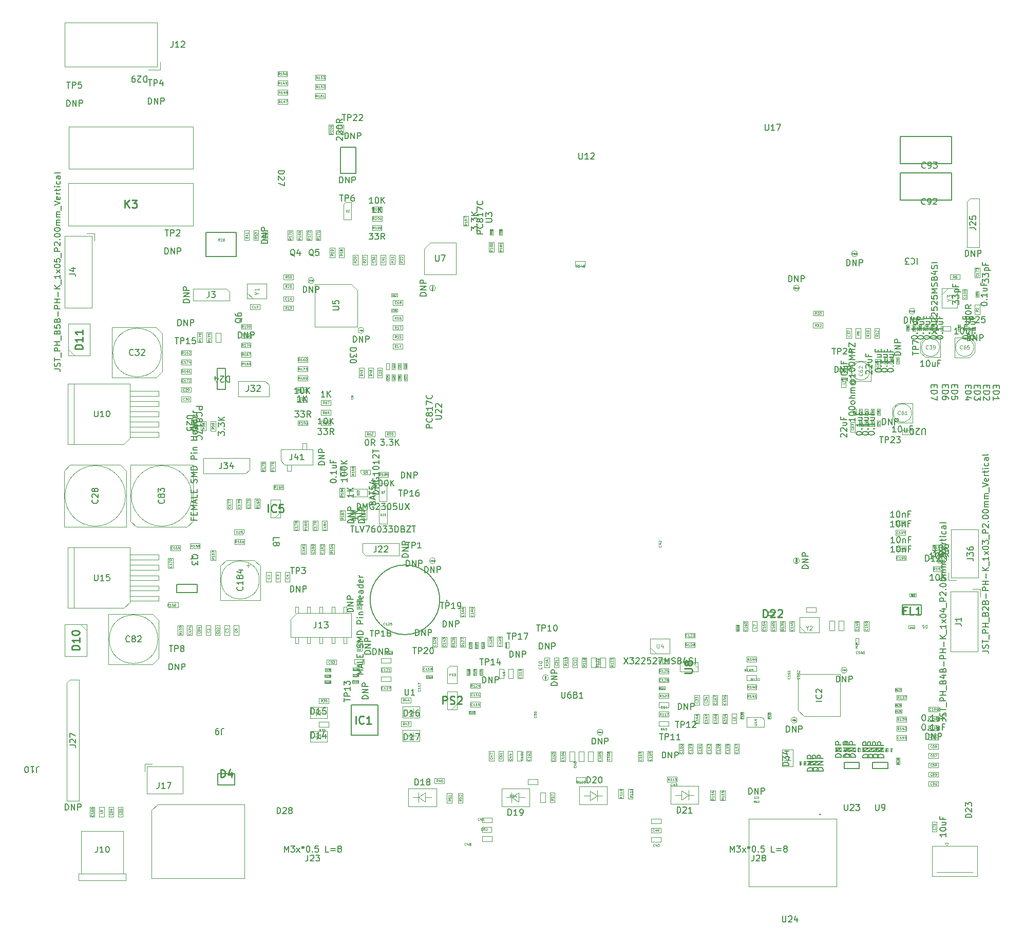
<source format=gbr>
G04 #@! TF.GenerationSoftware,KiCad,Pcbnew,8.0.0-rc1*
G04 #@! TF.CreationDate,2024-04-25T14:23:08+03:00*
G04 #@! TF.ProjectId,MXVR_3.0,4d585652-5f33-42e3-902e-6b696361645f,REV1*
G04 #@! TF.SameCoordinates,Original*
G04 #@! TF.FileFunction,AssemblyDrawing,Top*
%FSLAX46Y46*%
G04 Gerber Fmt 4.6, Leading zero omitted, Abs format (unit mm)*
G04 Created by KiCad (PCBNEW 8.0.0-rc1) date 2024-04-25 14:23:08*
%MOMM*%
%LPD*%
G01*
G04 APERTURE LIST*
%ADD10C,0.150000*%
%ADD11C,0.060000*%
%ADD12C,0.040000*%
%ADD13C,0.254000*%
%ADD14C,0.100000*%
%ADD15C,0.105000*%
%ADD16C,0.090000*%
%ADD17C,0.062500*%
%ADD18C,0.050000*%
%ADD19C,0.200000*%
%ADD20C,0.127000*%
%ADD21C,0.120000*%
G04 APERTURE END LIST*
D10*
X192024286Y-144584819D02*
X192024286Y-143584819D01*
X192024286Y-143584819D02*
X192262381Y-143584819D01*
X192262381Y-143584819D02*
X192405238Y-143632438D01*
X192405238Y-143632438D02*
X192500476Y-143727676D01*
X192500476Y-143727676D02*
X192548095Y-143822914D01*
X192548095Y-143822914D02*
X192595714Y-144013390D01*
X192595714Y-144013390D02*
X192595714Y-144156247D01*
X192595714Y-144156247D02*
X192548095Y-144346723D01*
X192548095Y-144346723D02*
X192500476Y-144441961D01*
X192500476Y-144441961D02*
X192405238Y-144537200D01*
X192405238Y-144537200D02*
X192262381Y-144584819D01*
X192262381Y-144584819D02*
X192024286Y-144584819D01*
X193024286Y-144584819D02*
X193024286Y-143584819D01*
X193024286Y-143584819D02*
X193595714Y-144584819D01*
X193595714Y-144584819D02*
X193595714Y-143584819D01*
X194071905Y-144584819D02*
X194071905Y-143584819D01*
X194071905Y-143584819D02*
X194452857Y-143584819D01*
X194452857Y-143584819D02*
X194548095Y-143632438D01*
X194548095Y-143632438D02*
X194595714Y-143680057D01*
X194595714Y-143680057D02*
X194643333Y-143775295D01*
X194643333Y-143775295D02*
X194643333Y-143918152D01*
X194643333Y-143918152D02*
X194595714Y-144013390D01*
X194595714Y-144013390D02*
X194548095Y-144061009D01*
X194548095Y-144061009D02*
X194452857Y-144108628D01*
X194452857Y-144108628D02*
X194071905Y-144108628D01*
D11*
X192862381Y-142881927D02*
X192729048Y-142691451D01*
X192633810Y-142881927D02*
X192633810Y-142481927D01*
X192633810Y-142481927D02*
X192786191Y-142481927D01*
X192786191Y-142481927D02*
X192824286Y-142500975D01*
X192824286Y-142500975D02*
X192843333Y-142520022D01*
X192843333Y-142520022D02*
X192862381Y-142558118D01*
X192862381Y-142558118D02*
X192862381Y-142615260D01*
X192862381Y-142615260D02*
X192843333Y-142653356D01*
X192843333Y-142653356D02*
X192824286Y-142672403D01*
X192824286Y-142672403D02*
X192786191Y-142691451D01*
X192786191Y-142691451D02*
X192633810Y-142691451D01*
X193243333Y-142881927D02*
X193014762Y-142881927D01*
X193129048Y-142881927D02*
X193129048Y-142481927D01*
X193129048Y-142481927D02*
X193090952Y-142539070D01*
X193090952Y-142539070D02*
X193052857Y-142577165D01*
X193052857Y-142577165D02*
X193014762Y-142596213D01*
X193490952Y-142481927D02*
X193529047Y-142481927D01*
X193529047Y-142481927D02*
X193567143Y-142500975D01*
X193567143Y-142500975D02*
X193586190Y-142520022D01*
X193586190Y-142520022D02*
X193605238Y-142558118D01*
X193605238Y-142558118D02*
X193624285Y-142634308D01*
X193624285Y-142634308D02*
X193624285Y-142729546D01*
X193624285Y-142729546D02*
X193605238Y-142805737D01*
X193605238Y-142805737D02*
X193586190Y-142843832D01*
X193586190Y-142843832D02*
X193567143Y-142862880D01*
X193567143Y-142862880D02*
X193529047Y-142881927D01*
X193529047Y-142881927D02*
X193490952Y-142881927D01*
X193490952Y-142881927D02*
X193452857Y-142862880D01*
X193452857Y-142862880D02*
X193433809Y-142843832D01*
X193433809Y-142843832D02*
X193414762Y-142805737D01*
X193414762Y-142805737D02*
X193395714Y-142729546D01*
X193395714Y-142729546D02*
X193395714Y-142634308D01*
X193395714Y-142634308D02*
X193414762Y-142558118D01*
X193414762Y-142558118D02*
X193433809Y-142520022D01*
X193433809Y-142520022D02*
X193452857Y-142500975D01*
X193452857Y-142500975D02*
X193490952Y-142481927D01*
X193852856Y-142653356D02*
X193814761Y-142634308D01*
X193814761Y-142634308D02*
X193795714Y-142615260D01*
X193795714Y-142615260D02*
X193776666Y-142577165D01*
X193776666Y-142577165D02*
X193776666Y-142558118D01*
X193776666Y-142558118D02*
X193795714Y-142520022D01*
X193795714Y-142520022D02*
X193814761Y-142500975D01*
X193814761Y-142500975D02*
X193852856Y-142481927D01*
X193852856Y-142481927D02*
X193929047Y-142481927D01*
X193929047Y-142481927D02*
X193967142Y-142500975D01*
X193967142Y-142500975D02*
X193986190Y-142520022D01*
X193986190Y-142520022D02*
X194005237Y-142558118D01*
X194005237Y-142558118D02*
X194005237Y-142577165D01*
X194005237Y-142577165D02*
X193986190Y-142615260D01*
X193986190Y-142615260D02*
X193967142Y-142634308D01*
X193967142Y-142634308D02*
X193929047Y-142653356D01*
X193929047Y-142653356D02*
X193852856Y-142653356D01*
X193852856Y-142653356D02*
X193814761Y-142672403D01*
X193814761Y-142672403D02*
X193795714Y-142691451D01*
X193795714Y-142691451D02*
X193776666Y-142729546D01*
X193776666Y-142729546D02*
X193776666Y-142805737D01*
X193776666Y-142805737D02*
X193795714Y-142843832D01*
X193795714Y-142843832D02*
X193814761Y-142862880D01*
X193814761Y-142862880D02*
X193852856Y-142881927D01*
X193852856Y-142881927D02*
X193929047Y-142881927D01*
X193929047Y-142881927D02*
X193967142Y-142862880D01*
X193967142Y-142862880D02*
X193986190Y-142843832D01*
X193986190Y-142843832D02*
X194005237Y-142805737D01*
X194005237Y-142805737D02*
X194005237Y-142729546D01*
X194005237Y-142729546D02*
X193986190Y-142691451D01*
X193986190Y-142691451D02*
X193967142Y-142672403D01*
X193967142Y-142672403D02*
X193929047Y-142653356D01*
D10*
X195354819Y-160071428D02*
X195354819Y-160642856D01*
X195354819Y-160357142D02*
X194354819Y-160357142D01*
X194354819Y-160357142D02*
X194497676Y-160452380D01*
X194497676Y-160452380D02*
X194592914Y-160547618D01*
X194592914Y-160547618D02*
X194640533Y-160642856D01*
X194354819Y-159452380D02*
X194354819Y-159357142D01*
X194354819Y-159357142D02*
X194402438Y-159261904D01*
X194402438Y-159261904D02*
X194450057Y-159214285D01*
X194450057Y-159214285D02*
X194545295Y-159166666D01*
X194545295Y-159166666D02*
X194735771Y-159119047D01*
X194735771Y-159119047D02*
X194973866Y-159119047D01*
X194973866Y-159119047D02*
X195164342Y-159166666D01*
X195164342Y-159166666D02*
X195259580Y-159214285D01*
X195259580Y-159214285D02*
X195307200Y-159261904D01*
X195307200Y-159261904D02*
X195354819Y-159357142D01*
X195354819Y-159357142D02*
X195354819Y-159452380D01*
X195354819Y-159452380D02*
X195307200Y-159547618D01*
X195307200Y-159547618D02*
X195259580Y-159595237D01*
X195259580Y-159595237D02*
X195164342Y-159642856D01*
X195164342Y-159642856D02*
X194973866Y-159690475D01*
X194973866Y-159690475D02*
X194735771Y-159690475D01*
X194735771Y-159690475D02*
X194545295Y-159642856D01*
X194545295Y-159642856D02*
X194450057Y-159595237D01*
X194450057Y-159595237D02*
X194402438Y-159547618D01*
X194402438Y-159547618D02*
X194354819Y-159452380D01*
X194688152Y-158261904D02*
X195354819Y-158261904D01*
X194688152Y-158690475D02*
X195211961Y-158690475D01*
X195211961Y-158690475D02*
X195307200Y-158642856D01*
X195307200Y-158642856D02*
X195354819Y-158547618D01*
X195354819Y-158547618D02*
X195354819Y-158404761D01*
X195354819Y-158404761D02*
X195307200Y-158309523D01*
X195307200Y-158309523D02*
X195259580Y-158261904D01*
X194831009Y-157452380D02*
X194831009Y-157785713D01*
X195354819Y-157785713D02*
X194354819Y-157785713D01*
X194354819Y-157785713D02*
X194354819Y-157309523D01*
D11*
X193613832Y-159257142D02*
X193632880Y-159276190D01*
X193632880Y-159276190D02*
X193651927Y-159333332D01*
X193651927Y-159333332D02*
X193651927Y-159371428D01*
X193651927Y-159371428D02*
X193632880Y-159428571D01*
X193632880Y-159428571D02*
X193594784Y-159466666D01*
X193594784Y-159466666D02*
X193556689Y-159485713D01*
X193556689Y-159485713D02*
X193480499Y-159504761D01*
X193480499Y-159504761D02*
X193423356Y-159504761D01*
X193423356Y-159504761D02*
X193347165Y-159485713D01*
X193347165Y-159485713D02*
X193309070Y-159466666D01*
X193309070Y-159466666D02*
X193270975Y-159428571D01*
X193270975Y-159428571D02*
X193251927Y-159371428D01*
X193251927Y-159371428D02*
X193251927Y-159333332D01*
X193251927Y-159333332D02*
X193270975Y-159276190D01*
X193270975Y-159276190D02*
X193290022Y-159257142D01*
X193251927Y-159123809D02*
X193251927Y-158857142D01*
X193251927Y-158857142D02*
X193651927Y-159028571D01*
X193251927Y-158628571D02*
X193251927Y-158590476D01*
X193251927Y-158590476D02*
X193270975Y-158552380D01*
X193270975Y-158552380D02*
X193290022Y-158533333D01*
X193290022Y-158533333D02*
X193328118Y-158514285D01*
X193328118Y-158514285D02*
X193404308Y-158495238D01*
X193404308Y-158495238D02*
X193499546Y-158495238D01*
X193499546Y-158495238D02*
X193575737Y-158514285D01*
X193575737Y-158514285D02*
X193613832Y-158533333D01*
X193613832Y-158533333D02*
X193632880Y-158552380D01*
X193632880Y-158552380D02*
X193651927Y-158590476D01*
X193651927Y-158590476D02*
X193651927Y-158628571D01*
X193651927Y-158628571D02*
X193632880Y-158666666D01*
X193632880Y-158666666D02*
X193613832Y-158685714D01*
X193613832Y-158685714D02*
X193575737Y-158704761D01*
X193575737Y-158704761D02*
X193499546Y-158723809D01*
X193499546Y-158723809D02*
X193404308Y-158723809D01*
X193404308Y-158723809D02*
X193328118Y-158704761D01*
X193328118Y-158704761D02*
X193290022Y-158685714D01*
X193290022Y-158685714D02*
X193270975Y-158666666D01*
X193270975Y-158666666D02*
X193251927Y-158628571D01*
D10*
X192784819Y-78272856D02*
X192784819Y-78177618D01*
X192784819Y-78177618D02*
X192832438Y-78082380D01*
X192832438Y-78082380D02*
X192880057Y-78034761D01*
X192880057Y-78034761D02*
X192975295Y-77987142D01*
X192975295Y-77987142D02*
X193165771Y-77939523D01*
X193165771Y-77939523D02*
X193403866Y-77939523D01*
X193403866Y-77939523D02*
X193594342Y-77987142D01*
X193594342Y-77987142D02*
X193689580Y-78034761D01*
X193689580Y-78034761D02*
X193737200Y-78082380D01*
X193737200Y-78082380D02*
X193784819Y-78177618D01*
X193784819Y-78177618D02*
X193784819Y-78272856D01*
X193784819Y-78272856D02*
X193737200Y-78368094D01*
X193737200Y-78368094D02*
X193689580Y-78415713D01*
X193689580Y-78415713D02*
X193594342Y-78463332D01*
X193594342Y-78463332D02*
X193403866Y-78510951D01*
X193403866Y-78510951D02*
X193165771Y-78510951D01*
X193165771Y-78510951D02*
X192975295Y-78463332D01*
X192975295Y-78463332D02*
X192880057Y-78415713D01*
X192880057Y-78415713D02*
X192832438Y-78368094D01*
X192832438Y-78368094D02*
X192784819Y-78272856D01*
X193689580Y-77510951D02*
X193737200Y-77463332D01*
X193737200Y-77463332D02*
X193784819Y-77510951D01*
X193784819Y-77510951D02*
X193737200Y-77558570D01*
X193737200Y-77558570D02*
X193689580Y-77510951D01*
X193689580Y-77510951D02*
X193784819Y-77510951D01*
X193784819Y-76510952D02*
X193784819Y-77082380D01*
X193784819Y-76796666D02*
X192784819Y-76796666D01*
X192784819Y-76796666D02*
X192927676Y-76891904D01*
X192927676Y-76891904D02*
X193022914Y-76987142D01*
X193022914Y-76987142D02*
X193070533Y-77082380D01*
X193118152Y-75653809D02*
X193784819Y-75653809D01*
X193118152Y-76082380D02*
X193641961Y-76082380D01*
X193641961Y-76082380D02*
X193737200Y-76034761D01*
X193737200Y-76034761D02*
X193784819Y-75939523D01*
X193784819Y-75939523D02*
X193784819Y-75796666D01*
X193784819Y-75796666D02*
X193737200Y-75701428D01*
X193737200Y-75701428D02*
X193689580Y-75653809D01*
X193261009Y-74844285D02*
X193261009Y-75177618D01*
X193784819Y-75177618D02*
X192784819Y-75177618D01*
X192784819Y-75177618D02*
X192784819Y-74701428D01*
D12*
X192259765Y-76790714D02*
X192271670Y-76802618D01*
X192271670Y-76802618D02*
X192283574Y-76838333D01*
X192283574Y-76838333D02*
X192283574Y-76862142D01*
X192283574Y-76862142D02*
X192271670Y-76897856D01*
X192271670Y-76897856D02*
X192247860Y-76921666D01*
X192247860Y-76921666D02*
X192224050Y-76933571D01*
X192224050Y-76933571D02*
X192176431Y-76945475D01*
X192176431Y-76945475D02*
X192140717Y-76945475D01*
X192140717Y-76945475D02*
X192093098Y-76933571D01*
X192093098Y-76933571D02*
X192069289Y-76921666D01*
X192069289Y-76921666D02*
X192045479Y-76897856D01*
X192045479Y-76897856D02*
X192033574Y-76862142D01*
X192033574Y-76862142D02*
X192033574Y-76838333D01*
X192033574Y-76838333D02*
X192045479Y-76802618D01*
X192045479Y-76802618D02*
X192057384Y-76790714D01*
X192033574Y-76707380D02*
X192033574Y-76540714D01*
X192033574Y-76540714D02*
X192283574Y-76647856D01*
X192033574Y-76326428D02*
X192033574Y-76445476D01*
X192033574Y-76445476D02*
X192152622Y-76457380D01*
X192152622Y-76457380D02*
X192140717Y-76445476D01*
X192140717Y-76445476D02*
X192128812Y-76421666D01*
X192128812Y-76421666D02*
X192128812Y-76362142D01*
X192128812Y-76362142D02*
X192140717Y-76338333D01*
X192140717Y-76338333D02*
X192152622Y-76326428D01*
X192152622Y-76326428D02*
X192176431Y-76314523D01*
X192176431Y-76314523D02*
X192235955Y-76314523D01*
X192235955Y-76314523D02*
X192259765Y-76326428D01*
X192259765Y-76326428D02*
X192271670Y-76338333D01*
X192271670Y-76338333D02*
X192283574Y-76362142D01*
X192283574Y-76362142D02*
X192283574Y-76421666D01*
X192283574Y-76421666D02*
X192271670Y-76445476D01*
X192271670Y-76445476D02*
X192259765Y-76457380D01*
X117779765Y-133729761D02*
X117791670Y-133741665D01*
X117791670Y-133741665D02*
X117803574Y-133777380D01*
X117803574Y-133777380D02*
X117803574Y-133801189D01*
X117803574Y-133801189D02*
X117791670Y-133836903D01*
X117791670Y-133836903D02*
X117767860Y-133860713D01*
X117767860Y-133860713D02*
X117744050Y-133872618D01*
X117744050Y-133872618D02*
X117696431Y-133884522D01*
X117696431Y-133884522D02*
X117660717Y-133884522D01*
X117660717Y-133884522D02*
X117613098Y-133872618D01*
X117613098Y-133872618D02*
X117589289Y-133860713D01*
X117589289Y-133860713D02*
X117565479Y-133836903D01*
X117565479Y-133836903D02*
X117553574Y-133801189D01*
X117553574Y-133801189D02*
X117553574Y-133777380D01*
X117553574Y-133777380D02*
X117565479Y-133741665D01*
X117565479Y-133741665D02*
X117577384Y-133729761D01*
X117803574Y-133491665D02*
X117803574Y-133634522D01*
X117803574Y-133563094D02*
X117553574Y-133563094D01*
X117553574Y-133563094D02*
X117589289Y-133586903D01*
X117589289Y-133586903D02*
X117613098Y-133610713D01*
X117613098Y-133610713D02*
X117625003Y-133634522D01*
X117553574Y-133408332D02*
X117553574Y-133253570D01*
X117553574Y-133253570D02*
X117648812Y-133336904D01*
X117648812Y-133336904D02*
X117648812Y-133301189D01*
X117648812Y-133301189D02*
X117660717Y-133277380D01*
X117660717Y-133277380D02*
X117672622Y-133265475D01*
X117672622Y-133265475D02*
X117696431Y-133253570D01*
X117696431Y-133253570D02*
X117755955Y-133253570D01*
X117755955Y-133253570D02*
X117779765Y-133265475D01*
X117779765Y-133265475D02*
X117791670Y-133277380D01*
X117791670Y-133277380D02*
X117803574Y-133301189D01*
X117803574Y-133301189D02*
X117803574Y-133372618D01*
X117803574Y-133372618D02*
X117791670Y-133396427D01*
X117791670Y-133396427D02*
X117779765Y-133408332D01*
X117553574Y-133027380D02*
X117553574Y-133146428D01*
X117553574Y-133146428D02*
X117672622Y-133158332D01*
X117672622Y-133158332D02*
X117660717Y-133146428D01*
X117660717Y-133146428D02*
X117648812Y-133122618D01*
X117648812Y-133122618D02*
X117648812Y-133063094D01*
X117648812Y-133063094D02*
X117660717Y-133039285D01*
X117660717Y-133039285D02*
X117672622Y-133027380D01*
X117672622Y-133027380D02*
X117696431Y-133015475D01*
X117696431Y-133015475D02*
X117755955Y-133015475D01*
X117755955Y-133015475D02*
X117779765Y-133027380D01*
X117779765Y-133027380D02*
X117791670Y-133039285D01*
X117791670Y-133039285D02*
X117803574Y-133063094D01*
X117803574Y-133063094D02*
X117803574Y-133122618D01*
X117803574Y-133122618D02*
X117791670Y-133146428D01*
X117791670Y-133146428D02*
X117779765Y-133158332D01*
X182359765Y-90601666D02*
X182371670Y-90613570D01*
X182371670Y-90613570D02*
X182383574Y-90649285D01*
X182383574Y-90649285D02*
X182383574Y-90673094D01*
X182383574Y-90673094D02*
X182371670Y-90708808D01*
X182371670Y-90708808D02*
X182347860Y-90732618D01*
X182347860Y-90732618D02*
X182324050Y-90744523D01*
X182324050Y-90744523D02*
X182276431Y-90756427D01*
X182276431Y-90756427D02*
X182240717Y-90756427D01*
X182240717Y-90756427D02*
X182193098Y-90744523D01*
X182193098Y-90744523D02*
X182169289Y-90732618D01*
X182169289Y-90732618D02*
X182145479Y-90708808D01*
X182145479Y-90708808D02*
X182133574Y-90673094D01*
X182133574Y-90673094D02*
X182133574Y-90649285D01*
X182133574Y-90649285D02*
X182145479Y-90613570D01*
X182145479Y-90613570D02*
X182157384Y-90601666D01*
X182240717Y-90458808D02*
X182228812Y-90482618D01*
X182228812Y-90482618D02*
X182216908Y-90494523D01*
X182216908Y-90494523D02*
X182193098Y-90506427D01*
X182193098Y-90506427D02*
X182181193Y-90506427D01*
X182181193Y-90506427D02*
X182157384Y-90494523D01*
X182157384Y-90494523D02*
X182145479Y-90482618D01*
X182145479Y-90482618D02*
X182133574Y-90458808D01*
X182133574Y-90458808D02*
X182133574Y-90411189D01*
X182133574Y-90411189D02*
X182145479Y-90387380D01*
X182145479Y-90387380D02*
X182157384Y-90375475D01*
X182157384Y-90375475D02*
X182181193Y-90363570D01*
X182181193Y-90363570D02*
X182193098Y-90363570D01*
X182193098Y-90363570D02*
X182216908Y-90375475D01*
X182216908Y-90375475D02*
X182228812Y-90387380D01*
X182228812Y-90387380D02*
X182240717Y-90411189D01*
X182240717Y-90411189D02*
X182240717Y-90458808D01*
X182240717Y-90458808D02*
X182252622Y-90482618D01*
X182252622Y-90482618D02*
X182264527Y-90494523D01*
X182264527Y-90494523D02*
X182288336Y-90506427D01*
X182288336Y-90506427D02*
X182335955Y-90506427D01*
X182335955Y-90506427D02*
X182359765Y-90494523D01*
X182359765Y-90494523D02*
X182371670Y-90482618D01*
X182371670Y-90482618D02*
X182383574Y-90458808D01*
X182383574Y-90458808D02*
X182383574Y-90411189D01*
X182383574Y-90411189D02*
X182371670Y-90387380D01*
X182371670Y-90387380D02*
X182359765Y-90375475D01*
X182359765Y-90375475D02*
X182335955Y-90363570D01*
X182335955Y-90363570D02*
X182288336Y-90363570D01*
X182288336Y-90363570D02*
X182264527Y-90375475D01*
X182264527Y-90375475D02*
X182252622Y-90387380D01*
X182252622Y-90387380D02*
X182240717Y-90411189D01*
D11*
X104732857Y-78346927D02*
X104599524Y-78156451D01*
X104504286Y-78346927D02*
X104504286Y-77946927D01*
X104504286Y-77946927D02*
X104656667Y-77946927D01*
X104656667Y-77946927D02*
X104694762Y-77965975D01*
X104694762Y-77965975D02*
X104713809Y-77985022D01*
X104713809Y-77985022D02*
X104732857Y-78023118D01*
X104732857Y-78023118D02*
X104732857Y-78080260D01*
X104732857Y-78080260D02*
X104713809Y-78118356D01*
X104713809Y-78118356D02*
X104694762Y-78137403D01*
X104694762Y-78137403D02*
X104656667Y-78156451D01*
X104656667Y-78156451D02*
X104504286Y-78156451D01*
X105113809Y-78346927D02*
X104885238Y-78346927D01*
X104999524Y-78346927D02*
X104999524Y-77946927D01*
X104999524Y-77946927D02*
X104961428Y-78004070D01*
X104961428Y-78004070D02*
X104923333Y-78042165D01*
X104923333Y-78042165D02*
X104885238Y-78061213D01*
X105475714Y-77946927D02*
X105285238Y-77946927D01*
X105285238Y-77946927D02*
X105266190Y-78137403D01*
X105266190Y-78137403D02*
X105285238Y-78118356D01*
X105285238Y-78118356D02*
X105323333Y-78099308D01*
X105323333Y-78099308D02*
X105418571Y-78099308D01*
X105418571Y-78099308D02*
X105456666Y-78118356D01*
X105456666Y-78118356D02*
X105475714Y-78137403D01*
X105475714Y-78137403D02*
X105494761Y-78175499D01*
X105494761Y-78175499D02*
X105494761Y-78270737D01*
X105494761Y-78270737D02*
X105475714Y-78308832D01*
X105475714Y-78308832D02*
X105456666Y-78327880D01*
X105456666Y-78327880D02*
X105418571Y-78346927D01*
X105418571Y-78346927D02*
X105323333Y-78346927D01*
X105323333Y-78346927D02*
X105285238Y-78327880D01*
X105285238Y-78327880D02*
X105266190Y-78308832D01*
D12*
X104249285Y-71359765D02*
X104237381Y-71371670D01*
X104237381Y-71371670D02*
X104201666Y-71383574D01*
X104201666Y-71383574D02*
X104177857Y-71383574D01*
X104177857Y-71383574D02*
X104142143Y-71371670D01*
X104142143Y-71371670D02*
X104118333Y-71347860D01*
X104118333Y-71347860D02*
X104106428Y-71324050D01*
X104106428Y-71324050D02*
X104094524Y-71276431D01*
X104094524Y-71276431D02*
X104094524Y-71240717D01*
X104094524Y-71240717D02*
X104106428Y-71193098D01*
X104106428Y-71193098D02*
X104118333Y-71169289D01*
X104118333Y-71169289D02*
X104142143Y-71145479D01*
X104142143Y-71145479D02*
X104177857Y-71133574D01*
X104177857Y-71133574D02*
X104201666Y-71133574D01*
X104201666Y-71133574D02*
X104237381Y-71145479D01*
X104237381Y-71145479D02*
X104249285Y-71157384D01*
X104487381Y-71383574D02*
X104344524Y-71383574D01*
X104415952Y-71383574D02*
X104415952Y-71133574D01*
X104415952Y-71133574D02*
X104392143Y-71169289D01*
X104392143Y-71169289D02*
X104368333Y-71193098D01*
X104368333Y-71193098D02*
X104344524Y-71205003D01*
X104570714Y-71133574D02*
X104737380Y-71133574D01*
X104737380Y-71133574D02*
X104630238Y-71383574D01*
X166348200Y-140940951D02*
X166224391Y-141027618D01*
X166348200Y-141089523D02*
X166088200Y-141089523D01*
X166088200Y-141089523D02*
X166088200Y-140990475D01*
X166088200Y-140990475D02*
X166100581Y-140965713D01*
X166100581Y-140965713D02*
X166112962Y-140953332D01*
X166112962Y-140953332D02*
X166137724Y-140940951D01*
X166137724Y-140940951D02*
X166174867Y-140940951D01*
X166174867Y-140940951D02*
X166199629Y-140953332D01*
X166199629Y-140953332D02*
X166212010Y-140965713D01*
X166212010Y-140965713D02*
X166224391Y-140990475D01*
X166224391Y-140990475D02*
X166224391Y-141089523D01*
X166348200Y-140693332D02*
X166348200Y-140841904D01*
X166348200Y-140767618D02*
X166088200Y-140767618D01*
X166088200Y-140767618D02*
X166125343Y-140792380D01*
X166125343Y-140792380D02*
X166150105Y-140817142D01*
X166150105Y-140817142D02*
X166162486Y-140841904D01*
X166088200Y-140606666D02*
X166088200Y-140445713D01*
X166088200Y-140445713D02*
X166187248Y-140532380D01*
X166187248Y-140532380D02*
X166187248Y-140495237D01*
X166187248Y-140495237D02*
X166199629Y-140470475D01*
X166199629Y-140470475D02*
X166212010Y-140458094D01*
X166212010Y-140458094D02*
X166236772Y-140445713D01*
X166236772Y-140445713D02*
X166298677Y-140445713D01*
X166298677Y-140445713D02*
X166323439Y-140458094D01*
X166323439Y-140458094D02*
X166335820Y-140470475D01*
X166335820Y-140470475D02*
X166348200Y-140495237D01*
X166348200Y-140495237D02*
X166348200Y-140569523D01*
X166348200Y-140569523D02*
X166335820Y-140594285D01*
X166335820Y-140594285D02*
X166323439Y-140606666D01*
X166088200Y-140284761D02*
X166088200Y-140259999D01*
X166088200Y-140259999D02*
X166100581Y-140235237D01*
X166100581Y-140235237D02*
X166112962Y-140222856D01*
X166112962Y-140222856D02*
X166137724Y-140210475D01*
X166137724Y-140210475D02*
X166187248Y-140198094D01*
X166187248Y-140198094D02*
X166249153Y-140198094D01*
X166249153Y-140198094D02*
X166298677Y-140210475D01*
X166298677Y-140210475D02*
X166323439Y-140222856D01*
X166323439Y-140222856D02*
X166335820Y-140235237D01*
X166335820Y-140235237D02*
X166348200Y-140259999D01*
X166348200Y-140259999D02*
X166348200Y-140284761D01*
X166348200Y-140284761D02*
X166335820Y-140309523D01*
X166335820Y-140309523D02*
X166323439Y-140321904D01*
X166323439Y-140321904D02*
X166298677Y-140334285D01*
X166298677Y-140334285D02*
X166249153Y-140346666D01*
X166249153Y-140346666D02*
X166187248Y-140346666D01*
X166187248Y-140346666D02*
X166137724Y-140334285D01*
X166137724Y-140334285D02*
X166112962Y-140321904D01*
X166112962Y-140321904D02*
X166100581Y-140309523D01*
X166100581Y-140309523D02*
X166088200Y-140284761D01*
X104259285Y-73859765D02*
X104247381Y-73871670D01*
X104247381Y-73871670D02*
X104211666Y-73883574D01*
X104211666Y-73883574D02*
X104187857Y-73883574D01*
X104187857Y-73883574D02*
X104152143Y-73871670D01*
X104152143Y-73871670D02*
X104128333Y-73847860D01*
X104128333Y-73847860D02*
X104116428Y-73824050D01*
X104116428Y-73824050D02*
X104104524Y-73776431D01*
X104104524Y-73776431D02*
X104104524Y-73740717D01*
X104104524Y-73740717D02*
X104116428Y-73693098D01*
X104116428Y-73693098D02*
X104128333Y-73669289D01*
X104128333Y-73669289D02*
X104152143Y-73645479D01*
X104152143Y-73645479D02*
X104187857Y-73633574D01*
X104187857Y-73633574D02*
X104211666Y-73633574D01*
X104211666Y-73633574D02*
X104247381Y-73645479D01*
X104247381Y-73645479D02*
X104259285Y-73657384D01*
X104497381Y-73883574D02*
X104354524Y-73883574D01*
X104425952Y-73883574D02*
X104425952Y-73633574D01*
X104425952Y-73633574D02*
X104402143Y-73669289D01*
X104402143Y-73669289D02*
X104378333Y-73693098D01*
X104378333Y-73693098D02*
X104354524Y-73705003D01*
X104711666Y-73633574D02*
X104664047Y-73633574D01*
X104664047Y-73633574D02*
X104640238Y-73645479D01*
X104640238Y-73645479D02*
X104628333Y-73657384D01*
X104628333Y-73657384D02*
X104604523Y-73693098D01*
X104604523Y-73693098D02*
X104592619Y-73740717D01*
X104592619Y-73740717D02*
X104592619Y-73835955D01*
X104592619Y-73835955D02*
X104604523Y-73859765D01*
X104604523Y-73859765D02*
X104616428Y-73871670D01*
X104616428Y-73871670D02*
X104640238Y-73883574D01*
X104640238Y-73883574D02*
X104687857Y-73883574D01*
X104687857Y-73883574D02*
X104711666Y-73871670D01*
X104711666Y-73871670D02*
X104723571Y-73859765D01*
X104723571Y-73859765D02*
X104735476Y-73835955D01*
X104735476Y-73835955D02*
X104735476Y-73776431D01*
X104735476Y-73776431D02*
X104723571Y-73752622D01*
X104723571Y-73752622D02*
X104711666Y-73740717D01*
X104711666Y-73740717D02*
X104687857Y-73728812D01*
X104687857Y-73728812D02*
X104640238Y-73728812D01*
X104640238Y-73728812D02*
X104616428Y-73740717D01*
X104616428Y-73740717D02*
X104604523Y-73752622D01*
X104604523Y-73752622D02*
X104592619Y-73776431D01*
D11*
X88971927Y-61848329D02*
X88781451Y-61981662D01*
X88971927Y-62076900D02*
X88571927Y-62076900D01*
X88571927Y-62076900D02*
X88571927Y-61924519D01*
X88571927Y-61924519D02*
X88590975Y-61886424D01*
X88590975Y-61886424D02*
X88610022Y-61867377D01*
X88610022Y-61867377D02*
X88648118Y-61848329D01*
X88648118Y-61848329D02*
X88705260Y-61848329D01*
X88705260Y-61848329D02*
X88743356Y-61867377D01*
X88743356Y-61867377D02*
X88762403Y-61886424D01*
X88762403Y-61886424D02*
X88781451Y-61924519D01*
X88781451Y-61924519D02*
X88781451Y-62076900D01*
X88971927Y-61467377D02*
X88971927Y-61695948D01*
X88971927Y-61581662D02*
X88571927Y-61581662D01*
X88571927Y-61581662D02*
X88629070Y-61619758D01*
X88629070Y-61619758D02*
X88667165Y-61657853D01*
X88667165Y-61657853D02*
X88686213Y-61695948D01*
X88571927Y-61124520D02*
X88571927Y-61200710D01*
X88571927Y-61200710D02*
X88590975Y-61238806D01*
X88590975Y-61238806D02*
X88610022Y-61257853D01*
X88610022Y-61257853D02*
X88667165Y-61295948D01*
X88667165Y-61295948D02*
X88743356Y-61314996D01*
X88743356Y-61314996D02*
X88895737Y-61314996D01*
X88895737Y-61314996D02*
X88933832Y-61295948D01*
X88933832Y-61295948D02*
X88952880Y-61276901D01*
X88952880Y-61276901D02*
X88971927Y-61238806D01*
X88971927Y-61238806D02*
X88971927Y-61162615D01*
X88971927Y-61162615D02*
X88952880Y-61124520D01*
X88952880Y-61124520D02*
X88933832Y-61105472D01*
X88933832Y-61105472D02*
X88895737Y-61086425D01*
X88895737Y-61086425D02*
X88800499Y-61086425D01*
X88800499Y-61086425D02*
X88762403Y-61105472D01*
X88762403Y-61105472D02*
X88743356Y-61124520D01*
X88743356Y-61124520D02*
X88724308Y-61162615D01*
X88724308Y-61162615D02*
X88724308Y-61238806D01*
X88724308Y-61238806D02*
X88743356Y-61276901D01*
X88743356Y-61276901D02*
X88762403Y-61295948D01*
X88762403Y-61295948D02*
X88800499Y-61314996D01*
X88971927Y-60895949D02*
X88971927Y-60819758D01*
X88971927Y-60819758D02*
X88952880Y-60781663D01*
X88952880Y-60781663D02*
X88933832Y-60762615D01*
X88933832Y-60762615D02*
X88876689Y-60724520D01*
X88876689Y-60724520D02*
X88800499Y-60705473D01*
X88800499Y-60705473D02*
X88648118Y-60705473D01*
X88648118Y-60705473D02*
X88610022Y-60724520D01*
X88610022Y-60724520D02*
X88590975Y-60743568D01*
X88590975Y-60743568D02*
X88571927Y-60781663D01*
X88571927Y-60781663D02*
X88571927Y-60857854D01*
X88571927Y-60857854D02*
X88590975Y-60895949D01*
X88590975Y-60895949D02*
X88610022Y-60914996D01*
X88610022Y-60914996D02*
X88648118Y-60934044D01*
X88648118Y-60934044D02*
X88743356Y-60934044D01*
X88743356Y-60934044D02*
X88781451Y-60914996D01*
X88781451Y-60914996D02*
X88800499Y-60895949D01*
X88800499Y-60895949D02*
X88819546Y-60857854D01*
X88819546Y-60857854D02*
X88819546Y-60781663D01*
X88819546Y-60781663D02*
X88800499Y-60743568D01*
X88800499Y-60743568D02*
X88781451Y-60724520D01*
X88781451Y-60724520D02*
X88743356Y-60705473D01*
X134722381Y-151836927D02*
X134589048Y-151646451D01*
X134493810Y-151836927D02*
X134493810Y-151436927D01*
X134493810Y-151436927D02*
X134646191Y-151436927D01*
X134646191Y-151436927D02*
X134684286Y-151455975D01*
X134684286Y-151455975D02*
X134703333Y-151475022D01*
X134703333Y-151475022D02*
X134722381Y-151513118D01*
X134722381Y-151513118D02*
X134722381Y-151570260D01*
X134722381Y-151570260D02*
X134703333Y-151608356D01*
X134703333Y-151608356D02*
X134684286Y-151627403D01*
X134684286Y-151627403D02*
X134646191Y-151646451D01*
X134646191Y-151646451D02*
X134493810Y-151646451D01*
X135103333Y-151836927D02*
X134874762Y-151836927D01*
X134989048Y-151836927D02*
X134989048Y-151436927D01*
X134989048Y-151436927D02*
X134950952Y-151494070D01*
X134950952Y-151494070D02*
X134912857Y-151532165D01*
X134912857Y-151532165D02*
X134874762Y-151551213D01*
X135350952Y-151436927D02*
X135389047Y-151436927D01*
X135389047Y-151436927D02*
X135427143Y-151455975D01*
X135427143Y-151455975D02*
X135446190Y-151475022D01*
X135446190Y-151475022D02*
X135465238Y-151513118D01*
X135465238Y-151513118D02*
X135484285Y-151589308D01*
X135484285Y-151589308D02*
X135484285Y-151684546D01*
X135484285Y-151684546D02*
X135465238Y-151760737D01*
X135465238Y-151760737D02*
X135446190Y-151798832D01*
X135446190Y-151798832D02*
X135427143Y-151817880D01*
X135427143Y-151817880D02*
X135389047Y-151836927D01*
X135389047Y-151836927D02*
X135350952Y-151836927D01*
X135350952Y-151836927D02*
X135312857Y-151817880D01*
X135312857Y-151817880D02*
X135293809Y-151798832D01*
X135293809Y-151798832D02*
X135274762Y-151760737D01*
X135274762Y-151760737D02*
X135255714Y-151684546D01*
X135255714Y-151684546D02*
X135255714Y-151589308D01*
X135255714Y-151589308D02*
X135274762Y-151513118D01*
X135274762Y-151513118D02*
X135293809Y-151475022D01*
X135293809Y-151475022D02*
X135312857Y-151455975D01*
X135312857Y-151455975D02*
X135350952Y-151436927D01*
X135674761Y-151836927D02*
X135750952Y-151836927D01*
X135750952Y-151836927D02*
X135789047Y-151817880D01*
X135789047Y-151817880D02*
X135808095Y-151798832D01*
X135808095Y-151798832D02*
X135846190Y-151741689D01*
X135846190Y-151741689D02*
X135865237Y-151665499D01*
X135865237Y-151665499D02*
X135865237Y-151513118D01*
X135865237Y-151513118D02*
X135846190Y-151475022D01*
X135846190Y-151475022D02*
X135827142Y-151455975D01*
X135827142Y-151455975D02*
X135789047Y-151436927D01*
X135789047Y-151436927D02*
X135712856Y-151436927D01*
X135712856Y-151436927D02*
X135674761Y-151455975D01*
X135674761Y-151455975D02*
X135655714Y-151475022D01*
X135655714Y-151475022D02*
X135636666Y-151513118D01*
X135636666Y-151513118D02*
X135636666Y-151608356D01*
X135636666Y-151608356D02*
X135655714Y-151646451D01*
X135655714Y-151646451D02*
X135674761Y-151665499D01*
X135674761Y-151665499D02*
X135712856Y-151684546D01*
X135712856Y-151684546D02*
X135789047Y-151684546D01*
X135789047Y-151684546D02*
X135827142Y-151665499D01*
X135827142Y-151665499D02*
X135846190Y-151646451D01*
X135846190Y-151646451D02*
X135865237Y-151608356D01*
D10*
X179004286Y-66394819D02*
X179004286Y-65394819D01*
X179004286Y-65394819D02*
X179242381Y-65394819D01*
X179242381Y-65394819D02*
X179385238Y-65442438D01*
X179385238Y-65442438D02*
X179480476Y-65537676D01*
X179480476Y-65537676D02*
X179528095Y-65632914D01*
X179528095Y-65632914D02*
X179575714Y-65823390D01*
X179575714Y-65823390D02*
X179575714Y-65966247D01*
X179575714Y-65966247D02*
X179528095Y-66156723D01*
X179528095Y-66156723D02*
X179480476Y-66251961D01*
X179480476Y-66251961D02*
X179385238Y-66347200D01*
X179385238Y-66347200D02*
X179242381Y-66394819D01*
X179242381Y-66394819D02*
X179004286Y-66394819D01*
X180004286Y-66394819D02*
X180004286Y-65394819D01*
X180004286Y-65394819D02*
X180575714Y-66394819D01*
X180575714Y-66394819D02*
X180575714Y-65394819D01*
X181051905Y-66394819D02*
X181051905Y-65394819D01*
X181051905Y-65394819D02*
X181432857Y-65394819D01*
X181432857Y-65394819D02*
X181528095Y-65442438D01*
X181528095Y-65442438D02*
X181575714Y-65490057D01*
X181575714Y-65490057D02*
X181623333Y-65585295D01*
X181623333Y-65585295D02*
X181623333Y-65728152D01*
X181623333Y-65728152D02*
X181575714Y-65823390D01*
X181575714Y-65823390D02*
X181528095Y-65871009D01*
X181528095Y-65871009D02*
X181432857Y-65918628D01*
X181432857Y-65918628D02*
X181051905Y-65918628D01*
D12*
X179980476Y-64425681D02*
X179913810Y-64425681D01*
X179913810Y-64530443D02*
X179913810Y-64330443D01*
X179913810Y-64330443D02*
X180009048Y-64330443D01*
X180085239Y-64530443D02*
X180085239Y-64330443D01*
X180180477Y-64530443D02*
X180180477Y-64330443D01*
X180180477Y-64330443D02*
X180228096Y-64330443D01*
X180228096Y-64330443D02*
X180256667Y-64339967D01*
X180256667Y-64339967D02*
X180275715Y-64359015D01*
X180275715Y-64359015D02*
X180285238Y-64378062D01*
X180285238Y-64378062D02*
X180294762Y-64416158D01*
X180294762Y-64416158D02*
X180294762Y-64444729D01*
X180294762Y-64444729D02*
X180285238Y-64482824D01*
X180285238Y-64482824D02*
X180275715Y-64501872D01*
X180275715Y-64501872D02*
X180256667Y-64520920D01*
X180256667Y-64520920D02*
X180228096Y-64530443D01*
X180228096Y-64530443D02*
X180180477Y-64530443D01*
X180485238Y-64530443D02*
X180370953Y-64530443D01*
X180428096Y-64530443D02*
X180428096Y-64330443D01*
X180428096Y-64330443D02*
X180409048Y-64359015D01*
X180409048Y-64359015D02*
X180390000Y-64378062D01*
X180390000Y-64378062D02*
X180370953Y-64387586D01*
X180656667Y-64397110D02*
X180656667Y-64530443D01*
X180609048Y-64320920D02*
X180561429Y-64463777D01*
X180561429Y-64463777D02*
X180685238Y-64463777D01*
D10*
X63854286Y-39724819D02*
X63854286Y-38724819D01*
X63854286Y-38724819D02*
X64092381Y-38724819D01*
X64092381Y-38724819D02*
X64235238Y-38772438D01*
X64235238Y-38772438D02*
X64330476Y-38867676D01*
X64330476Y-38867676D02*
X64378095Y-38962914D01*
X64378095Y-38962914D02*
X64425714Y-39153390D01*
X64425714Y-39153390D02*
X64425714Y-39296247D01*
X64425714Y-39296247D02*
X64378095Y-39486723D01*
X64378095Y-39486723D02*
X64330476Y-39581961D01*
X64330476Y-39581961D02*
X64235238Y-39677200D01*
X64235238Y-39677200D02*
X64092381Y-39724819D01*
X64092381Y-39724819D02*
X63854286Y-39724819D01*
X64854286Y-39724819D02*
X64854286Y-38724819D01*
X64854286Y-38724819D02*
X65425714Y-39724819D01*
X65425714Y-39724819D02*
X65425714Y-38724819D01*
X65901905Y-39724819D02*
X65901905Y-38724819D01*
X65901905Y-38724819D02*
X66282857Y-38724819D01*
X66282857Y-38724819D02*
X66378095Y-38772438D01*
X66378095Y-38772438D02*
X66425714Y-38820057D01*
X66425714Y-38820057D02*
X66473333Y-38915295D01*
X66473333Y-38915295D02*
X66473333Y-39058152D01*
X66473333Y-39058152D02*
X66425714Y-39153390D01*
X66425714Y-39153390D02*
X66378095Y-39201009D01*
X66378095Y-39201009D02*
X66282857Y-39248628D01*
X66282857Y-39248628D02*
X65901905Y-39248628D01*
X63878095Y-35724819D02*
X64449523Y-35724819D01*
X64163809Y-36724819D02*
X64163809Y-35724819D01*
X64782857Y-36724819D02*
X64782857Y-35724819D01*
X64782857Y-35724819D02*
X65163809Y-35724819D01*
X65163809Y-35724819D02*
X65259047Y-35772438D01*
X65259047Y-35772438D02*
X65306666Y-35820057D01*
X65306666Y-35820057D02*
X65354285Y-35915295D01*
X65354285Y-35915295D02*
X65354285Y-36058152D01*
X65354285Y-36058152D02*
X65306666Y-36153390D01*
X65306666Y-36153390D02*
X65259047Y-36201009D01*
X65259047Y-36201009D02*
X65163809Y-36248628D01*
X65163809Y-36248628D02*
X64782857Y-36248628D01*
X66211428Y-36058152D02*
X66211428Y-36724819D01*
X65973333Y-35677200D02*
X65735238Y-36391485D01*
X65735238Y-36391485D02*
X66354285Y-36391485D01*
D11*
X86913832Y-117816666D02*
X86932880Y-117835714D01*
X86932880Y-117835714D02*
X86951927Y-117892856D01*
X86951927Y-117892856D02*
X86951927Y-117930952D01*
X86951927Y-117930952D02*
X86932880Y-117988095D01*
X86932880Y-117988095D02*
X86894784Y-118026190D01*
X86894784Y-118026190D02*
X86856689Y-118045237D01*
X86856689Y-118045237D02*
X86780499Y-118064285D01*
X86780499Y-118064285D02*
X86723356Y-118064285D01*
X86723356Y-118064285D02*
X86647165Y-118045237D01*
X86647165Y-118045237D02*
X86609070Y-118026190D01*
X86609070Y-118026190D02*
X86570975Y-117988095D01*
X86570975Y-117988095D02*
X86551927Y-117930952D01*
X86551927Y-117930952D02*
X86551927Y-117892856D01*
X86551927Y-117892856D02*
X86570975Y-117835714D01*
X86570975Y-117835714D02*
X86590022Y-117816666D01*
X86685260Y-117473809D02*
X86951927Y-117473809D01*
X86532880Y-117569047D02*
X86818594Y-117664285D01*
X86818594Y-117664285D02*
X86818594Y-117416666D01*
D12*
X187219048Y-136518200D02*
X187132381Y-136394391D01*
X187070476Y-136518200D02*
X187070476Y-136258200D01*
X187070476Y-136258200D02*
X187169524Y-136258200D01*
X187169524Y-136258200D02*
X187194286Y-136270581D01*
X187194286Y-136270581D02*
X187206667Y-136282962D01*
X187206667Y-136282962D02*
X187219048Y-136307724D01*
X187219048Y-136307724D02*
X187219048Y-136344867D01*
X187219048Y-136344867D02*
X187206667Y-136369629D01*
X187206667Y-136369629D02*
X187194286Y-136382010D01*
X187194286Y-136382010D02*
X187169524Y-136394391D01*
X187169524Y-136394391D02*
X187070476Y-136394391D01*
X187466667Y-136518200D02*
X187318095Y-136518200D01*
X187392381Y-136518200D02*
X187392381Y-136258200D01*
X187392381Y-136258200D02*
X187367619Y-136295343D01*
X187367619Y-136295343D02*
X187342857Y-136320105D01*
X187342857Y-136320105D02*
X187318095Y-136332486D01*
X187553333Y-136258200D02*
X187714286Y-136258200D01*
X187714286Y-136258200D02*
X187627619Y-136357248D01*
X187627619Y-136357248D02*
X187664762Y-136357248D01*
X187664762Y-136357248D02*
X187689524Y-136369629D01*
X187689524Y-136369629D02*
X187701905Y-136382010D01*
X187701905Y-136382010D02*
X187714286Y-136406772D01*
X187714286Y-136406772D02*
X187714286Y-136468677D01*
X187714286Y-136468677D02*
X187701905Y-136493439D01*
X187701905Y-136493439D02*
X187689524Y-136505820D01*
X187689524Y-136505820D02*
X187664762Y-136518200D01*
X187664762Y-136518200D02*
X187590476Y-136518200D01*
X187590476Y-136518200D02*
X187565714Y-136505820D01*
X187565714Y-136505820D02*
X187553333Y-136493439D01*
X187800952Y-136258200D02*
X187961905Y-136258200D01*
X187961905Y-136258200D02*
X187875238Y-136357248D01*
X187875238Y-136357248D02*
X187912381Y-136357248D01*
X187912381Y-136357248D02*
X187937143Y-136369629D01*
X187937143Y-136369629D02*
X187949524Y-136382010D01*
X187949524Y-136382010D02*
X187961905Y-136406772D01*
X187961905Y-136406772D02*
X187961905Y-136468677D01*
X187961905Y-136468677D02*
X187949524Y-136493439D01*
X187949524Y-136493439D02*
X187937143Y-136505820D01*
X187937143Y-136505820D02*
X187912381Y-136518200D01*
X187912381Y-136518200D02*
X187838095Y-136518200D01*
X187838095Y-136518200D02*
X187813333Y-136505820D01*
X187813333Y-136505820D02*
X187800952Y-136493439D01*
D10*
X182564819Y-94092856D02*
X182564819Y-93997618D01*
X182564819Y-93997618D02*
X182612438Y-93902380D01*
X182612438Y-93902380D02*
X182660057Y-93854761D01*
X182660057Y-93854761D02*
X182755295Y-93807142D01*
X182755295Y-93807142D02*
X182945771Y-93759523D01*
X182945771Y-93759523D02*
X183183866Y-93759523D01*
X183183866Y-93759523D02*
X183374342Y-93807142D01*
X183374342Y-93807142D02*
X183469580Y-93854761D01*
X183469580Y-93854761D02*
X183517200Y-93902380D01*
X183517200Y-93902380D02*
X183564819Y-93997618D01*
X183564819Y-93997618D02*
X183564819Y-94092856D01*
X183564819Y-94092856D02*
X183517200Y-94188094D01*
X183517200Y-94188094D02*
X183469580Y-94235713D01*
X183469580Y-94235713D02*
X183374342Y-94283332D01*
X183374342Y-94283332D02*
X183183866Y-94330951D01*
X183183866Y-94330951D02*
X182945771Y-94330951D01*
X182945771Y-94330951D02*
X182755295Y-94283332D01*
X182755295Y-94283332D02*
X182660057Y-94235713D01*
X182660057Y-94235713D02*
X182612438Y-94188094D01*
X182612438Y-94188094D02*
X182564819Y-94092856D01*
X183469580Y-93330951D02*
X183517200Y-93283332D01*
X183517200Y-93283332D02*
X183564819Y-93330951D01*
X183564819Y-93330951D02*
X183517200Y-93378570D01*
X183517200Y-93378570D02*
X183469580Y-93330951D01*
X183469580Y-93330951D02*
X183564819Y-93330951D01*
X183564819Y-92330952D02*
X183564819Y-92902380D01*
X183564819Y-92616666D02*
X182564819Y-92616666D01*
X182564819Y-92616666D02*
X182707676Y-92711904D01*
X182707676Y-92711904D02*
X182802914Y-92807142D01*
X182802914Y-92807142D02*
X182850533Y-92902380D01*
X182898152Y-91473809D02*
X183564819Y-91473809D01*
X182898152Y-91902380D02*
X183421961Y-91902380D01*
X183421961Y-91902380D02*
X183517200Y-91854761D01*
X183517200Y-91854761D02*
X183564819Y-91759523D01*
X183564819Y-91759523D02*
X183564819Y-91616666D01*
X183564819Y-91616666D02*
X183517200Y-91521428D01*
X183517200Y-91521428D02*
X183469580Y-91473809D01*
X183041009Y-90664285D02*
X183041009Y-90997618D01*
X183564819Y-90997618D02*
X182564819Y-90997618D01*
X182564819Y-90997618D02*
X182564819Y-90521428D01*
D12*
X184359765Y-92610714D02*
X184371670Y-92622618D01*
X184371670Y-92622618D02*
X184383574Y-92658333D01*
X184383574Y-92658333D02*
X184383574Y-92682142D01*
X184383574Y-92682142D02*
X184371670Y-92717856D01*
X184371670Y-92717856D02*
X184347860Y-92741666D01*
X184347860Y-92741666D02*
X184324050Y-92753571D01*
X184324050Y-92753571D02*
X184276431Y-92765475D01*
X184276431Y-92765475D02*
X184240717Y-92765475D01*
X184240717Y-92765475D02*
X184193098Y-92753571D01*
X184193098Y-92753571D02*
X184169289Y-92741666D01*
X184169289Y-92741666D02*
X184145479Y-92717856D01*
X184145479Y-92717856D02*
X184133574Y-92682142D01*
X184133574Y-92682142D02*
X184133574Y-92658333D01*
X184133574Y-92658333D02*
X184145479Y-92622618D01*
X184145479Y-92622618D02*
X184157384Y-92610714D01*
X184133574Y-92527380D02*
X184133574Y-92360714D01*
X184133574Y-92360714D02*
X184383574Y-92467856D01*
X184216908Y-92158333D02*
X184383574Y-92158333D01*
X184121670Y-92217857D02*
X184300241Y-92277380D01*
X184300241Y-92277380D02*
X184300241Y-92122619D01*
D10*
X89020714Y-88824819D02*
X88449286Y-88824819D01*
X88735000Y-88824819D02*
X88735000Y-87824819D01*
X88735000Y-87824819D02*
X88639762Y-87967676D01*
X88639762Y-87967676D02*
X88544524Y-88062914D01*
X88544524Y-88062914D02*
X88449286Y-88110533D01*
X89449286Y-88824819D02*
X89449286Y-87824819D01*
X90020714Y-88824819D02*
X89592143Y-88253390D01*
X90020714Y-87824819D02*
X89449286Y-88396247D01*
D11*
X88787381Y-87121927D02*
X88654048Y-86931451D01*
X88558810Y-87121927D02*
X88558810Y-86721927D01*
X88558810Y-86721927D02*
X88711191Y-86721927D01*
X88711191Y-86721927D02*
X88749286Y-86740975D01*
X88749286Y-86740975D02*
X88768333Y-86760022D01*
X88768333Y-86760022D02*
X88787381Y-86798118D01*
X88787381Y-86798118D02*
X88787381Y-86855260D01*
X88787381Y-86855260D02*
X88768333Y-86893356D01*
X88768333Y-86893356D02*
X88749286Y-86912403D01*
X88749286Y-86912403D02*
X88711191Y-86931451D01*
X88711191Y-86931451D02*
X88558810Y-86931451D01*
X89168333Y-87121927D02*
X88939762Y-87121927D01*
X89054048Y-87121927D02*
X89054048Y-86721927D01*
X89054048Y-86721927D02*
X89015952Y-86779070D01*
X89015952Y-86779070D02*
X88977857Y-86817165D01*
X88977857Y-86817165D02*
X88939762Y-86836213D01*
X89415952Y-86721927D02*
X89454047Y-86721927D01*
X89454047Y-86721927D02*
X89492143Y-86740975D01*
X89492143Y-86740975D02*
X89511190Y-86760022D01*
X89511190Y-86760022D02*
X89530238Y-86798118D01*
X89530238Y-86798118D02*
X89549285Y-86874308D01*
X89549285Y-86874308D02*
X89549285Y-86969546D01*
X89549285Y-86969546D02*
X89530238Y-87045737D01*
X89530238Y-87045737D02*
X89511190Y-87083832D01*
X89511190Y-87083832D02*
X89492143Y-87102880D01*
X89492143Y-87102880D02*
X89454047Y-87121927D01*
X89454047Y-87121927D02*
X89415952Y-87121927D01*
X89415952Y-87121927D02*
X89377857Y-87102880D01*
X89377857Y-87102880D02*
X89358809Y-87083832D01*
X89358809Y-87083832D02*
X89339762Y-87045737D01*
X89339762Y-87045737D02*
X89320714Y-86969546D01*
X89320714Y-86969546D02*
X89320714Y-86874308D01*
X89320714Y-86874308D02*
X89339762Y-86798118D01*
X89339762Y-86798118D02*
X89358809Y-86760022D01*
X89358809Y-86760022D02*
X89377857Y-86740975D01*
X89377857Y-86740975D02*
X89415952Y-86721927D01*
X89930237Y-87121927D02*
X89701666Y-87121927D01*
X89815952Y-87121927D02*
X89815952Y-86721927D01*
X89815952Y-86721927D02*
X89777856Y-86779070D01*
X89777856Y-86779070D02*
X89739761Y-86817165D01*
X89739761Y-86817165D02*
X89701666Y-86836213D01*
X92051927Y-61847618D02*
X91861451Y-61980951D01*
X92051927Y-62076189D02*
X91651927Y-62076189D01*
X91651927Y-62076189D02*
X91651927Y-61923808D01*
X91651927Y-61923808D02*
X91670975Y-61885713D01*
X91670975Y-61885713D02*
X91690022Y-61866666D01*
X91690022Y-61866666D02*
X91728118Y-61847618D01*
X91728118Y-61847618D02*
X91785260Y-61847618D01*
X91785260Y-61847618D02*
X91823356Y-61866666D01*
X91823356Y-61866666D02*
X91842403Y-61885713D01*
X91842403Y-61885713D02*
X91861451Y-61923808D01*
X91861451Y-61923808D02*
X91861451Y-62076189D01*
X92051927Y-61466666D02*
X92051927Y-61695237D01*
X92051927Y-61580951D02*
X91651927Y-61580951D01*
X91651927Y-61580951D02*
X91709070Y-61619047D01*
X91709070Y-61619047D02*
X91747165Y-61657142D01*
X91747165Y-61657142D02*
X91766213Y-61695237D01*
X91651927Y-61333333D02*
X91651927Y-61066666D01*
X91651927Y-61066666D02*
X92051927Y-61238095D01*
X92051927Y-60704762D02*
X92051927Y-60933333D01*
X92051927Y-60819047D02*
X91651927Y-60819047D01*
X91651927Y-60819047D02*
X91709070Y-60857143D01*
X91709070Y-60857143D02*
X91747165Y-60895238D01*
X91747165Y-60895238D02*
X91766213Y-60933333D01*
X84521927Y-100032618D02*
X84331451Y-100165951D01*
X84521927Y-100261189D02*
X84121927Y-100261189D01*
X84121927Y-100261189D02*
X84121927Y-100108808D01*
X84121927Y-100108808D02*
X84140975Y-100070713D01*
X84140975Y-100070713D02*
X84160022Y-100051666D01*
X84160022Y-100051666D02*
X84198118Y-100032618D01*
X84198118Y-100032618D02*
X84255260Y-100032618D01*
X84255260Y-100032618D02*
X84293356Y-100051666D01*
X84293356Y-100051666D02*
X84312403Y-100070713D01*
X84312403Y-100070713D02*
X84331451Y-100108808D01*
X84331451Y-100108808D02*
X84331451Y-100261189D01*
X84521927Y-99651666D02*
X84521927Y-99880237D01*
X84521927Y-99765951D02*
X84121927Y-99765951D01*
X84121927Y-99765951D02*
X84179070Y-99804047D01*
X84179070Y-99804047D02*
X84217165Y-99842142D01*
X84217165Y-99842142D02*
X84236213Y-99880237D01*
X84121927Y-99518333D02*
X84121927Y-99251666D01*
X84121927Y-99251666D02*
X84521927Y-99423095D01*
X84521927Y-99080238D02*
X84521927Y-99004047D01*
X84521927Y-99004047D02*
X84502880Y-98965952D01*
X84502880Y-98965952D02*
X84483832Y-98946904D01*
X84483832Y-98946904D02*
X84426689Y-98908809D01*
X84426689Y-98908809D02*
X84350499Y-98889762D01*
X84350499Y-98889762D02*
X84198118Y-98889762D01*
X84198118Y-98889762D02*
X84160022Y-98908809D01*
X84160022Y-98908809D02*
X84140975Y-98927857D01*
X84140975Y-98927857D02*
X84121927Y-98965952D01*
X84121927Y-98965952D02*
X84121927Y-99042143D01*
X84121927Y-99042143D02*
X84140975Y-99080238D01*
X84140975Y-99080238D02*
X84160022Y-99099285D01*
X84160022Y-99099285D02*
X84198118Y-99118333D01*
X84198118Y-99118333D02*
X84293356Y-99118333D01*
X84293356Y-99118333D02*
X84331451Y-99099285D01*
X84331451Y-99099285D02*
X84350499Y-99080238D01*
X84350499Y-99080238D02*
X84369546Y-99042143D01*
X84369546Y-99042143D02*
X84369546Y-98965952D01*
X84369546Y-98965952D02*
X84350499Y-98927857D01*
X84350499Y-98927857D02*
X84331451Y-98908809D01*
X84331451Y-98908809D02*
X84293356Y-98889762D01*
D10*
X191957142Y-56199580D02*
X191909523Y-56247200D01*
X191909523Y-56247200D02*
X191766666Y-56294819D01*
X191766666Y-56294819D02*
X191671428Y-56294819D01*
X191671428Y-56294819D02*
X191528571Y-56247200D01*
X191528571Y-56247200D02*
X191433333Y-56151961D01*
X191433333Y-56151961D02*
X191385714Y-56056723D01*
X191385714Y-56056723D02*
X191338095Y-55866247D01*
X191338095Y-55866247D02*
X191338095Y-55723390D01*
X191338095Y-55723390D02*
X191385714Y-55532914D01*
X191385714Y-55532914D02*
X191433333Y-55437676D01*
X191433333Y-55437676D02*
X191528571Y-55342438D01*
X191528571Y-55342438D02*
X191671428Y-55294819D01*
X191671428Y-55294819D02*
X191766666Y-55294819D01*
X191766666Y-55294819D02*
X191909523Y-55342438D01*
X191909523Y-55342438D02*
X191957142Y-55390057D01*
X192433333Y-56294819D02*
X192623809Y-56294819D01*
X192623809Y-56294819D02*
X192719047Y-56247200D01*
X192719047Y-56247200D02*
X192766666Y-56199580D01*
X192766666Y-56199580D02*
X192861904Y-56056723D01*
X192861904Y-56056723D02*
X192909523Y-55866247D01*
X192909523Y-55866247D02*
X192909523Y-55485295D01*
X192909523Y-55485295D02*
X192861904Y-55390057D01*
X192861904Y-55390057D02*
X192814285Y-55342438D01*
X192814285Y-55342438D02*
X192719047Y-55294819D01*
X192719047Y-55294819D02*
X192528571Y-55294819D01*
X192528571Y-55294819D02*
X192433333Y-55342438D01*
X192433333Y-55342438D02*
X192385714Y-55390057D01*
X192385714Y-55390057D02*
X192338095Y-55485295D01*
X192338095Y-55485295D02*
X192338095Y-55723390D01*
X192338095Y-55723390D02*
X192385714Y-55818628D01*
X192385714Y-55818628D02*
X192433333Y-55866247D01*
X192433333Y-55866247D02*
X192528571Y-55913866D01*
X192528571Y-55913866D02*
X192719047Y-55913866D01*
X192719047Y-55913866D02*
X192814285Y-55866247D01*
X192814285Y-55866247D02*
X192861904Y-55818628D01*
X192861904Y-55818628D02*
X192909523Y-55723390D01*
X193290476Y-55390057D02*
X193338095Y-55342438D01*
X193338095Y-55342438D02*
X193433333Y-55294819D01*
X193433333Y-55294819D02*
X193671428Y-55294819D01*
X193671428Y-55294819D02*
X193766666Y-55342438D01*
X193766666Y-55342438D02*
X193814285Y-55390057D01*
X193814285Y-55390057D02*
X193861904Y-55485295D01*
X193861904Y-55485295D02*
X193861904Y-55580533D01*
X193861904Y-55580533D02*
X193814285Y-55723390D01*
X193814285Y-55723390D02*
X193242857Y-56294819D01*
X193242857Y-56294819D02*
X193861904Y-56294819D01*
D11*
X71122381Y-112851927D02*
X70989048Y-112661451D01*
X70893810Y-112851927D02*
X70893810Y-112451927D01*
X70893810Y-112451927D02*
X71046191Y-112451927D01*
X71046191Y-112451927D02*
X71084286Y-112470975D01*
X71084286Y-112470975D02*
X71103333Y-112490022D01*
X71103333Y-112490022D02*
X71122381Y-112528118D01*
X71122381Y-112528118D02*
X71122381Y-112585260D01*
X71122381Y-112585260D02*
X71103333Y-112623356D01*
X71103333Y-112623356D02*
X71084286Y-112642403D01*
X71084286Y-112642403D02*
X71046191Y-112661451D01*
X71046191Y-112661451D02*
X70893810Y-112661451D01*
X71503333Y-112851927D02*
X71274762Y-112851927D01*
X71389048Y-112851927D02*
X71389048Y-112451927D01*
X71389048Y-112451927D02*
X71350952Y-112509070D01*
X71350952Y-112509070D02*
X71312857Y-112547165D01*
X71312857Y-112547165D02*
X71274762Y-112566213D01*
X71865238Y-112451927D02*
X71674762Y-112451927D01*
X71674762Y-112451927D02*
X71655714Y-112642403D01*
X71655714Y-112642403D02*
X71674762Y-112623356D01*
X71674762Y-112623356D02*
X71712857Y-112604308D01*
X71712857Y-112604308D02*
X71808095Y-112604308D01*
X71808095Y-112604308D02*
X71846190Y-112623356D01*
X71846190Y-112623356D02*
X71865238Y-112642403D01*
X71865238Y-112642403D02*
X71884285Y-112680499D01*
X71884285Y-112680499D02*
X71884285Y-112775737D01*
X71884285Y-112775737D02*
X71865238Y-112813832D01*
X71865238Y-112813832D02*
X71846190Y-112832880D01*
X71846190Y-112832880D02*
X71808095Y-112851927D01*
X71808095Y-112851927D02*
X71712857Y-112851927D01*
X71712857Y-112851927D02*
X71674762Y-112832880D01*
X71674762Y-112832880D02*
X71655714Y-112813832D01*
X72112856Y-112623356D02*
X72074761Y-112604308D01*
X72074761Y-112604308D02*
X72055714Y-112585260D01*
X72055714Y-112585260D02*
X72036666Y-112547165D01*
X72036666Y-112547165D02*
X72036666Y-112528118D01*
X72036666Y-112528118D02*
X72055714Y-112490022D01*
X72055714Y-112490022D02*
X72074761Y-112470975D01*
X72074761Y-112470975D02*
X72112856Y-112451927D01*
X72112856Y-112451927D02*
X72189047Y-112451927D01*
X72189047Y-112451927D02*
X72227142Y-112470975D01*
X72227142Y-112470975D02*
X72246190Y-112490022D01*
X72246190Y-112490022D02*
X72265237Y-112528118D01*
X72265237Y-112528118D02*
X72265237Y-112547165D01*
X72265237Y-112547165D02*
X72246190Y-112585260D01*
X72246190Y-112585260D02*
X72227142Y-112604308D01*
X72227142Y-112604308D02*
X72189047Y-112623356D01*
X72189047Y-112623356D02*
X72112856Y-112623356D01*
X72112856Y-112623356D02*
X72074761Y-112642403D01*
X72074761Y-112642403D02*
X72055714Y-112661451D01*
X72055714Y-112661451D02*
X72036666Y-112699546D01*
X72036666Y-112699546D02*
X72036666Y-112775737D01*
X72036666Y-112775737D02*
X72055714Y-112813832D01*
X72055714Y-112813832D02*
X72074761Y-112832880D01*
X72074761Y-112832880D02*
X72112856Y-112851927D01*
X72112856Y-112851927D02*
X72189047Y-112851927D01*
X72189047Y-112851927D02*
X72227142Y-112832880D01*
X72227142Y-112832880D02*
X72246190Y-112813832D01*
X72246190Y-112813832D02*
X72265237Y-112775737D01*
X72265237Y-112775737D02*
X72265237Y-112699546D01*
X72265237Y-112699546D02*
X72246190Y-112661451D01*
X72246190Y-112661451D02*
X72227142Y-112642403D01*
X72227142Y-112642403D02*
X72189047Y-112623356D01*
X70813832Y-127022618D02*
X70832880Y-127041666D01*
X70832880Y-127041666D02*
X70851927Y-127098808D01*
X70851927Y-127098808D02*
X70851927Y-127136904D01*
X70851927Y-127136904D02*
X70832880Y-127194047D01*
X70832880Y-127194047D02*
X70794784Y-127232142D01*
X70794784Y-127232142D02*
X70756689Y-127251189D01*
X70756689Y-127251189D02*
X70680499Y-127270237D01*
X70680499Y-127270237D02*
X70623356Y-127270237D01*
X70623356Y-127270237D02*
X70547165Y-127251189D01*
X70547165Y-127251189D02*
X70509070Y-127232142D01*
X70509070Y-127232142D02*
X70470975Y-127194047D01*
X70470975Y-127194047D02*
X70451927Y-127136904D01*
X70451927Y-127136904D02*
X70451927Y-127098808D01*
X70451927Y-127098808D02*
X70470975Y-127041666D01*
X70470975Y-127041666D02*
X70490022Y-127022618D01*
X70851927Y-126641666D02*
X70851927Y-126870237D01*
X70851927Y-126755951D02*
X70451927Y-126755951D01*
X70451927Y-126755951D02*
X70509070Y-126794047D01*
X70509070Y-126794047D02*
X70547165Y-126832142D01*
X70547165Y-126832142D02*
X70566213Y-126870237D01*
X70451927Y-126508333D02*
X70451927Y-126241666D01*
X70451927Y-126241666D02*
X70851927Y-126413095D01*
X70851927Y-125879762D02*
X70851927Y-126108333D01*
X70851927Y-125994047D02*
X70451927Y-125994047D01*
X70451927Y-125994047D02*
X70509070Y-126032143D01*
X70509070Y-126032143D02*
X70547165Y-126070238D01*
X70547165Y-126070238D02*
X70566213Y-126108333D01*
D10*
X178601905Y-155299819D02*
X178601905Y-156109342D01*
X178601905Y-156109342D02*
X178649524Y-156204580D01*
X178649524Y-156204580D02*
X178697143Y-156252200D01*
X178697143Y-156252200D02*
X178792381Y-156299819D01*
X178792381Y-156299819D02*
X178982857Y-156299819D01*
X178982857Y-156299819D02*
X179078095Y-156252200D01*
X179078095Y-156252200D02*
X179125714Y-156204580D01*
X179125714Y-156204580D02*
X179173333Y-156109342D01*
X179173333Y-156109342D02*
X179173333Y-155299819D01*
X179601905Y-155395057D02*
X179649524Y-155347438D01*
X179649524Y-155347438D02*
X179744762Y-155299819D01*
X179744762Y-155299819D02*
X179982857Y-155299819D01*
X179982857Y-155299819D02*
X180078095Y-155347438D01*
X180078095Y-155347438D02*
X180125714Y-155395057D01*
X180125714Y-155395057D02*
X180173333Y-155490295D01*
X180173333Y-155490295D02*
X180173333Y-155585533D01*
X180173333Y-155585533D02*
X180125714Y-155728390D01*
X180125714Y-155728390D02*
X179554286Y-156299819D01*
X179554286Y-156299819D02*
X180173333Y-156299819D01*
X180506667Y-155299819D02*
X181125714Y-155299819D01*
X181125714Y-155299819D02*
X180792381Y-155680771D01*
X180792381Y-155680771D02*
X180935238Y-155680771D01*
X180935238Y-155680771D02*
X181030476Y-155728390D01*
X181030476Y-155728390D02*
X181078095Y-155776009D01*
X181078095Y-155776009D02*
X181125714Y-155871247D01*
X181125714Y-155871247D02*
X181125714Y-156109342D01*
X181125714Y-156109342D02*
X181078095Y-156204580D01*
X181078095Y-156204580D02*
X181030476Y-156252200D01*
X181030476Y-156252200D02*
X180935238Y-156299819D01*
X180935238Y-156299819D02*
X180649524Y-156299819D01*
X180649524Y-156299819D02*
X180554286Y-156252200D01*
X180554286Y-156252200D02*
X180506667Y-156204580D01*
X199607319Y-157459285D02*
X198607319Y-157459285D01*
X198607319Y-157459285D02*
X198607319Y-157221190D01*
X198607319Y-157221190D02*
X198654938Y-157078333D01*
X198654938Y-157078333D02*
X198750176Y-156983095D01*
X198750176Y-156983095D02*
X198845414Y-156935476D01*
X198845414Y-156935476D02*
X199035890Y-156887857D01*
X199035890Y-156887857D02*
X199178747Y-156887857D01*
X199178747Y-156887857D02*
X199369223Y-156935476D01*
X199369223Y-156935476D02*
X199464461Y-156983095D01*
X199464461Y-156983095D02*
X199559700Y-157078333D01*
X199559700Y-157078333D02*
X199607319Y-157221190D01*
X199607319Y-157221190D02*
X199607319Y-157459285D01*
X198702557Y-156506904D02*
X198654938Y-156459285D01*
X198654938Y-156459285D02*
X198607319Y-156364047D01*
X198607319Y-156364047D02*
X198607319Y-156125952D01*
X198607319Y-156125952D02*
X198654938Y-156030714D01*
X198654938Y-156030714D02*
X198702557Y-155983095D01*
X198702557Y-155983095D02*
X198797795Y-155935476D01*
X198797795Y-155935476D02*
X198893033Y-155935476D01*
X198893033Y-155935476D02*
X199035890Y-155983095D01*
X199035890Y-155983095D02*
X199607319Y-156554523D01*
X199607319Y-156554523D02*
X199607319Y-155935476D01*
X198607319Y-155602142D02*
X198607319Y-154983095D01*
X198607319Y-154983095D02*
X198988271Y-155316428D01*
X198988271Y-155316428D02*
X198988271Y-155173571D01*
X198988271Y-155173571D02*
X199035890Y-155078333D01*
X199035890Y-155078333D02*
X199083509Y-155030714D01*
X199083509Y-155030714D02*
X199178747Y-154983095D01*
X199178747Y-154983095D02*
X199416842Y-154983095D01*
X199416842Y-154983095D02*
X199512080Y-155030714D01*
X199512080Y-155030714D02*
X199559700Y-155078333D01*
X199559700Y-155078333D02*
X199607319Y-155173571D01*
X199607319Y-155173571D02*
X199607319Y-155459285D01*
X199607319Y-155459285D02*
X199559700Y-155554523D01*
X199559700Y-155554523D02*
X199512080Y-155602142D01*
X188484286Y-75864819D02*
X188484286Y-74864819D01*
X188484286Y-74864819D02*
X188722381Y-74864819D01*
X188722381Y-74864819D02*
X188865238Y-74912438D01*
X188865238Y-74912438D02*
X188960476Y-75007676D01*
X188960476Y-75007676D02*
X189008095Y-75102914D01*
X189008095Y-75102914D02*
X189055714Y-75293390D01*
X189055714Y-75293390D02*
X189055714Y-75436247D01*
X189055714Y-75436247D02*
X189008095Y-75626723D01*
X189008095Y-75626723D02*
X188960476Y-75721961D01*
X188960476Y-75721961D02*
X188865238Y-75817200D01*
X188865238Y-75817200D02*
X188722381Y-75864819D01*
X188722381Y-75864819D02*
X188484286Y-75864819D01*
X189484286Y-75864819D02*
X189484286Y-74864819D01*
X189484286Y-74864819D02*
X190055714Y-75864819D01*
X190055714Y-75864819D02*
X190055714Y-74864819D01*
X190531905Y-75864819D02*
X190531905Y-74864819D01*
X190531905Y-74864819D02*
X190912857Y-74864819D01*
X190912857Y-74864819D02*
X191008095Y-74912438D01*
X191008095Y-74912438D02*
X191055714Y-74960057D01*
X191055714Y-74960057D02*
X191103333Y-75055295D01*
X191103333Y-75055295D02*
X191103333Y-75198152D01*
X191103333Y-75198152D02*
X191055714Y-75293390D01*
X191055714Y-75293390D02*
X191008095Y-75341009D01*
X191008095Y-75341009D02*
X190912857Y-75388628D01*
X190912857Y-75388628D02*
X190531905Y-75388628D01*
D12*
X189460476Y-73895681D02*
X189393810Y-73895681D01*
X189393810Y-74000443D02*
X189393810Y-73800443D01*
X189393810Y-73800443D02*
X189489048Y-73800443D01*
X189565239Y-74000443D02*
X189565239Y-73800443D01*
X189660477Y-74000443D02*
X189660477Y-73800443D01*
X189660477Y-73800443D02*
X189708096Y-73800443D01*
X189708096Y-73800443D02*
X189736667Y-73809967D01*
X189736667Y-73809967D02*
X189755715Y-73829015D01*
X189755715Y-73829015D02*
X189765238Y-73848062D01*
X189765238Y-73848062D02*
X189774762Y-73886158D01*
X189774762Y-73886158D02*
X189774762Y-73914729D01*
X189774762Y-73914729D02*
X189765238Y-73952824D01*
X189765238Y-73952824D02*
X189755715Y-73971872D01*
X189755715Y-73971872D02*
X189736667Y-73990920D01*
X189736667Y-73990920D02*
X189708096Y-74000443D01*
X189708096Y-74000443D02*
X189660477Y-74000443D01*
X189965238Y-74000443D02*
X189850953Y-74000443D01*
X189908096Y-74000443D02*
X189908096Y-73800443D01*
X189908096Y-73800443D02*
X189889048Y-73829015D01*
X189889048Y-73829015D02*
X189870000Y-73848062D01*
X189870000Y-73848062D02*
X189850953Y-73857586D01*
X190031905Y-73800443D02*
X190155714Y-73800443D01*
X190155714Y-73800443D02*
X190089048Y-73876634D01*
X190089048Y-73876634D02*
X190117619Y-73876634D01*
X190117619Y-73876634D02*
X190136667Y-73886158D01*
X190136667Y-73886158D02*
X190146191Y-73895681D01*
X190146191Y-73895681D02*
X190155714Y-73914729D01*
X190155714Y-73914729D02*
X190155714Y-73962348D01*
X190155714Y-73962348D02*
X190146191Y-73981396D01*
X190146191Y-73981396D02*
X190136667Y-73990920D01*
X190136667Y-73990920D02*
X190117619Y-74000443D01*
X190117619Y-74000443D02*
X190060476Y-74000443D01*
X190060476Y-74000443D02*
X190041429Y-73990920D01*
X190041429Y-73990920D02*
X190031905Y-73981396D01*
X122909765Y-129304761D02*
X122921670Y-129316665D01*
X122921670Y-129316665D02*
X122933574Y-129352380D01*
X122933574Y-129352380D02*
X122933574Y-129376189D01*
X122933574Y-129376189D02*
X122921670Y-129411903D01*
X122921670Y-129411903D02*
X122897860Y-129435713D01*
X122897860Y-129435713D02*
X122874050Y-129447618D01*
X122874050Y-129447618D02*
X122826431Y-129459522D01*
X122826431Y-129459522D02*
X122790717Y-129459522D01*
X122790717Y-129459522D02*
X122743098Y-129447618D01*
X122743098Y-129447618D02*
X122719289Y-129435713D01*
X122719289Y-129435713D02*
X122695479Y-129411903D01*
X122695479Y-129411903D02*
X122683574Y-129376189D01*
X122683574Y-129376189D02*
X122683574Y-129352380D01*
X122683574Y-129352380D02*
X122695479Y-129316665D01*
X122695479Y-129316665D02*
X122707384Y-129304761D01*
X122933574Y-129066665D02*
X122933574Y-129209522D01*
X122933574Y-129138094D02*
X122683574Y-129138094D01*
X122683574Y-129138094D02*
X122719289Y-129161903D01*
X122719289Y-129161903D02*
X122743098Y-129185713D01*
X122743098Y-129185713D02*
X122755003Y-129209522D01*
X122933574Y-128828570D02*
X122933574Y-128971427D01*
X122933574Y-128899999D02*
X122683574Y-128899999D01*
X122683574Y-128899999D02*
X122719289Y-128923808D01*
X122719289Y-128923808D02*
X122743098Y-128947618D01*
X122743098Y-128947618D02*
X122755003Y-128971427D01*
X122707384Y-128733332D02*
X122695479Y-128721428D01*
X122695479Y-128721428D02*
X122683574Y-128697618D01*
X122683574Y-128697618D02*
X122683574Y-128638094D01*
X122683574Y-128638094D02*
X122695479Y-128614285D01*
X122695479Y-128614285D02*
X122707384Y-128602380D01*
X122707384Y-128602380D02*
X122731193Y-128590475D01*
X122731193Y-128590475D02*
X122755003Y-128590475D01*
X122755003Y-128590475D02*
X122790717Y-128602380D01*
X122790717Y-128602380D02*
X122933574Y-128745237D01*
X122933574Y-128745237D02*
X122933574Y-128590475D01*
D10*
X66604286Y-64484819D02*
X66604286Y-63484819D01*
X66604286Y-63484819D02*
X66842381Y-63484819D01*
X66842381Y-63484819D02*
X66985238Y-63532438D01*
X66985238Y-63532438D02*
X67080476Y-63627676D01*
X67080476Y-63627676D02*
X67128095Y-63722914D01*
X67128095Y-63722914D02*
X67175714Y-63913390D01*
X67175714Y-63913390D02*
X67175714Y-64056247D01*
X67175714Y-64056247D02*
X67128095Y-64246723D01*
X67128095Y-64246723D02*
X67080476Y-64341961D01*
X67080476Y-64341961D02*
X66985238Y-64437200D01*
X66985238Y-64437200D02*
X66842381Y-64484819D01*
X66842381Y-64484819D02*
X66604286Y-64484819D01*
X67604286Y-64484819D02*
X67604286Y-63484819D01*
X67604286Y-63484819D02*
X68175714Y-64484819D01*
X68175714Y-64484819D02*
X68175714Y-63484819D01*
X68651905Y-64484819D02*
X68651905Y-63484819D01*
X68651905Y-63484819D02*
X69032857Y-63484819D01*
X69032857Y-63484819D02*
X69128095Y-63532438D01*
X69128095Y-63532438D02*
X69175714Y-63580057D01*
X69175714Y-63580057D02*
X69223333Y-63675295D01*
X69223333Y-63675295D02*
X69223333Y-63818152D01*
X69223333Y-63818152D02*
X69175714Y-63913390D01*
X69175714Y-63913390D02*
X69128095Y-63961009D01*
X69128095Y-63961009D02*
X69032857Y-64008628D01*
X69032857Y-64008628D02*
X68651905Y-64008628D01*
X66628095Y-60484819D02*
X67199523Y-60484819D01*
X66913809Y-61484819D02*
X66913809Y-60484819D01*
X67532857Y-61484819D02*
X67532857Y-60484819D01*
X67532857Y-60484819D02*
X67913809Y-60484819D01*
X67913809Y-60484819D02*
X68009047Y-60532438D01*
X68009047Y-60532438D02*
X68056666Y-60580057D01*
X68056666Y-60580057D02*
X68104285Y-60675295D01*
X68104285Y-60675295D02*
X68104285Y-60818152D01*
X68104285Y-60818152D02*
X68056666Y-60913390D01*
X68056666Y-60913390D02*
X68009047Y-60961009D01*
X68009047Y-60961009D02*
X67913809Y-61008628D01*
X67913809Y-61008628D02*
X67532857Y-61008628D01*
X68485238Y-60580057D02*
X68532857Y-60532438D01*
X68532857Y-60532438D02*
X68628095Y-60484819D01*
X68628095Y-60484819D02*
X68866190Y-60484819D01*
X68866190Y-60484819D02*
X68961428Y-60532438D01*
X68961428Y-60532438D02*
X69009047Y-60580057D01*
X69009047Y-60580057D02*
X69056666Y-60675295D01*
X69056666Y-60675295D02*
X69056666Y-60770533D01*
X69056666Y-60770533D02*
X69009047Y-60913390D01*
X69009047Y-60913390D02*
X68437619Y-61484819D01*
X68437619Y-61484819D02*
X69056666Y-61484819D01*
X193329523Y-118334819D02*
X192758095Y-118334819D01*
X193043809Y-118334819D02*
X193043809Y-117334819D01*
X193043809Y-117334819D02*
X192948571Y-117477676D01*
X192948571Y-117477676D02*
X192853333Y-117572914D01*
X192853333Y-117572914D02*
X192758095Y-117620533D01*
X193948571Y-117334819D02*
X194043809Y-117334819D01*
X194043809Y-117334819D02*
X194139047Y-117382438D01*
X194139047Y-117382438D02*
X194186666Y-117430057D01*
X194186666Y-117430057D02*
X194234285Y-117525295D01*
X194234285Y-117525295D02*
X194281904Y-117715771D01*
X194281904Y-117715771D02*
X194281904Y-117953866D01*
X194281904Y-117953866D02*
X194234285Y-118144342D01*
X194234285Y-118144342D02*
X194186666Y-118239580D01*
X194186666Y-118239580D02*
X194139047Y-118287200D01*
X194139047Y-118287200D02*
X194043809Y-118334819D01*
X194043809Y-118334819D02*
X193948571Y-118334819D01*
X193948571Y-118334819D02*
X193853333Y-118287200D01*
X193853333Y-118287200D02*
X193805714Y-118239580D01*
X193805714Y-118239580D02*
X193758095Y-118144342D01*
X193758095Y-118144342D02*
X193710476Y-117953866D01*
X193710476Y-117953866D02*
X193710476Y-117715771D01*
X193710476Y-117715771D02*
X193758095Y-117525295D01*
X193758095Y-117525295D02*
X193805714Y-117430057D01*
X193805714Y-117430057D02*
X193853333Y-117382438D01*
X193853333Y-117382438D02*
X193948571Y-117334819D01*
X194710476Y-118334819D02*
X194710476Y-117334819D01*
X195281904Y-118334819D02*
X194853333Y-117763390D01*
X195281904Y-117334819D02*
X194710476Y-117906247D01*
D11*
X193572381Y-116631927D02*
X193439048Y-116441451D01*
X193343810Y-116631927D02*
X193343810Y-116231927D01*
X193343810Y-116231927D02*
X193496191Y-116231927D01*
X193496191Y-116231927D02*
X193534286Y-116250975D01*
X193534286Y-116250975D02*
X193553333Y-116270022D01*
X193553333Y-116270022D02*
X193572381Y-116308118D01*
X193572381Y-116308118D02*
X193572381Y-116365260D01*
X193572381Y-116365260D02*
X193553333Y-116403356D01*
X193553333Y-116403356D02*
X193534286Y-116422403D01*
X193534286Y-116422403D02*
X193496191Y-116441451D01*
X193496191Y-116441451D02*
X193343810Y-116441451D01*
X193953333Y-116631927D02*
X193724762Y-116631927D01*
X193839048Y-116631927D02*
X193839048Y-116231927D01*
X193839048Y-116231927D02*
X193800952Y-116289070D01*
X193800952Y-116289070D02*
X193762857Y-116327165D01*
X193762857Y-116327165D02*
X193724762Y-116346213D01*
X194143809Y-116631927D02*
X194220000Y-116631927D01*
X194220000Y-116631927D02*
X194258095Y-116612880D01*
X194258095Y-116612880D02*
X194277143Y-116593832D01*
X194277143Y-116593832D02*
X194315238Y-116536689D01*
X194315238Y-116536689D02*
X194334285Y-116460499D01*
X194334285Y-116460499D02*
X194334285Y-116308118D01*
X194334285Y-116308118D02*
X194315238Y-116270022D01*
X194315238Y-116270022D02*
X194296190Y-116250975D01*
X194296190Y-116250975D02*
X194258095Y-116231927D01*
X194258095Y-116231927D02*
X194181904Y-116231927D01*
X194181904Y-116231927D02*
X194143809Y-116250975D01*
X194143809Y-116250975D02*
X194124762Y-116270022D01*
X194124762Y-116270022D02*
X194105714Y-116308118D01*
X194105714Y-116308118D02*
X194105714Y-116403356D01*
X194105714Y-116403356D02*
X194124762Y-116441451D01*
X194124762Y-116441451D02*
X194143809Y-116460499D01*
X194143809Y-116460499D02*
X194181904Y-116479546D01*
X194181904Y-116479546D02*
X194258095Y-116479546D01*
X194258095Y-116479546D02*
X194296190Y-116460499D01*
X194296190Y-116460499D02*
X194315238Y-116441451D01*
X194315238Y-116441451D02*
X194334285Y-116403356D01*
X194467618Y-116231927D02*
X194715237Y-116231927D01*
X194715237Y-116231927D02*
X194581904Y-116384308D01*
X194581904Y-116384308D02*
X194639047Y-116384308D01*
X194639047Y-116384308D02*
X194677142Y-116403356D01*
X194677142Y-116403356D02*
X194696190Y-116422403D01*
X194696190Y-116422403D02*
X194715237Y-116460499D01*
X194715237Y-116460499D02*
X194715237Y-116555737D01*
X194715237Y-116555737D02*
X194696190Y-116593832D01*
X194696190Y-116593832D02*
X194677142Y-116612880D01*
X194677142Y-116612880D02*
X194639047Y-116631927D01*
X194639047Y-116631927D02*
X194524761Y-116631927D01*
X194524761Y-116631927D02*
X194486666Y-116612880D01*
X194486666Y-116612880D02*
X194467618Y-116593832D01*
D10*
X174917319Y-138266189D02*
X173917319Y-138266189D01*
X174822080Y-137218571D02*
X174869700Y-137266190D01*
X174869700Y-137266190D02*
X174917319Y-137409047D01*
X174917319Y-137409047D02*
X174917319Y-137504285D01*
X174917319Y-137504285D02*
X174869700Y-137647142D01*
X174869700Y-137647142D02*
X174774461Y-137742380D01*
X174774461Y-137742380D02*
X174679223Y-137789999D01*
X174679223Y-137789999D02*
X174488747Y-137837618D01*
X174488747Y-137837618D02*
X174345890Y-137837618D01*
X174345890Y-137837618D02*
X174155414Y-137789999D01*
X174155414Y-137789999D02*
X174060176Y-137742380D01*
X174060176Y-137742380D02*
X173964938Y-137647142D01*
X173964938Y-137647142D02*
X173917319Y-137504285D01*
X173917319Y-137504285D02*
X173917319Y-137409047D01*
X173917319Y-137409047D02*
X173964938Y-137266190D01*
X173964938Y-137266190D02*
X174012557Y-137218571D01*
X174012557Y-136837618D02*
X173964938Y-136789999D01*
X173964938Y-136789999D02*
X173917319Y-136694761D01*
X173917319Y-136694761D02*
X173917319Y-136456666D01*
X173917319Y-136456666D02*
X173964938Y-136361428D01*
X173964938Y-136361428D02*
X174012557Y-136313809D01*
X174012557Y-136313809D02*
X174107795Y-136266190D01*
X174107795Y-136266190D02*
X174203033Y-136266190D01*
X174203033Y-136266190D02*
X174345890Y-136313809D01*
X174345890Y-136313809D02*
X174917319Y-136885237D01*
X174917319Y-136885237D02*
X174917319Y-136266190D01*
D11*
X72353832Y-126832142D02*
X72372880Y-126851190D01*
X72372880Y-126851190D02*
X72391927Y-126908332D01*
X72391927Y-126908332D02*
X72391927Y-126946428D01*
X72391927Y-126946428D02*
X72372880Y-127003571D01*
X72372880Y-127003571D02*
X72334784Y-127041666D01*
X72334784Y-127041666D02*
X72296689Y-127060713D01*
X72296689Y-127060713D02*
X72220499Y-127079761D01*
X72220499Y-127079761D02*
X72163356Y-127079761D01*
X72163356Y-127079761D02*
X72087165Y-127060713D01*
X72087165Y-127060713D02*
X72049070Y-127041666D01*
X72049070Y-127041666D02*
X72010975Y-127003571D01*
X72010975Y-127003571D02*
X71991927Y-126946428D01*
X71991927Y-126946428D02*
X71991927Y-126908332D01*
X71991927Y-126908332D02*
X72010975Y-126851190D01*
X72010975Y-126851190D02*
X72030022Y-126832142D01*
X72163356Y-126603571D02*
X72144308Y-126641666D01*
X72144308Y-126641666D02*
X72125260Y-126660713D01*
X72125260Y-126660713D02*
X72087165Y-126679761D01*
X72087165Y-126679761D02*
X72068118Y-126679761D01*
X72068118Y-126679761D02*
X72030022Y-126660713D01*
X72030022Y-126660713D02*
X72010975Y-126641666D01*
X72010975Y-126641666D02*
X71991927Y-126603571D01*
X71991927Y-126603571D02*
X71991927Y-126527380D01*
X71991927Y-126527380D02*
X72010975Y-126489285D01*
X72010975Y-126489285D02*
X72030022Y-126470237D01*
X72030022Y-126470237D02*
X72068118Y-126451190D01*
X72068118Y-126451190D02*
X72087165Y-126451190D01*
X72087165Y-126451190D02*
X72125260Y-126470237D01*
X72125260Y-126470237D02*
X72144308Y-126489285D01*
X72144308Y-126489285D02*
X72163356Y-126527380D01*
X72163356Y-126527380D02*
X72163356Y-126603571D01*
X72163356Y-126603571D02*
X72182403Y-126641666D01*
X72182403Y-126641666D02*
X72201451Y-126660713D01*
X72201451Y-126660713D02*
X72239546Y-126679761D01*
X72239546Y-126679761D02*
X72315737Y-126679761D01*
X72315737Y-126679761D02*
X72353832Y-126660713D01*
X72353832Y-126660713D02*
X72372880Y-126641666D01*
X72372880Y-126641666D02*
X72391927Y-126603571D01*
X72391927Y-126603571D02*
X72391927Y-126527380D01*
X72391927Y-126527380D02*
X72372880Y-126489285D01*
X72372880Y-126489285D02*
X72353832Y-126470237D01*
X72353832Y-126470237D02*
X72315737Y-126451190D01*
X72315737Y-126451190D02*
X72239546Y-126451190D01*
X72239546Y-126451190D02*
X72201451Y-126470237D01*
X72201451Y-126470237D02*
X72182403Y-126489285D01*
X72182403Y-126489285D02*
X72163356Y-126527380D01*
X72125260Y-126108333D02*
X72391927Y-126108333D01*
X71972880Y-126203571D02*
X72258594Y-126298809D01*
X72258594Y-126298809D02*
X72258594Y-126051190D01*
D10*
X85100714Y-156844819D02*
X85100714Y-155844819D01*
X85100714Y-155844819D02*
X85338809Y-155844819D01*
X85338809Y-155844819D02*
X85481666Y-155892438D01*
X85481666Y-155892438D02*
X85576904Y-155987676D01*
X85576904Y-155987676D02*
X85624523Y-156082914D01*
X85624523Y-156082914D02*
X85672142Y-156273390D01*
X85672142Y-156273390D02*
X85672142Y-156416247D01*
X85672142Y-156416247D02*
X85624523Y-156606723D01*
X85624523Y-156606723D02*
X85576904Y-156701961D01*
X85576904Y-156701961D02*
X85481666Y-156797200D01*
X85481666Y-156797200D02*
X85338809Y-156844819D01*
X85338809Y-156844819D02*
X85100714Y-156844819D01*
X86053095Y-155940057D02*
X86100714Y-155892438D01*
X86100714Y-155892438D02*
X86195952Y-155844819D01*
X86195952Y-155844819D02*
X86434047Y-155844819D01*
X86434047Y-155844819D02*
X86529285Y-155892438D01*
X86529285Y-155892438D02*
X86576904Y-155940057D01*
X86576904Y-155940057D02*
X86624523Y-156035295D01*
X86624523Y-156035295D02*
X86624523Y-156130533D01*
X86624523Y-156130533D02*
X86576904Y-156273390D01*
X86576904Y-156273390D02*
X86005476Y-156844819D01*
X86005476Y-156844819D02*
X86624523Y-156844819D01*
X87195952Y-156273390D02*
X87100714Y-156225771D01*
X87100714Y-156225771D02*
X87053095Y-156178152D01*
X87053095Y-156178152D02*
X87005476Y-156082914D01*
X87005476Y-156082914D02*
X87005476Y-156035295D01*
X87005476Y-156035295D02*
X87053095Y-155940057D01*
X87053095Y-155940057D02*
X87100714Y-155892438D01*
X87100714Y-155892438D02*
X87195952Y-155844819D01*
X87195952Y-155844819D02*
X87386428Y-155844819D01*
X87386428Y-155844819D02*
X87481666Y-155892438D01*
X87481666Y-155892438D02*
X87529285Y-155940057D01*
X87529285Y-155940057D02*
X87576904Y-156035295D01*
X87576904Y-156035295D02*
X87576904Y-156082914D01*
X87576904Y-156082914D02*
X87529285Y-156178152D01*
X87529285Y-156178152D02*
X87481666Y-156225771D01*
X87481666Y-156225771D02*
X87386428Y-156273390D01*
X87386428Y-156273390D02*
X87195952Y-156273390D01*
X87195952Y-156273390D02*
X87100714Y-156321009D01*
X87100714Y-156321009D02*
X87053095Y-156368628D01*
X87053095Y-156368628D02*
X87005476Y-156463866D01*
X87005476Y-156463866D02*
X87005476Y-156654342D01*
X87005476Y-156654342D02*
X87053095Y-156749580D01*
X87053095Y-156749580D02*
X87100714Y-156797200D01*
X87100714Y-156797200D02*
X87195952Y-156844819D01*
X87195952Y-156844819D02*
X87386428Y-156844819D01*
X87386428Y-156844819D02*
X87481666Y-156797200D01*
X87481666Y-156797200D02*
X87529285Y-156749580D01*
X87529285Y-156749580D02*
X87576904Y-156654342D01*
X87576904Y-156654342D02*
X87576904Y-156463866D01*
X87576904Y-156463866D02*
X87529285Y-156368628D01*
X87529285Y-156368628D02*
X87481666Y-156321009D01*
X87481666Y-156321009D02*
X87386428Y-156273390D01*
D11*
X139893832Y-147747618D02*
X139912880Y-147766666D01*
X139912880Y-147766666D02*
X139931927Y-147823808D01*
X139931927Y-147823808D02*
X139931927Y-147861904D01*
X139931927Y-147861904D02*
X139912880Y-147919047D01*
X139912880Y-147919047D02*
X139874784Y-147957142D01*
X139874784Y-147957142D02*
X139836689Y-147976189D01*
X139836689Y-147976189D02*
X139760499Y-147995237D01*
X139760499Y-147995237D02*
X139703356Y-147995237D01*
X139703356Y-147995237D02*
X139627165Y-147976189D01*
X139627165Y-147976189D02*
X139589070Y-147957142D01*
X139589070Y-147957142D02*
X139550975Y-147919047D01*
X139550975Y-147919047D02*
X139531927Y-147861904D01*
X139531927Y-147861904D02*
X139531927Y-147823808D01*
X139531927Y-147823808D02*
X139550975Y-147766666D01*
X139550975Y-147766666D02*
X139570022Y-147747618D01*
X139931927Y-147366666D02*
X139931927Y-147595237D01*
X139931927Y-147480951D02*
X139531927Y-147480951D01*
X139531927Y-147480951D02*
X139589070Y-147519047D01*
X139589070Y-147519047D02*
X139627165Y-147557142D01*
X139627165Y-147557142D02*
X139646213Y-147595237D01*
X139531927Y-147119047D02*
X139531927Y-147080952D01*
X139531927Y-147080952D02*
X139550975Y-147042856D01*
X139550975Y-147042856D02*
X139570022Y-147023809D01*
X139570022Y-147023809D02*
X139608118Y-147004761D01*
X139608118Y-147004761D02*
X139684308Y-146985714D01*
X139684308Y-146985714D02*
X139779546Y-146985714D01*
X139779546Y-146985714D02*
X139855737Y-147004761D01*
X139855737Y-147004761D02*
X139893832Y-147023809D01*
X139893832Y-147023809D02*
X139912880Y-147042856D01*
X139912880Y-147042856D02*
X139931927Y-147080952D01*
X139931927Y-147080952D02*
X139931927Y-147119047D01*
X139931927Y-147119047D02*
X139912880Y-147157142D01*
X139912880Y-147157142D02*
X139893832Y-147176190D01*
X139893832Y-147176190D02*
X139855737Y-147195237D01*
X139855737Y-147195237D02*
X139779546Y-147214285D01*
X139779546Y-147214285D02*
X139684308Y-147214285D01*
X139684308Y-147214285D02*
X139608118Y-147195237D01*
X139608118Y-147195237D02*
X139570022Y-147176190D01*
X139570022Y-147176190D02*
X139550975Y-147157142D01*
X139550975Y-147157142D02*
X139531927Y-147119047D01*
X139531927Y-146642857D02*
X139531927Y-146719047D01*
X139531927Y-146719047D02*
X139550975Y-146757143D01*
X139550975Y-146757143D02*
X139570022Y-146776190D01*
X139570022Y-146776190D02*
X139627165Y-146814285D01*
X139627165Y-146814285D02*
X139703356Y-146833333D01*
X139703356Y-146833333D02*
X139855737Y-146833333D01*
X139855737Y-146833333D02*
X139893832Y-146814285D01*
X139893832Y-146814285D02*
X139912880Y-146795238D01*
X139912880Y-146795238D02*
X139931927Y-146757143D01*
X139931927Y-146757143D02*
X139931927Y-146680952D01*
X139931927Y-146680952D02*
X139912880Y-146642857D01*
X139912880Y-146642857D02*
X139893832Y-146623809D01*
X139893832Y-146623809D02*
X139855737Y-146604762D01*
X139855737Y-146604762D02*
X139760499Y-146604762D01*
X139760499Y-146604762D02*
X139722403Y-146623809D01*
X139722403Y-146623809D02*
X139703356Y-146642857D01*
X139703356Y-146642857D02*
X139684308Y-146680952D01*
X139684308Y-146680952D02*
X139684308Y-146757143D01*
X139684308Y-146757143D02*
X139703356Y-146795238D01*
X139703356Y-146795238D02*
X139722403Y-146814285D01*
X139722403Y-146814285D02*
X139760499Y-146833333D01*
X134353832Y-132142142D02*
X134372880Y-132161190D01*
X134372880Y-132161190D02*
X134391927Y-132218332D01*
X134391927Y-132218332D02*
X134391927Y-132256428D01*
X134391927Y-132256428D02*
X134372880Y-132313571D01*
X134372880Y-132313571D02*
X134334784Y-132351666D01*
X134334784Y-132351666D02*
X134296689Y-132370713D01*
X134296689Y-132370713D02*
X134220499Y-132389761D01*
X134220499Y-132389761D02*
X134163356Y-132389761D01*
X134163356Y-132389761D02*
X134087165Y-132370713D01*
X134087165Y-132370713D02*
X134049070Y-132351666D01*
X134049070Y-132351666D02*
X134010975Y-132313571D01*
X134010975Y-132313571D02*
X133991927Y-132256428D01*
X133991927Y-132256428D02*
X133991927Y-132218332D01*
X133991927Y-132218332D02*
X134010975Y-132161190D01*
X134010975Y-132161190D02*
X134030022Y-132142142D01*
X134391927Y-131761190D02*
X134391927Y-131989761D01*
X134391927Y-131875475D02*
X133991927Y-131875475D01*
X133991927Y-131875475D02*
X134049070Y-131913571D01*
X134049070Y-131913571D02*
X134087165Y-131951666D01*
X134087165Y-131951666D02*
X134106213Y-131989761D01*
X134030022Y-131608809D02*
X134010975Y-131589761D01*
X134010975Y-131589761D02*
X133991927Y-131551666D01*
X133991927Y-131551666D02*
X133991927Y-131456428D01*
X133991927Y-131456428D02*
X134010975Y-131418333D01*
X134010975Y-131418333D02*
X134030022Y-131399285D01*
X134030022Y-131399285D02*
X134068118Y-131380238D01*
X134068118Y-131380238D02*
X134106213Y-131380238D01*
X134106213Y-131380238D02*
X134163356Y-131399285D01*
X134163356Y-131399285D02*
X134391927Y-131627857D01*
X134391927Y-131627857D02*
X134391927Y-131380238D01*
D10*
X90685714Y-140424819D02*
X90685714Y-139424819D01*
X90685714Y-139424819D02*
X90923809Y-139424819D01*
X90923809Y-139424819D02*
X91066666Y-139472438D01*
X91066666Y-139472438D02*
X91161904Y-139567676D01*
X91161904Y-139567676D02*
X91209523Y-139662914D01*
X91209523Y-139662914D02*
X91257142Y-139853390D01*
X91257142Y-139853390D02*
X91257142Y-139996247D01*
X91257142Y-139996247D02*
X91209523Y-140186723D01*
X91209523Y-140186723D02*
X91161904Y-140281961D01*
X91161904Y-140281961D02*
X91066666Y-140377200D01*
X91066666Y-140377200D02*
X90923809Y-140424819D01*
X90923809Y-140424819D02*
X90685714Y-140424819D01*
X92209523Y-140424819D02*
X91638095Y-140424819D01*
X91923809Y-140424819D02*
X91923809Y-139424819D01*
X91923809Y-139424819D02*
X91828571Y-139567676D01*
X91828571Y-139567676D02*
X91733333Y-139662914D01*
X91733333Y-139662914D02*
X91638095Y-139710533D01*
X93114285Y-139424819D02*
X92638095Y-139424819D01*
X92638095Y-139424819D02*
X92590476Y-139901009D01*
X92590476Y-139901009D02*
X92638095Y-139853390D01*
X92638095Y-139853390D02*
X92733333Y-139805771D01*
X92733333Y-139805771D02*
X92971428Y-139805771D01*
X92971428Y-139805771D02*
X93066666Y-139853390D01*
X93066666Y-139853390D02*
X93114285Y-139901009D01*
X93114285Y-139901009D02*
X93161904Y-139996247D01*
X93161904Y-139996247D02*
X93161904Y-140234342D01*
X93161904Y-140234342D02*
X93114285Y-140329580D01*
X93114285Y-140329580D02*
X93066666Y-140377200D01*
X93066666Y-140377200D02*
X92971428Y-140424819D01*
X92971428Y-140424819D02*
X92733333Y-140424819D01*
X92733333Y-140424819D02*
X92638095Y-140377200D01*
X92638095Y-140377200D02*
X92590476Y-140329580D01*
D12*
X189742857Y-120908200D02*
X189656190Y-120784391D01*
X189594285Y-120908200D02*
X189594285Y-120648200D01*
X189594285Y-120648200D02*
X189693333Y-120648200D01*
X189693333Y-120648200D02*
X189718095Y-120660581D01*
X189718095Y-120660581D02*
X189730476Y-120672962D01*
X189730476Y-120672962D02*
X189742857Y-120697724D01*
X189742857Y-120697724D02*
X189742857Y-120734867D01*
X189742857Y-120734867D02*
X189730476Y-120759629D01*
X189730476Y-120759629D02*
X189718095Y-120772010D01*
X189718095Y-120772010D02*
X189693333Y-120784391D01*
X189693333Y-120784391D02*
X189594285Y-120784391D01*
X189829523Y-120648200D02*
X189990476Y-120648200D01*
X189990476Y-120648200D02*
X189903809Y-120747248D01*
X189903809Y-120747248D02*
X189940952Y-120747248D01*
X189940952Y-120747248D02*
X189965714Y-120759629D01*
X189965714Y-120759629D02*
X189978095Y-120772010D01*
X189978095Y-120772010D02*
X189990476Y-120796772D01*
X189990476Y-120796772D02*
X189990476Y-120858677D01*
X189990476Y-120858677D02*
X189978095Y-120883439D01*
X189978095Y-120883439D02*
X189965714Y-120895820D01*
X189965714Y-120895820D02*
X189940952Y-120908200D01*
X189940952Y-120908200D02*
X189866666Y-120908200D01*
X189866666Y-120908200D02*
X189841904Y-120895820D01*
X189841904Y-120895820D02*
X189829523Y-120883439D01*
X190151428Y-120648200D02*
X190176190Y-120648200D01*
X190176190Y-120648200D02*
X190200952Y-120660581D01*
X190200952Y-120660581D02*
X190213333Y-120672962D01*
X190213333Y-120672962D02*
X190225714Y-120697724D01*
X190225714Y-120697724D02*
X190238095Y-120747248D01*
X190238095Y-120747248D02*
X190238095Y-120809153D01*
X190238095Y-120809153D02*
X190225714Y-120858677D01*
X190225714Y-120858677D02*
X190213333Y-120883439D01*
X190213333Y-120883439D02*
X190200952Y-120895820D01*
X190200952Y-120895820D02*
X190176190Y-120908200D01*
X190176190Y-120908200D02*
X190151428Y-120908200D01*
X190151428Y-120908200D02*
X190126666Y-120895820D01*
X190126666Y-120895820D02*
X190114285Y-120883439D01*
X190114285Y-120883439D02*
X190101904Y-120858677D01*
X190101904Y-120858677D02*
X190089523Y-120809153D01*
X190089523Y-120809153D02*
X190089523Y-120747248D01*
X190089523Y-120747248D02*
X190101904Y-120697724D01*
X190101904Y-120697724D02*
X190114285Y-120672962D01*
X190114285Y-120672962D02*
X190126666Y-120660581D01*
X190126666Y-120660581D02*
X190151428Y-120648200D01*
D10*
X67304286Y-133084819D02*
X67304286Y-132084819D01*
X67304286Y-132084819D02*
X67542381Y-132084819D01*
X67542381Y-132084819D02*
X67685238Y-132132438D01*
X67685238Y-132132438D02*
X67780476Y-132227676D01*
X67780476Y-132227676D02*
X67828095Y-132322914D01*
X67828095Y-132322914D02*
X67875714Y-132513390D01*
X67875714Y-132513390D02*
X67875714Y-132656247D01*
X67875714Y-132656247D02*
X67828095Y-132846723D01*
X67828095Y-132846723D02*
X67780476Y-132941961D01*
X67780476Y-132941961D02*
X67685238Y-133037200D01*
X67685238Y-133037200D02*
X67542381Y-133084819D01*
X67542381Y-133084819D02*
X67304286Y-133084819D01*
X68304286Y-133084819D02*
X68304286Y-132084819D01*
X68304286Y-132084819D02*
X68875714Y-133084819D01*
X68875714Y-133084819D02*
X68875714Y-132084819D01*
X69351905Y-133084819D02*
X69351905Y-132084819D01*
X69351905Y-132084819D02*
X69732857Y-132084819D01*
X69732857Y-132084819D02*
X69828095Y-132132438D01*
X69828095Y-132132438D02*
X69875714Y-132180057D01*
X69875714Y-132180057D02*
X69923333Y-132275295D01*
X69923333Y-132275295D02*
X69923333Y-132418152D01*
X69923333Y-132418152D02*
X69875714Y-132513390D01*
X69875714Y-132513390D02*
X69828095Y-132561009D01*
X69828095Y-132561009D02*
X69732857Y-132608628D01*
X69732857Y-132608628D02*
X69351905Y-132608628D01*
X67328095Y-129084819D02*
X67899523Y-129084819D01*
X67613809Y-130084819D02*
X67613809Y-129084819D01*
X68232857Y-130084819D02*
X68232857Y-129084819D01*
X68232857Y-129084819D02*
X68613809Y-129084819D01*
X68613809Y-129084819D02*
X68709047Y-129132438D01*
X68709047Y-129132438D02*
X68756666Y-129180057D01*
X68756666Y-129180057D02*
X68804285Y-129275295D01*
X68804285Y-129275295D02*
X68804285Y-129418152D01*
X68804285Y-129418152D02*
X68756666Y-129513390D01*
X68756666Y-129513390D02*
X68709047Y-129561009D01*
X68709047Y-129561009D02*
X68613809Y-129608628D01*
X68613809Y-129608628D02*
X68232857Y-129608628D01*
X69375714Y-129513390D02*
X69280476Y-129465771D01*
X69280476Y-129465771D02*
X69232857Y-129418152D01*
X69232857Y-129418152D02*
X69185238Y-129322914D01*
X69185238Y-129322914D02*
X69185238Y-129275295D01*
X69185238Y-129275295D02*
X69232857Y-129180057D01*
X69232857Y-129180057D02*
X69280476Y-129132438D01*
X69280476Y-129132438D02*
X69375714Y-129084819D01*
X69375714Y-129084819D02*
X69566190Y-129084819D01*
X69566190Y-129084819D02*
X69661428Y-129132438D01*
X69661428Y-129132438D02*
X69709047Y-129180057D01*
X69709047Y-129180057D02*
X69756666Y-129275295D01*
X69756666Y-129275295D02*
X69756666Y-129322914D01*
X69756666Y-129322914D02*
X69709047Y-129418152D01*
X69709047Y-129418152D02*
X69661428Y-129465771D01*
X69661428Y-129465771D02*
X69566190Y-129513390D01*
X69566190Y-129513390D02*
X69375714Y-129513390D01*
X69375714Y-129513390D02*
X69280476Y-129561009D01*
X69280476Y-129561009D02*
X69232857Y-129608628D01*
X69232857Y-129608628D02*
X69185238Y-129703866D01*
X69185238Y-129703866D02*
X69185238Y-129894342D01*
X69185238Y-129894342D02*
X69232857Y-129989580D01*
X69232857Y-129989580D02*
X69280476Y-130037200D01*
X69280476Y-130037200D02*
X69375714Y-130084819D01*
X69375714Y-130084819D02*
X69566190Y-130084819D01*
X69566190Y-130084819D02*
X69661428Y-130037200D01*
X69661428Y-130037200D02*
X69709047Y-129989580D01*
X69709047Y-129989580D02*
X69756666Y-129894342D01*
X69756666Y-129894342D02*
X69756666Y-129703866D01*
X69756666Y-129703866D02*
X69709047Y-129608628D01*
X69709047Y-129608628D02*
X69661428Y-129561009D01*
X69661428Y-129561009D02*
X69566190Y-129513390D01*
X106188095Y-136274819D02*
X106188095Y-137084342D01*
X106188095Y-137084342D02*
X106235714Y-137179580D01*
X106235714Y-137179580D02*
X106283333Y-137227200D01*
X106283333Y-137227200D02*
X106378571Y-137274819D01*
X106378571Y-137274819D02*
X106569047Y-137274819D01*
X106569047Y-137274819D02*
X106664285Y-137227200D01*
X106664285Y-137227200D02*
X106711904Y-137179580D01*
X106711904Y-137179580D02*
X106759523Y-137084342D01*
X106759523Y-137084342D02*
X106759523Y-136274819D01*
X107759523Y-137274819D02*
X107188095Y-137274819D01*
X107473809Y-137274819D02*
X107473809Y-136274819D01*
X107473809Y-136274819D02*
X107378571Y-136417676D01*
X107378571Y-136417676D02*
X107283333Y-136512914D01*
X107283333Y-136512914D02*
X107188095Y-136560533D01*
D11*
X130661927Y-154399642D02*
X130471451Y-154532975D01*
X130661927Y-154628213D02*
X130261927Y-154628213D01*
X130261927Y-154628213D02*
X130261927Y-154475832D01*
X130261927Y-154475832D02*
X130280975Y-154437737D01*
X130280975Y-154437737D02*
X130300022Y-154418690D01*
X130300022Y-154418690D02*
X130338118Y-154399642D01*
X130338118Y-154399642D02*
X130395260Y-154399642D01*
X130395260Y-154399642D02*
X130433356Y-154418690D01*
X130433356Y-154418690D02*
X130452403Y-154437737D01*
X130452403Y-154437737D02*
X130471451Y-154475832D01*
X130471451Y-154475832D02*
X130471451Y-154628213D01*
X130261927Y-154037737D02*
X130261927Y-154228213D01*
X130261927Y-154228213D02*
X130452403Y-154247261D01*
X130452403Y-154247261D02*
X130433356Y-154228213D01*
X130433356Y-154228213D02*
X130414308Y-154190118D01*
X130414308Y-154190118D02*
X130414308Y-154094880D01*
X130414308Y-154094880D02*
X130433356Y-154056785D01*
X130433356Y-154056785D02*
X130452403Y-154037737D01*
X130452403Y-154037737D02*
X130490499Y-154018690D01*
X130490499Y-154018690D02*
X130585737Y-154018690D01*
X130585737Y-154018690D02*
X130623832Y-154037737D01*
X130623832Y-154037737D02*
X130642880Y-154056785D01*
X130642880Y-154056785D02*
X130661927Y-154094880D01*
X130661927Y-154094880D02*
X130661927Y-154190118D01*
X130661927Y-154190118D02*
X130642880Y-154228213D01*
X130642880Y-154228213D02*
X130623832Y-154247261D01*
X130261927Y-153885357D02*
X130261927Y-153618690D01*
X130261927Y-153618690D02*
X130661927Y-153790119D01*
D12*
X116749765Y-133729761D02*
X116761670Y-133741665D01*
X116761670Y-133741665D02*
X116773574Y-133777380D01*
X116773574Y-133777380D02*
X116773574Y-133801189D01*
X116773574Y-133801189D02*
X116761670Y-133836903D01*
X116761670Y-133836903D02*
X116737860Y-133860713D01*
X116737860Y-133860713D02*
X116714050Y-133872618D01*
X116714050Y-133872618D02*
X116666431Y-133884522D01*
X116666431Y-133884522D02*
X116630717Y-133884522D01*
X116630717Y-133884522D02*
X116583098Y-133872618D01*
X116583098Y-133872618D02*
X116559289Y-133860713D01*
X116559289Y-133860713D02*
X116535479Y-133836903D01*
X116535479Y-133836903D02*
X116523574Y-133801189D01*
X116523574Y-133801189D02*
X116523574Y-133777380D01*
X116523574Y-133777380D02*
X116535479Y-133741665D01*
X116535479Y-133741665D02*
X116547384Y-133729761D01*
X116773574Y-133491665D02*
X116773574Y-133634522D01*
X116773574Y-133563094D02*
X116523574Y-133563094D01*
X116523574Y-133563094D02*
X116559289Y-133586903D01*
X116559289Y-133586903D02*
X116583098Y-133610713D01*
X116583098Y-133610713D02*
X116595003Y-133634522D01*
X116547384Y-133396427D02*
X116535479Y-133384523D01*
X116535479Y-133384523D02*
X116523574Y-133360713D01*
X116523574Y-133360713D02*
X116523574Y-133301189D01*
X116523574Y-133301189D02*
X116535479Y-133277380D01*
X116535479Y-133277380D02*
X116547384Y-133265475D01*
X116547384Y-133265475D02*
X116571193Y-133253570D01*
X116571193Y-133253570D02*
X116595003Y-133253570D01*
X116595003Y-133253570D02*
X116630717Y-133265475D01*
X116630717Y-133265475D02*
X116773574Y-133408332D01*
X116773574Y-133408332D02*
X116773574Y-133253570D01*
X116773574Y-133134523D02*
X116773574Y-133086904D01*
X116773574Y-133086904D02*
X116761670Y-133063094D01*
X116761670Y-133063094D02*
X116749765Y-133051190D01*
X116749765Y-133051190D02*
X116714050Y-133027380D01*
X116714050Y-133027380D02*
X116666431Y-133015475D01*
X116666431Y-133015475D02*
X116571193Y-133015475D01*
X116571193Y-133015475D02*
X116547384Y-133027380D01*
X116547384Y-133027380D02*
X116535479Y-133039285D01*
X116535479Y-133039285D02*
X116523574Y-133063094D01*
X116523574Y-133063094D02*
X116523574Y-133110713D01*
X116523574Y-133110713D02*
X116535479Y-133134523D01*
X116535479Y-133134523D02*
X116547384Y-133146428D01*
X116547384Y-133146428D02*
X116571193Y-133158332D01*
X116571193Y-133158332D02*
X116630717Y-133158332D01*
X116630717Y-133158332D02*
X116654527Y-133146428D01*
X116654527Y-133146428D02*
X116666431Y-133134523D01*
X116666431Y-133134523D02*
X116678336Y-133110713D01*
X116678336Y-133110713D02*
X116678336Y-133063094D01*
X116678336Y-133063094D02*
X116666431Y-133039285D01*
X116666431Y-133039285D02*
X116654527Y-133027380D01*
X116654527Y-133027380D02*
X116630717Y-133015475D01*
D11*
X85527381Y-34931927D02*
X85394048Y-34741451D01*
X85298810Y-34931927D02*
X85298810Y-34531927D01*
X85298810Y-34531927D02*
X85451191Y-34531927D01*
X85451191Y-34531927D02*
X85489286Y-34550975D01*
X85489286Y-34550975D02*
X85508333Y-34570022D01*
X85508333Y-34570022D02*
X85527381Y-34608118D01*
X85527381Y-34608118D02*
X85527381Y-34665260D01*
X85527381Y-34665260D02*
X85508333Y-34703356D01*
X85508333Y-34703356D02*
X85489286Y-34722403D01*
X85489286Y-34722403D02*
X85451191Y-34741451D01*
X85451191Y-34741451D02*
X85298810Y-34741451D01*
X85908333Y-34931927D02*
X85679762Y-34931927D01*
X85794048Y-34931927D02*
X85794048Y-34531927D01*
X85794048Y-34531927D02*
X85755952Y-34589070D01*
X85755952Y-34589070D02*
X85717857Y-34627165D01*
X85717857Y-34627165D02*
X85679762Y-34646213D01*
X86270238Y-34531927D02*
X86079762Y-34531927D01*
X86079762Y-34531927D02*
X86060714Y-34722403D01*
X86060714Y-34722403D02*
X86079762Y-34703356D01*
X86079762Y-34703356D02*
X86117857Y-34684308D01*
X86117857Y-34684308D02*
X86213095Y-34684308D01*
X86213095Y-34684308D02*
X86251190Y-34703356D01*
X86251190Y-34703356D02*
X86270238Y-34722403D01*
X86270238Y-34722403D02*
X86289285Y-34760499D01*
X86289285Y-34760499D02*
X86289285Y-34855737D01*
X86289285Y-34855737D02*
X86270238Y-34893832D01*
X86270238Y-34893832D02*
X86251190Y-34912880D01*
X86251190Y-34912880D02*
X86213095Y-34931927D01*
X86213095Y-34931927D02*
X86117857Y-34931927D01*
X86117857Y-34931927D02*
X86079762Y-34912880D01*
X86079762Y-34912880D02*
X86060714Y-34893832D01*
X86536904Y-34531927D02*
X86574999Y-34531927D01*
X86574999Y-34531927D02*
X86613095Y-34550975D01*
X86613095Y-34550975D02*
X86632142Y-34570022D01*
X86632142Y-34570022D02*
X86651190Y-34608118D01*
X86651190Y-34608118D02*
X86670237Y-34684308D01*
X86670237Y-34684308D02*
X86670237Y-34779546D01*
X86670237Y-34779546D02*
X86651190Y-34855737D01*
X86651190Y-34855737D02*
X86632142Y-34893832D01*
X86632142Y-34893832D02*
X86613095Y-34912880D01*
X86613095Y-34912880D02*
X86574999Y-34931927D01*
X86574999Y-34931927D02*
X86536904Y-34931927D01*
X86536904Y-34931927D02*
X86498809Y-34912880D01*
X86498809Y-34912880D02*
X86479761Y-34893832D01*
X86479761Y-34893832D02*
X86460714Y-34855737D01*
X86460714Y-34855737D02*
X86441666Y-34779546D01*
X86441666Y-34779546D02*
X86441666Y-34684308D01*
X86441666Y-34684308D02*
X86460714Y-34608118D01*
X86460714Y-34608118D02*
X86479761Y-34570022D01*
X86479761Y-34570022D02*
X86498809Y-34550975D01*
X86498809Y-34550975D02*
X86536904Y-34531927D01*
X85602381Y-38001927D02*
X85469048Y-37811451D01*
X85373810Y-38001927D02*
X85373810Y-37601927D01*
X85373810Y-37601927D02*
X85526191Y-37601927D01*
X85526191Y-37601927D02*
X85564286Y-37620975D01*
X85564286Y-37620975D02*
X85583333Y-37640022D01*
X85583333Y-37640022D02*
X85602381Y-37678118D01*
X85602381Y-37678118D02*
X85602381Y-37735260D01*
X85602381Y-37735260D02*
X85583333Y-37773356D01*
X85583333Y-37773356D02*
X85564286Y-37792403D01*
X85564286Y-37792403D02*
X85526191Y-37811451D01*
X85526191Y-37811451D02*
X85373810Y-37811451D01*
X85983333Y-38001927D02*
X85754762Y-38001927D01*
X85869048Y-38001927D02*
X85869048Y-37601927D01*
X85869048Y-37601927D02*
X85830952Y-37659070D01*
X85830952Y-37659070D02*
X85792857Y-37697165D01*
X85792857Y-37697165D02*
X85754762Y-37716213D01*
X86326190Y-37735260D02*
X86326190Y-38001927D01*
X86230952Y-37582880D02*
X86135714Y-37868594D01*
X86135714Y-37868594D02*
X86383333Y-37868594D01*
X86592856Y-37773356D02*
X86554761Y-37754308D01*
X86554761Y-37754308D02*
X86535714Y-37735260D01*
X86535714Y-37735260D02*
X86516666Y-37697165D01*
X86516666Y-37697165D02*
X86516666Y-37678118D01*
X86516666Y-37678118D02*
X86535714Y-37640022D01*
X86535714Y-37640022D02*
X86554761Y-37620975D01*
X86554761Y-37620975D02*
X86592856Y-37601927D01*
X86592856Y-37601927D02*
X86669047Y-37601927D01*
X86669047Y-37601927D02*
X86707142Y-37620975D01*
X86707142Y-37620975D02*
X86726190Y-37640022D01*
X86726190Y-37640022D02*
X86745237Y-37678118D01*
X86745237Y-37678118D02*
X86745237Y-37697165D01*
X86745237Y-37697165D02*
X86726190Y-37735260D01*
X86726190Y-37735260D02*
X86707142Y-37754308D01*
X86707142Y-37754308D02*
X86669047Y-37773356D01*
X86669047Y-37773356D02*
X86592856Y-37773356D01*
X86592856Y-37773356D02*
X86554761Y-37792403D01*
X86554761Y-37792403D02*
X86535714Y-37811451D01*
X86535714Y-37811451D02*
X86516666Y-37849546D01*
X86516666Y-37849546D02*
X86516666Y-37925737D01*
X86516666Y-37925737D02*
X86535714Y-37963832D01*
X86535714Y-37963832D02*
X86554761Y-37982880D01*
X86554761Y-37982880D02*
X86592856Y-38001927D01*
X86592856Y-38001927D02*
X86669047Y-38001927D01*
X86669047Y-38001927D02*
X86707142Y-37982880D01*
X86707142Y-37982880D02*
X86726190Y-37963832D01*
X86726190Y-37963832D02*
X86745237Y-37925737D01*
X86745237Y-37925737D02*
X86745237Y-37849546D01*
X86745237Y-37849546D02*
X86726190Y-37811451D01*
X86726190Y-37811451D02*
X86707142Y-37792403D01*
X86707142Y-37792403D02*
X86669047Y-37773356D01*
X120591927Y-63797618D02*
X120401451Y-63930951D01*
X120591927Y-64026189D02*
X120191927Y-64026189D01*
X120191927Y-64026189D02*
X120191927Y-63873808D01*
X120191927Y-63873808D02*
X120210975Y-63835713D01*
X120210975Y-63835713D02*
X120230022Y-63816666D01*
X120230022Y-63816666D02*
X120268118Y-63797618D01*
X120268118Y-63797618D02*
X120325260Y-63797618D01*
X120325260Y-63797618D02*
X120363356Y-63816666D01*
X120363356Y-63816666D02*
X120382403Y-63835713D01*
X120382403Y-63835713D02*
X120401451Y-63873808D01*
X120401451Y-63873808D02*
X120401451Y-64026189D01*
X120591927Y-63416666D02*
X120591927Y-63645237D01*
X120591927Y-63530951D02*
X120191927Y-63530951D01*
X120191927Y-63530951D02*
X120249070Y-63569047D01*
X120249070Y-63569047D02*
X120287165Y-63607142D01*
X120287165Y-63607142D02*
X120306213Y-63645237D01*
X120363356Y-63188095D02*
X120344308Y-63226190D01*
X120344308Y-63226190D02*
X120325260Y-63245237D01*
X120325260Y-63245237D02*
X120287165Y-63264285D01*
X120287165Y-63264285D02*
X120268118Y-63264285D01*
X120268118Y-63264285D02*
X120230022Y-63245237D01*
X120230022Y-63245237D02*
X120210975Y-63226190D01*
X120210975Y-63226190D02*
X120191927Y-63188095D01*
X120191927Y-63188095D02*
X120191927Y-63111904D01*
X120191927Y-63111904D02*
X120210975Y-63073809D01*
X120210975Y-63073809D02*
X120230022Y-63054761D01*
X120230022Y-63054761D02*
X120268118Y-63035714D01*
X120268118Y-63035714D02*
X120287165Y-63035714D01*
X120287165Y-63035714D02*
X120325260Y-63054761D01*
X120325260Y-63054761D02*
X120344308Y-63073809D01*
X120344308Y-63073809D02*
X120363356Y-63111904D01*
X120363356Y-63111904D02*
X120363356Y-63188095D01*
X120363356Y-63188095D02*
X120382403Y-63226190D01*
X120382403Y-63226190D02*
X120401451Y-63245237D01*
X120401451Y-63245237D02*
X120439546Y-63264285D01*
X120439546Y-63264285D02*
X120515737Y-63264285D01*
X120515737Y-63264285D02*
X120553832Y-63245237D01*
X120553832Y-63245237D02*
X120572880Y-63226190D01*
X120572880Y-63226190D02*
X120591927Y-63188095D01*
X120591927Y-63188095D02*
X120591927Y-63111904D01*
X120591927Y-63111904D02*
X120572880Y-63073809D01*
X120572880Y-63073809D02*
X120553832Y-63054761D01*
X120553832Y-63054761D02*
X120515737Y-63035714D01*
X120515737Y-63035714D02*
X120439546Y-63035714D01*
X120439546Y-63035714D02*
X120401451Y-63054761D01*
X120401451Y-63054761D02*
X120382403Y-63073809D01*
X120382403Y-63073809D02*
X120363356Y-63111904D01*
X120191927Y-62788095D02*
X120191927Y-62750000D01*
X120191927Y-62750000D02*
X120210975Y-62711904D01*
X120210975Y-62711904D02*
X120230022Y-62692857D01*
X120230022Y-62692857D02*
X120268118Y-62673809D01*
X120268118Y-62673809D02*
X120344308Y-62654762D01*
X120344308Y-62654762D02*
X120439546Y-62654762D01*
X120439546Y-62654762D02*
X120515737Y-62673809D01*
X120515737Y-62673809D02*
X120553832Y-62692857D01*
X120553832Y-62692857D02*
X120572880Y-62711904D01*
X120572880Y-62711904D02*
X120591927Y-62750000D01*
X120591927Y-62750000D02*
X120591927Y-62788095D01*
X120591927Y-62788095D02*
X120572880Y-62826190D01*
X120572880Y-62826190D02*
X120553832Y-62845238D01*
X120553832Y-62845238D02*
X120515737Y-62864285D01*
X120515737Y-62864285D02*
X120439546Y-62883333D01*
X120439546Y-62883333D02*
X120344308Y-62883333D01*
X120344308Y-62883333D02*
X120268118Y-62864285D01*
X120268118Y-62864285D02*
X120230022Y-62845238D01*
X120230022Y-62845238D02*
X120210975Y-62826190D01*
X120210975Y-62826190D02*
X120191927Y-62788095D01*
X116252857Y-162038832D02*
X116233809Y-162057880D01*
X116233809Y-162057880D02*
X116176667Y-162076927D01*
X116176667Y-162076927D02*
X116138571Y-162076927D01*
X116138571Y-162076927D02*
X116081428Y-162057880D01*
X116081428Y-162057880D02*
X116043333Y-162019784D01*
X116043333Y-162019784D02*
X116024286Y-161981689D01*
X116024286Y-161981689D02*
X116005238Y-161905499D01*
X116005238Y-161905499D02*
X116005238Y-161848356D01*
X116005238Y-161848356D02*
X116024286Y-161772165D01*
X116024286Y-161772165D02*
X116043333Y-161734070D01*
X116043333Y-161734070D02*
X116081428Y-161695975D01*
X116081428Y-161695975D02*
X116138571Y-161676927D01*
X116138571Y-161676927D02*
X116176667Y-161676927D01*
X116176667Y-161676927D02*
X116233809Y-161695975D01*
X116233809Y-161695975D02*
X116252857Y-161715022D01*
X116595714Y-161810260D02*
X116595714Y-162076927D01*
X116500476Y-161657880D02*
X116405238Y-161943594D01*
X116405238Y-161943594D02*
X116652857Y-161943594D01*
X116862380Y-161848356D02*
X116824285Y-161829308D01*
X116824285Y-161829308D02*
X116805238Y-161810260D01*
X116805238Y-161810260D02*
X116786190Y-161772165D01*
X116786190Y-161772165D02*
X116786190Y-161753118D01*
X116786190Y-161753118D02*
X116805238Y-161715022D01*
X116805238Y-161715022D02*
X116824285Y-161695975D01*
X116824285Y-161695975D02*
X116862380Y-161676927D01*
X116862380Y-161676927D02*
X116938571Y-161676927D01*
X116938571Y-161676927D02*
X116976666Y-161695975D01*
X116976666Y-161695975D02*
X116995714Y-161715022D01*
X116995714Y-161715022D02*
X117014761Y-161753118D01*
X117014761Y-161753118D02*
X117014761Y-161772165D01*
X117014761Y-161772165D02*
X116995714Y-161810260D01*
X116995714Y-161810260D02*
X116976666Y-161829308D01*
X116976666Y-161829308D02*
X116938571Y-161848356D01*
X116938571Y-161848356D02*
X116862380Y-161848356D01*
X116862380Y-161848356D02*
X116824285Y-161867403D01*
X116824285Y-161867403D02*
X116805238Y-161886451D01*
X116805238Y-161886451D02*
X116786190Y-161924546D01*
X116786190Y-161924546D02*
X116786190Y-162000737D01*
X116786190Y-162000737D02*
X116805238Y-162038832D01*
X116805238Y-162038832D02*
X116824285Y-162057880D01*
X116824285Y-162057880D02*
X116862380Y-162076927D01*
X116862380Y-162076927D02*
X116938571Y-162076927D01*
X116938571Y-162076927D02*
X116976666Y-162057880D01*
X116976666Y-162057880D02*
X116995714Y-162038832D01*
X116995714Y-162038832D02*
X117014761Y-162000737D01*
X117014761Y-162000737D02*
X117014761Y-161924546D01*
X117014761Y-161924546D02*
X116995714Y-161886451D01*
X116995714Y-161886451D02*
X116976666Y-161867403D01*
X116976666Y-161867403D02*
X116938571Y-161848356D01*
X120563832Y-147587142D02*
X120582880Y-147606190D01*
X120582880Y-147606190D02*
X120601927Y-147663332D01*
X120601927Y-147663332D02*
X120601927Y-147701428D01*
X120601927Y-147701428D02*
X120582880Y-147758571D01*
X120582880Y-147758571D02*
X120544784Y-147796666D01*
X120544784Y-147796666D02*
X120506689Y-147815713D01*
X120506689Y-147815713D02*
X120430499Y-147834761D01*
X120430499Y-147834761D02*
X120373356Y-147834761D01*
X120373356Y-147834761D02*
X120297165Y-147815713D01*
X120297165Y-147815713D02*
X120259070Y-147796666D01*
X120259070Y-147796666D02*
X120220975Y-147758571D01*
X120220975Y-147758571D02*
X120201927Y-147701428D01*
X120201927Y-147701428D02*
X120201927Y-147663332D01*
X120201927Y-147663332D02*
X120220975Y-147606190D01*
X120220975Y-147606190D02*
X120240022Y-147587142D01*
X120335260Y-147244285D02*
X120601927Y-147244285D01*
X120182880Y-147339523D02*
X120468594Y-147434761D01*
X120468594Y-147434761D02*
X120468594Y-147187142D01*
X120201927Y-147072857D02*
X120201927Y-146806190D01*
X120201927Y-146806190D02*
X120601927Y-146977619D01*
X104737857Y-72663832D02*
X104718809Y-72682880D01*
X104718809Y-72682880D02*
X104661667Y-72701927D01*
X104661667Y-72701927D02*
X104623571Y-72701927D01*
X104623571Y-72701927D02*
X104566428Y-72682880D01*
X104566428Y-72682880D02*
X104528333Y-72644784D01*
X104528333Y-72644784D02*
X104509286Y-72606689D01*
X104509286Y-72606689D02*
X104490238Y-72530499D01*
X104490238Y-72530499D02*
X104490238Y-72473356D01*
X104490238Y-72473356D02*
X104509286Y-72397165D01*
X104509286Y-72397165D02*
X104528333Y-72359070D01*
X104528333Y-72359070D02*
X104566428Y-72320975D01*
X104566428Y-72320975D02*
X104623571Y-72301927D01*
X104623571Y-72301927D02*
X104661667Y-72301927D01*
X104661667Y-72301927D02*
X104718809Y-72320975D01*
X104718809Y-72320975D02*
X104737857Y-72340022D01*
X105118809Y-72701927D02*
X104890238Y-72701927D01*
X105004524Y-72701927D02*
X105004524Y-72301927D01*
X105004524Y-72301927D02*
X104966428Y-72359070D01*
X104966428Y-72359070D02*
X104928333Y-72397165D01*
X104928333Y-72397165D02*
X104890238Y-72416213D01*
X105347380Y-72473356D02*
X105309285Y-72454308D01*
X105309285Y-72454308D02*
X105290238Y-72435260D01*
X105290238Y-72435260D02*
X105271190Y-72397165D01*
X105271190Y-72397165D02*
X105271190Y-72378118D01*
X105271190Y-72378118D02*
X105290238Y-72340022D01*
X105290238Y-72340022D02*
X105309285Y-72320975D01*
X105309285Y-72320975D02*
X105347380Y-72301927D01*
X105347380Y-72301927D02*
X105423571Y-72301927D01*
X105423571Y-72301927D02*
X105461666Y-72320975D01*
X105461666Y-72320975D02*
X105480714Y-72340022D01*
X105480714Y-72340022D02*
X105499761Y-72378118D01*
X105499761Y-72378118D02*
X105499761Y-72397165D01*
X105499761Y-72397165D02*
X105480714Y-72435260D01*
X105480714Y-72435260D02*
X105461666Y-72454308D01*
X105461666Y-72454308D02*
X105423571Y-72473356D01*
X105423571Y-72473356D02*
X105347380Y-72473356D01*
X105347380Y-72473356D02*
X105309285Y-72492403D01*
X105309285Y-72492403D02*
X105290238Y-72511451D01*
X105290238Y-72511451D02*
X105271190Y-72549546D01*
X105271190Y-72549546D02*
X105271190Y-72625737D01*
X105271190Y-72625737D02*
X105290238Y-72663832D01*
X105290238Y-72663832D02*
X105309285Y-72682880D01*
X105309285Y-72682880D02*
X105347380Y-72701927D01*
X105347380Y-72701927D02*
X105423571Y-72701927D01*
X105423571Y-72701927D02*
X105461666Y-72682880D01*
X105461666Y-72682880D02*
X105480714Y-72663832D01*
X105480714Y-72663832D02*
X105499761Y-72625737D01*
X105499761Y-72625737D02*
X105499761Y-72549546D01*
X105499761Y-72549546D02*
X105480714Y-72511451D01*
X105480714Y-72511451D02*
X105461666Y-72492403D01*
X105461666Y-72492403D02*
X105423571Y-72473356D01*
X113496786Y-134109427D02*
X113496786Y-133709427D01*
X113496786Y-133709427D02*
X113649167Y-133709427D01*
X113649167Y-133709427D02*
X113687262Y-133728475D01*
X113687262Y-133728475D02*
X113706309Y-133747522D01*
X113706309Y-133747522D02*
X113725357Y-133785618D01*
X113725357Y-133785618D02*
X113725357Y-133842760D01*
X113725357Y-133842760D02*
X113706309Y-133880856D01*
X113706309Y-133880856D02*
X113687262Y-133899903D01*
X113687262Y-133899903D02*
X113649167Y-133918951D01*
X113649167Y-133918951D02*
X113496786Y-133918951D01*
X113877738Y-134090380D02*
X113934881Y-134109427D01*
X113934881Y-134109427D02*
X114030119Y-134109427D01*
X114030119Y-134109427D02*
X114068214Y-134090380D01*
X114068214Y-134090380D02*
X114087262Y-134071332D01*
X114087262Y-134071332D02*
X114106309Y-134033237D01*
X114106309Y-134033237D02*
X114106309Y-133995141D01*
X114106309Y-133995141D02*
X114087262Y-133957046D01*
X114087262Y-133957046D02*
X114068214Y-133937999D01*
X114068214Y-133937999D02*
X114030119Y-133918951D01*
X114030119Y-133918951D02*
X113953928Y-133899903D01*
X113953928Y-133899903D02*
X113915833Y-133880856D01*
X113915833Y-133880856D02*
X113896786Y-133861808D01*
X113896786Y-133861808D02*
X113877738Y-133823713D01*
X113877738Y-133823713D02*
X113877738Y-133785618D01*
X113877738Y-133785618D02*
X113896786Y-133747522D01*
X113896786Y-133747522D02*
X113915833Y-133728475D01*
X113915833Y-133728475D02*
X113953928Y-133709427D01*
X113953928Y-133709427D02*
X114049167Y-133709427D01*
X114049167Y-133709427D02*
X114106309Y-133728475D01*
X114239642Y-133709427D02*
X114487261Y-133709427D01*
X114487261Y-133709427D02*
X114353928Y-133861808D01*
X114353928Y-133861808D02*
X114411071Y-133861808D01*
X114411071Y-133861808D02*
X114449166Y-133880856D01*
X114449166Y-133880856D02*
X114468214Y-133899903D01*
X114468214Y-133899903D02*
X114487261Y-133937999D01*
X114487261Y-133937999D02*
X114487261Y-134033237D01*
X114487261Y-134033237D02*
X114468214Y-134071332D01*
X114468214Y-134071332D02*
X114449166Y-134090380D01*
X114449166Y-134090380D02*
X114411071Y-134109427D01*
X114411071Y-134109427D02*
X114296785Y-134109427D01*
X114296785Y-134109427D02*
X114258690Y-134090380D01*
X114258690Y-134090380D02*
X114239642Y-134071332D01*
X73893832Y-126671666D02*
X73912880Y-126690714D01*
X73912880Y-126690714D02*
X73931927Y-126747856D01*
X73931927Y-126747856D02*
X73931927Y-126785952D01*
X73931927Y-126785952D02*
X73912880Y-126843095D01*
X73912880Y-126843095D02*
X73874784Y-126881190D01*
X73874784Y-126881190D02*
X73836689Y-126900237D01*
X73836689Y-126900237D02*
X73760499Y-126919285D01*
X73760499Y-126919285D02*
X73703356Y-126919285D01*
X73703356Y-126919285D02*
X73627165Y-126900237D01*
X73627165Y-126900237D02*
X73589070Y-126881190D01*
X73589070Y-126881190D02*
X73550975Y-126843095D01*
X73550975Y-126843095D02*
X73531927Y-126785952D01*
X73531927Y-126785952D02*
X73531927Y-126747856D01*
X73531927Y-126747856D02*
X73550975Y-126690714D01*
X73550975Y-126690714D02*
X73570022Y-126671666D01*
X73931927Y-126290714D02*
X73931927Y-126519285D01*
X73931927Y-126404999D02*
X73531927Y-126404999D01*
X73531927Y-126404999D02*
X73589070Y-126443095D01*
X73589070Y-126443095D02*
X73627165Y-126481190D01*
X73627165Y-126481190D02*
X73646213Y-126519285D01*
D10*
X182240057Y-84272856D02*
X182192438Y-84225237D01*
X182192438Y-84225237D02*
X182144819Y-84129999D01*
X182144819Y-84129999D02*
X182144819Y-83891904D01*
X182144819Y-83891904D02*
X182192438Y-83796666D01*
X182192438Y-83796666D02*
X182240057Y-83749047D01*
X182240057Y-83749047D02*
X182335295Y-83701428D01*
X182335295Y-83701428D02*
X182430533Y-83701428D01*
X182430533Y-83701428D02*
X182573390Y-83749047D01*
X182573390Y-83749047D02*
X183144819Y-84320475D01*
X183144819Y-84320475D02*
X183144819Y-83701428D01*
X182240057Y-83320475D02*
X182192438Y-83272856D01*
X182192438Y-83272856D02*
X182144819Y-83177618D01*
X182144819Y-83177618D02*
X182144819Y-82939523D01*
X182144819Y-82939523D02*
X182192438Y-82844285D01*
X182192438Y-82844285D02*
X182240057Y-82796666D01*
X182240057Y-82796666D02*
X182335295Y-82749047D01*
X182335295Y-82749047D02*
X182430533Y-82749047D01*
X182430533Y-82749047D02*
X182573390Y-82796666D01*
X182573390Y-82796666D02*
X183144819Y-83368094D01*
X183144819Y-83368094D02*
X183144819Y-82749047D01*
X182478152Y-81891904D02*
X183144819Y-81891904D01*
X182478152Y-82320475D02*
X183001961Y-82320475D01*
X183001961Y-82320475D02*
X183097200Y-82272856D01*
X183097200Y-82272856D02*
X183144819Y-82177618D01*
X183144819Y-82177618D02*
X183144819Y-82034761D01*
X183144819Y-82034761D02*
X183097200Y-81939523D01*
X183097200Y-81939523D02*
X183049580Y-81891904D01*
X182621009Y-81082380D02*
X182621009Y-81415713D01*
X183144819Y-81415713D02*
X182144819Y-81415713D01*
X182144819Y-81415713D02*
X182144819Y-80939523D01*
D11*
X184263832Y-82887142D02*
X184282880Y-82906190D01*
X184282880Y-82906190D02*
X184301927Y-82963332D01*
X184301927Y-82963332D02*
X184301927Y-83001428D01*
X184301927Y-83001428D02*
X184282880Y-83058571D01*
X184282880Y-83058571D02*
X184244784Y-83096666D01*
X184244784Y-83096666D02*
X184206689Y-83115713D01*
X184206689Y-83115713D02*
X184130499Y-83134761D01*
X184130499Y-83134761D02*
X184073356Y-83134761D01*
X184073356Y-83134761D02*
X183997165Y-83115713D01*
X183997165Y-83115713D02*
X183959070Y-83096666D01*
X183959070Y-83096666D02*
X183920975Y-83058571D01*
X183920975Y-83058571D02*
X183901927Y-83001428D01*
X183901927Y-83001428D02*
X183901927Y-82963332D01*
X183901927Y-82963332D02*
X183920975Y-82906190D01*
X183920975Y-82906190D02*
X183940022Y-82887142D01*
X183901927Y-82544285D02*
X183901927Y-82620475D01*
X183901927Y-82620475D02*
X183920975Y-82658571D01*
X183920975Y-82658571D02*
X183940022Y-82677618D01*
X183940022Y-82677618D02*
X183997165Y-82715713D01*
X183997165Y-82715713D02*
X184073356Y-82734761D01*
X184073356Y-82734761D02*
X184225737Y-82734761D01*
X184225737Y-82734761D02*
X184263832Y-82715713D01*
X184263832Y-82715713D02*
X184282880Y-82696666D01*
X184282880Y-82696666D02*
X184301927Y-82658571D01*
X184301927Y-82658571D02*
X184301927Y-82582380D01*
X184301927Y-82582380D02*
X184282880Y-82544285D01*
X184282880Y-82544285D02*
X184263832Y-82525237D01*
X184263832Y-82525237D02*
X184225737Y-82506190D01*
X184225737Y-82506190D02*
X184130499Y-82506190D01*
X184130499Y-82506190D02*
X184092403Y-82525237D01*
X184092403Y-82525237D02*
X184073356Y-82544285D01*
X184073356Y-82544285D02*
X184054308Y-82582380D01*
X184054308Y-82582380D02*
X184054308Y-82658571D01*
X184054308Y-82658571D02*
X184073356Y-82696666D01*
X184073356Y-82696666D02*
X184092403Y-82715713D01*
X184092403Y-82715713D02*
X184130499Y-82734761D01*
X184301927Y-82315714D02*
X184301927Y-82239523D01*
X184301927Y-82239523D02*
X184282880Y-82201428D01*
X184282880Y-82201428D02*
X184263832Y-82182380D01*
X184263832Y-82182380D02*
X184206689Y-82144285D01*
X184206689Y-82144285D02*
X184130499Y-82125238D01*
X184130499Y-82125238D02*
X183978118Y-82125238D01*
X183978118Y-82125238D02*
X183940022Y-82144285D01*
X183940022Y-82144285D02*
X183920975Y-82163333D01*
X183920975Y-82163333D02*
X183901927Y-82201428D01*
X183901927Y-82201428D02*
X183901927Y-82277619D01*
X183901927Y-82277619D02*
X183920975Y-82315714D01*
X183920975Y-82315714D02*
X183940022Y-82334761D01*
X183940022Y-82334761D02*
X183978118Y-82353809D01*
X183978118Y-82353809D02*
X184073356Y-82353809D01*
X184073356Y-82353809D02*
X184111451Y-82334761D01*
X184111451Y-82334761D02*
X184130499Y-82315714D01*
X184130499Y-82315714D02*
X184149546Y-82277619D01*
X184149546Y-82277619D02*
X184149546Y-82201428D01*
X184149546Y-82201428D02*
X184130499Y-82163333D01*
X184130499Y-82163333D02*
X184111451Y-82144285D01*
X184111451Y-82144285D02*
X184073356Y-82125238D01*
D12*
X118079765Y-129344761D02*
X118091670Y-129356665D01*
X118091670Y-129356665D02*
X118103574Y-129392380D01*
X118103574Y-129392380D02*
X118103574Y-129416189D01*
X118103574Y-129416189D02*
X118091670Y-129451903D01*
X118091670Y-129451903D02*
X118067860Y-129475713D01*
X118067860Y-129475713D02*
X118044050Y-129487618D01*
X118044050Y-129487618D02*
X117996431Y-129499522D01*
X117996431Y-129499522D02*
X117960717Y-129499522D01*
X117960717Y-129499522D02*
X117913098Y-129487618D01*
X117913098Y-129487618D02*
X117889289Y-129475713D01*
X117889289Y-129475713D02*
X117865479Y-129451903D01*
X117865479Y-129451903D02*
X117853574Y-129416189D01*
X117853574Y-129416189D02*
X117853574Y-129392380D01*
X117853574Y-129392380D02*
X117865479Y-129356665D01*
X117865479Y-129356665D02*
X117877384Y-129344761D01*
X118103574Y-129106665D02*
X118103574Y-129249522D01*
X118103574Y-129178094D02*
X117853574Y-129178094D01*
X117853574Y-129178094D02*
X117889289Y-129201903D01*
X117889289Y-129201903D02*
X117913098Y-129225713D01*
X117913098Y-129225713D02*
X117925003Y-129249522D01*
X117853574Y-129023332D02*
X117853574Y-128868570D01*
X117853574Y-128868570D02*
X117948812Y-128951904D01*
X117948812Y-128951904D02*
X117948812Y-128916189D01*
X117948812Y-128916189D02*
X117960717Y-128892380D01*
X117960717Y-128892380D02*
X117972622Y-128880475D01*
X117972622Y-128880475D02*
X117996431Y-128868570D01*
X117996431Y-128868570D02*
X118055955Y-128868570D01*
X118055955Y-128868570D02*
X118079765Y-128880475D01*
X118079765Y-128880475D02*
X118091670Y-128892380D01*
X118091670Y-128892380D02*
X118103574Y-128916189D01*
X118103574Y-128916189D02*
X118103574Y-128987618D01*
X118103574Y-128987618D02*
X118091670Y-129011427D01*
X118091670Y-129011427D02*
X118079765Y-129023332D01*
X117853574Y-128785237D02*
X117853574Y-128618571D01*
X117853574Y-128618571D02*
X118103574Y-128725713D01*
D11*
X150232857Y-152198832D02*
X150213809Y-152217880D01*
X150213809Y-152217880D02*
X150156667Y-152236927D01*
X150156667Y-152236927D02*
X150118571Y-152236927D01*
X150118571Y-152236927D02*
X150061428Y-152217880D01*
X150061428Y-152217880D02*
X150023333Y-152179784D01*
X150023333Y-152179784D02*
X150004286Y-152141689D01*
X150004286Y-152141689D02*
X149985238Y-152065499D01*
X149985238Y-152065499D02*
X149985238Y-152008356D01*
X149985238Y-152008356D02*
X150004286Y-151932165D01*
X150004286Y-151932165D02*
X150023333Y-151894070D01*
X150023333Y-151894070D02*
X150061428Y-151855975D01*
X150061428Y-151855975D02*
X150118571Y-151836927D01*
X150118571Y-151836927D02*
X150156667Y-151836927D01*
X150156667Y-151836927D02*
X150213809Y-151855975D01*
X150213809Y-151855975D02*
X150232857Y-151875022D01*
X150575714Y-151970260D02*
X150575714Y-152236927D01*
X150480476Y-151817880D02*
X150385238Y-152103594D01*
X150385238Y-152103594D02*
X150632857Y-152103594D01*
X150747142Y-151836927D02*
X150994761Y-151836927D01*
X150994761Y-151836927D02*
X150861428Y-151989308D01*
X150861428Y-151989308D02*
X150918571Y-151989308D01*
X150918571Y-151989308D02*
X150956666Y-152008356D01*
X150956666Y-152008356D02*
X150975714Y-152027403D01*
X150975714Y-152027403D02*
X150994761Y-152065499D01*
X150994761Y-152065499D02*
X150994761Y-152160737D01*
X150994761Y-152160737D02*
X150975714Y-152198832D01*
X150975714Y-152198832D02*
X150956666Y-152217880D01*
X150956666Y-152217880D02*
X150918571Y-152236927D01*
X150918571Y-152236927D02*
X150804285Y-152236927D01*
X150804285Y-152236927D02*
X150766190Y-152217880D01*
X150766190Y-152217880D02*
X150747142Y-152198832D01*
X104291927Y-65662142D02*
X104101451Y-65795475D01*
X104291927Y-65890713D02*
X103891927Y-65890713D01*
X103891927Y-65890713D02*
X103891927Y-65738332D01*
X103891927Y-65738332D02*
X103910975Y-65700237D01*
X103910975Y-65700237D02*
X103930022Y-65681190D01*
X103930022Y-65681190D02*
X103968118Y-65662142D01*
X103968118Y-65662142D02*
X104025260Y-65662142D01*
X104025260Y-65662142D02*
X104063356Y-65681190D01*
X104063356Y-65681190D02*
X104082403Y-65700237D01*
X104082403Y-65700237D02*
X104101451Y-65738332D01*
X104101451Y-65738332D02*
X104101451Y-65890713D01*
X103930022Y-65509761D02*
X103910975Y-65490713D01*
X103910975Y-65490713D02*
X103891927Y-65452618D01*
X103891927Y-65452618D02*
X103891927Y-65357380D01*
X103891927Y-65357380D02*
X103910975Y-65319285D01*
X103910975Y-65319285D02*
X103930022Y-65300237D01*
X103930022Y-65300237D02*
X103968118Y-65281190D01*
X103968118Y-65281190D02*
X104006213Y-65281190D01*
X104006213Y-65281190D02*
X104063356Y-65300237D01*
X104063356Y-65300237D02*
X104291927Y-65528809D01*
X104291927Y-65528809D02*
X104291927Y-65281190D01*
X104291927Y-64900238D02*
X104291927Y-65128809D01*
X104291927Y-65014523D02*
X103891927Y-65014523D01*
X103891927Y-65014523D02*
X103949070Y-65052619D01*
X103949070Y-65052619D02*
X103987165Y-65090714D01*
X103987165Y-65090714D02*
X104006213Y-65128809D01*
X148382381Y-134953832D02*
X148363333Y-134972880D01*
X148363333Y-134972880D02*
X148306191Y-134991927D01*
X148306191Y-134991927D02*
X148268095Y-134991927D01*
X148268095Y-134991927D02*
X148210952Y-134972880D01*
X148210952Y-134972880D02*
X148172857Y-134934784D01*
X148172857Y-134934784D02*
X148153810Y-134896689D01*
X148153810Y-134896689D02*
X148134762Y-134820499D01*
X148134762Y-134820499D02*
X148134762Y-134763356D01*
X148134762Y-134763356D02*
X148153810Y-134687165D01*
X148153810Y-134687165D02*
X148172857Y-134649070D01*
X148172857Y-134649070D02*
X148210952Y-134610975D01*
X148210952Y-134610975D02*
X148268095Y-134591927D01*
X148268095Y-134591927D02*
X148306191Y-134591927D01*
X148306191Y-134591927D02*
X148363333Y-134610975D01*
X148363333Y-134610975D02*
X148382381Y-134630022D01*
X148763333Y-134991927D02*
X148534762Y-134991927D01*
X148649048Y-134991927D02*
X148649048Y-134591927D01*
X148649048Y-134591927D02*
X148610952Y-134649070D01*
X148610952Y-134649070D02*
X148572857Y-134687165D01*
X148572857Y-134687165D02*
X148534762Y-134706213D01*
X148915714Y-134630022D02*
X148934762Y-134610975D01*
X148934762Y-134610975D02*
X148972857Y-134591927D01*
X148972857Y-134591927D02*
X149068095Y-134591927D01*
X149068095Y-134591927D02*
X149106190Y-134610975D01*
X149106190Y-134610975D02*
X149125238Y-134630022D01*
X149125238Y-134630022D02*
X149144285Y-134668118D01*
X149144285Y-134668118D02*
X149144285Y-134706213D01*
X149144285Y-134706213D02*
X149125238Y-134763356D01*
X149125238Y-134763356D02*
X148896666Y-134991927D01*
X148896666Y-134991927D02*
X149144285Y-134991927D01*
X149372856Y-134763356D02*
X149334761Y-134744308D01*
X149334761Y-134744308D02*
X149315714Y-134725260D01*
X149315714Y-134725260D02*
X149296666Y-134687165D01*
X149296666Y-134687165D02*
X149296666Y-134668118D01*
X149296666Y-134668118D02*
X149315714Y-134630022D01*
X149315714Y-134630022D02*
X149334761Y-134610975D01*
X149334761Y-134610975D02*
X149372856Y-134591927D01*
X149372856Y-134591927D02*
X149449047Y-134591927D01*
X149449047Y-134591927D02*
X149487142Y-134610975D01*
X149487142Y-134610975D02*
X149506190Y-134630022D01*
X149506190Y-134630022D02*
X149525237Y-134668118D01*
X149525237Y-134668118D02*
X149525237Y-134687165D01*
X149525237Y-134687165D02*
X149506190Y-134725260D01*
X149506190Y-134725260D02*
X149487142Y-134744308D01*
X149487142Y-134744308D02*
X149449047Y-134763356D01*
X149449047Y-134763356D02*
X149372856Y-134763356D01*
X149372856Y-134763356D02*
X149334761Y-134782403D01*
X149334761Y-134782403D02*
X149315714Y-134801451D01*
X149315714Y-134801451D02*
X149296666Y-134839546D01*
X149296666Y-134839546D02*
X149296666Y-134915737D01*
X149296666Y-134915737D02*
X149315714Y-134953832D01*
X149315714Y-134953832D02*
X149334761Y-134972880D01*
X149334761Y-134972880D02*
X149372856Y-134991927D01*
X149372856Y-134991927D02*
X149449047Y-134991927D01*
X149449047Y-134991927D02*
X149487142Y-134972880D01*
X149487142Y-134972880D02*
X149506190Y-134953832D01*
X149506190Y-134953832D02*
X149525237Y-134915737D01*
X149525237Y-134915737D02*
X149525237Y-134839546D01*
X149525237Y-134839546D02*
X149506190Y-134801451D01*
X149506190Y-134801451D02*
X149487142Y-134782403D01*
X149487142Y-134782403D02*
X149449047Y-134763356D01*
D10*
X191987142Y-50209580D02*
X191939523Y-50257200D01*
X191939523Y-50257200D02*
X191796666Y-50304819D01*
X191796666Y-50304819D02*
X191701428Y-50304819D01*
X191701428Y-50304819D02*
X191558571Y-50257200D01*
X191558571Y-50257200D02*
X191463333Y-50161961D01*
X191463333Y-50161961D02*
X191415714Y-50066723D01*
X191415714Y-50066723D02*
X191368095Y-49876247D01*
X191368095Y-49876247D02*
X191368095Y-49733390D01*
X191368095Y-49733390D02*
X191415714Y-49542914D01*
X191415714Y-49542914D02*
X191463333Y-49447676D01*
X191463333Y-49447676D02*
X191558571Y-49352438D01*
X191558571Y-49352438D02*
X191701428Y-49304819D01*
X191701428Y-49304819D02*
X191796666Y-49304819D01*
X191796666Y-49304819D02*
X191939523Y-49352438D01*
X191939523Y-49352438D02*
X191987142Y-49400057D01*
X192463333Y-50304819D02*
X192653809Y-50304819D01*
X192653809Y-50304819D02*
X192749047Y-50257200D01*
X192749047Y-50257200D02*
X192796666Y-50209580D01*
X192796666Y-50209580D02*
X192891904Y-50066723D01*
X192891904Y-50066723D02*
X192939523Y-49876247D01*
X192939523Y-49876247D02*
X192939523Y-49495295D01*
X192939523Y-49495295D02*
X192891904Y-49400057D01*
X192891904Y-49400057D02*
X192844285Y-49352438D01*
X192844285Y-49352438D02*
X192749047Y-49304819D01*
X192749047Y-49304819D02*
X192558571Y-49304819D01*
X192558571Y-49304819D02*
X192463333Y-49352438D01*
X192463333Y-49352438D02*
X192415714Y-49400057D01*
X192415714Y-49400057D02*
X192368095Y-49495295D01*
X192368095Y-49495295D02*
X192368095Y-49733390D01*
X192368095Y-49733390D02*
X192415714Y-49828628D01*
X192415714Y-49828628D02*
X192463333Y-49876247D01*
X192463333Y-49876247D02*
X192558571Y-49923866D01*
X192558571Y-49923866D02*
X192749047Y-49923866D01*
X192749047Y-49923866D02*
X192844285Y-49876247D01*
X192844285Y-49876247D02*
X192891904Y-49828628D01*
X192891904Y-49828628D02*
X192939523Y-49733390D01*
X193272857Y-49304819D02*
X193891904Y-49304819D01*
X193891904Y-49304819D02*
X193558571Y-49685771D01*
X193558571Y-49685771D02*
X193701428Y-49685771D01*
X193701428Y-49685771D02*
X193796666Y-49733390D01*
X193796666Y-49733390D02*
X193844285Y-49781009D01*
X193844285Y-49781009D02*
X193891904Y-49876247D01*
X193891904Y-49876247D02*
X193891904Y-50114342D01*
X193891904Y-50114342D02*
X193844285Y-50209580D01*
X193844285Y-50209580D02*
X193796666Y-50257200D01*
X193796666Y-50257200D02*
X193701428Y-50304819D01*
X193701428Y-50304819D02*
X193415714Y-50304819D01*
X193415714Y-50304819D02*
X193320476Y-50257200D01*
X193320476Y-50257200D02*
X193272857Y-50209580D01*
X183424819Y-147595713D02*
X182424819Y-147595713D01*
X182424819Y-147595713D02*
X182424819Y-147357618D01*
X182424819Y-147357618D02*
X182472438Y-147214761D01*
X182472438Y-147214761D02*
X182567676Y-147119523D01*
X182567676Y-147119523D02*
X182662914Y-147071904D01*
X182662914Y-147071904D02*
X182853390Y-147024285D01*
X182853390Y-147024285D02*
X182996247Y-147024285D01*
X182996247Y-147024285D02*
X183186723Y-147071904D01*
X183186723Y-147071904D02*
X183281961Y-147119523D01*
X183281961Y-147119523D02*
X183377200Y-147214761D01*
X183377200Y-147214761D02*
X183424819Y-147357618D01*
X183424819Y-147357618D02*
X183424819Y-147595713D01*
X183424819Y-146595713D02*
X182424819Y-146595713D01*
X182424819Y-146595713D02*
X183424819Y-146024285D01*
X183424819Y-146024285D02*
X182424819Y-146024285D01*
X183424819Y-145548094D02*
X182424819Y-145548094D01*
X182424819Y-145548094D02*
X182424819Y-145167142D01*
X182424819Y-145167142D02*
X182472438Y-145071904D01*
X182472438Y-145071904D02*
X182520057Y-145024285D01*
X182520057Y-145024285D02*
X182615295Y-144976666D01*
X182615295Y-144976666D02*
X182758152Y-144976666D01*
X182758152Y-144976666D02*
X182853390Y-145024285D01*
X182853390Y-145024285D02*
X182901009Y-145071904D01*
X182901009Y-145071904D02*
X182948628Y-145167142D01*
X182948628Y-145167142D02*
X182948628Y-145548094D01*
D12*
X184813574Y-146470714D02*
X184694527Y-146554047D01*
X184813574Y-146613571D02*
X184563574Y-146613571D01*
X184563574Y-146613571D02*
X184563574Y-146518333D01*
X184563574Y-146518333D02*
X184575479Y-146494523D01*
X184575479Y-146494523D02*
X184587384Y-146482618D01*
X184587384Y-146482618D02*
X184611193Y-146470714D01*
X184611193Y-146470714D02*
X184646908Y-146470714D01*
X184646908Y-146470714D02*
X184670717Y-146482618D01*
X184670717Y-146482618D02*
X184682622Y-146494523D01*
X184682622Y-146494523D02*
X184694527Y-146518333D01*
X184694527Y-146518333D02*
X184694527Y-146613571D01*
X184563574Y-146256428D02*
X184563574Y-146304047D01*
X184563574Y-146304047D02*
X184575479Y-146327856D01*
X184575479Y-146327856D02*
X184587384Y-146339761D01*
X184587384Y-146339761D02*
X184623098Y-146363571D01*
X184623098Y-146363571D02*
X184670717Y-146375475D01*
X184670717Y-146375475D02*
X184765955Y-146375475D01*
X184765955Y-146375475D02*
X184789765Y-146363571D01*
X184789765Y-146363571D02*
X184801670Y-146351666D01*
X184801670Y-146351666D02*
X184813574Y-146327856D01*
X184813574Y-146327856D02*
X184813574Y-146280237D01*
X184813574Y-146280237D02*
X184801670Y-146256428D01*
X184801670Y-146256428D02*
X184789765Y-146244523D01*
X184789765Y-146244523D02*
X184765955Y-146232618D01*
X184765955Y-146232618D02*
X184706431Y-146232618D01*
X184706431Y-146232618D02*
X184682622Y-146244523D01*
X184682622Y-146244523D02*
X184670717Y-146256428D01*
X184670717Y-146256428D02*
X184658812Y-146280237D01*
X184658812Y-146280237D02*
X184658812Y-146327856D01*
X184658812Y-146327856D02*
X184670717Y-146351666D01*
X184670717Y-146351666D02*
X184682622Y-146363571D01*
X184682622Y-146363571D02*
X184706431Y-146375475D01*
X184813574Y-145994523D02*
X184813574Y-146137380D01*
X184813574Y-146065952D02*
X184563574Y-146065952D01*
X184563574Y-146065952D02*
X184599289Y-146089761D01*
X184599289Y-146089761D02*
X184623098Y-146113571D01*
X184623098Y-146113571D02*
X184635003Y-146137380D01*
D11*
X69647381Y-82473832D02*
X69628333Y-82492880D01*
X69628333Y-82492880D02*
X69571191Y-82511927D01*
X69571191Y-82511927D02*
X69533095Y-82511927D01*
X69533095Y-82511927D02*
X69475952Y-82492880D01*
X69475952Y-82492880D02*
X69437857Y-82454784D01*
X69437857Y-82454784D02*
X69418810Y-82416689D01*
X69418810Y-82416689D02*
X69399762Y-82340499D01*
X69399762Y-82340499D02*
X69399762Y-82283356D01*
X69399762Y-82283356D02*
X69418810Y-82207165D01*
X69418810Y-82207165D02*
X69437857Y-82169070D01*
X69437857Y-82169070D02*
X69475952Y-82130975D01*
X69475952Y-82130975D02*
X69533095Y-82111927D01*
X69533095Y-82111927D02*
X69571191Y-82111927D01*
X69571191Y-82111927D02*
X69628333Y-82130975D01*
X69628333Y-82130975D02*
X69647381Y-82150022D01*
X70028333Y-82511927D02*
X69799762Y-82511927D01*
X69914048Y-82511927D02*
X69914048Y-82111927D01*
X69914048Y-82111927D02*
X69875952Y-82169070D01*
X69875952Y-82169070D02*
X69837857Y-82207165D01*
X69837857Y-82207165D02*
X69799762Y-82226213D01*
X70161666Y-82111927D02*
X70428333Y-82111927D01*
X70428333Y-82111927D02*
X70256904Y-82511927D01*
X70752142Y-82245260D02*
X70752142Y-82511927D01*
X70656904Y-82092880D02*
X70561666Y-82378594D01*
X70561666Y-82378594D02*
X70809285Y-82378594D01*
X154923832Y-146572618D02*
X154942880Y-146591666D01*
X154942880Y-146591666D02*
X154961927Y-146648808D01*
X154961927Y-146648808D02*
X154961927Y-146686904D01*
X154961927Y-146686904D02*
X154942880Y-146744047D01*
X154942880Y-146744047D02*
X154904784Y-146782142D01*
X154904784Y-146782142D02*
X154866689Y-146801189D01*
X154866689Y-146801189D02*
X154790499Y-146820237D01*
X154790499Y-146820237D02*
X154733356Y-146820237D01*
X154733356Y-146820237D02*
X154657165Y-146801189D01*
X154657165Y-146801189D02*
X154619070Y-146782142D01*
X154619070Y-146782142D02*
X154580975Y-146744047D01*
X154580975Y-146744047D02*
X154561927Y-146686904D01*
X154561927Y-146686904D02*
X154561927Y-146648808D01*
X154561927Y-146648808D02*
X154580975Y-146591666D01*
X154580975Y-146591666D02*
X154600022Y-146572618D01*
X154961927Y-146191666D02*
X154961927Y-146420237D01*
X154961927Y-146305951D02*
X154561927Y-146305951D01*
X154561927Y-146305951D02*
X154619070Y-146344047D01*
X154619070Y-146344047D02*
X154657165Y-146382142D01*
X154657165Y-146382142D02*
X154676213Y-146420237D01*
X154561927Y-145848809D02*
X154561927Y-145924999D01*
X154561927Y-145924999D02*
X154580975Y-145963095D01*
X154580975Y-145963095D02*
X154600022Y-145982142D01*
X154600022Y-145982142D02*
X154657165Y-146020237D01*
X154657165Y-146020237D02*
X154733356Y-146039285D01*
X154733356Y-146039285D02*
X154885737Y-146039285D01*
X154885737Y-146039285D02*
X154923832Y-146020237D01*
X154923832Y-146020237D02*
X154942880Y-146001190D01*
X154942880Y-146001190D02*
X154961927Y-145963095D01*
X154961927Y-145963095D02*
X154961927Y-145886904D01*
X154961927Y-145886904D02*
X154942880Y-145848809D01*
X154942880Y-145848809D02*
X154923832Y-145829761D01*
X154923832Y-145829761D02*
X154885737Y-145810714D01*
X154885737Y-145810714D02*
X154790499Y-145810714D01*
X154790499Y-145810714D02*
X154752403Y-145829761D01*
X154752403Y-145829761D02*
X154733356Y-145848809D01*
X154733356Y-145848809D02*
X154714308Y-145886904D01*
X154714308Y-145886904D02*
X154714308Y-145963095D01*
X154714308Y-145963095D02*
X154733356Y-146001190D01*
X154733356Y-146001190D02*
X154752403Y-146020237D01*
X154752403Y-146020237D02*
X154790499Y-146039285D01*
X154961927Y-145429762D02*
X154961927Y-145658333D01*
X154961927Y-145544047D02*
X154561927Y-145544047D01*
X154561927Y-145544047D02*
X154619070Y-145582143D01*
X154619070Y-145582143D02*
X154657165Y-145620238D01*
X154657165Y-145620238D02*
X154676213Y-145658333D01*
D10*
X177301786Y-135119819D02*
X177301786Y-134119819D01*
X177301786Y-134119819D02*
X177539881Y-134119819D01*
X177539881Y-134119819D02*
X177682738Y-134167438D01*
X177682738Y-134167438D02*
X177777976Y-134262676D01*
X177777976Y-134262676D02*
X177825595Y-134357914D01*
X177825595Y-134357914D02*
X177873214Y-134548390D01*
X177873214Y-134548390D02*
X177873214Y-134691247D01*
X177873214Y-134691247D02*
X177825595Y-134881723D01*
X177825595Y-134881723D02*
X177777976Y-134976961D01*
X177777976Y-134976961D02*
X177682738Y-135072200D01*
X177682738Y-135072200D02*
X177539881Y-135119819D01*
X177539881Y-135119819D02*
X177301786Y-135119819D01*
X178301786Y-135119819D02*
X178301786Y-134119819D01*
X178301786Y-134119819D02*
X178873214Y-135119819D01*
X178873214Y-135119819D02*
X178873214Y-134119819D01*
X179349405Y-135119819D02*
X179349405Y-134119819D01*
X179349405Y-134119819D02*
X179730357Y-134119819D01*
X179730357Y-134119819D02*
X179825595Y-134167438D01*
X179825595Y-134167438D02*
X179873214Y-134215057D01*
X179873214Y-134215057D02*
X179920833Y-134310295D01*
X179920833Y-134310295D02*
X179920833Y-134453152D01*
X179920833Y-134453152D02*
X179873214Y-134548390D01*
X179873214Y-134548390D02*
X179825595Y-134596009D01*
X179825595Y-134596009D02*
X179730357Y-134643628D01*
X179730357Y-134643628D02*
X179349405Y-134643628D01*
D12*
X178373214Y-133150681D02*
X178306548Y-133150681D01*
X178306548Y-133255443D02*
X178306548Y-133055443D01*
X178306548Y-133055443D02*
X178401786Y-133055443D01*
X178477977Y-133255443D02*
X178477977Y-133055443D01*
X178573215Y-133255443D02*
X178573215Y-133055443D01*
X178573215Y-133055443D02*
X178620834Y-133055443D01*
X178620834Y-133055443D02*
X178649405Y-133064967D01*
X178649405Y-133064967D02*
X178668453Y-133084015D01*
X178668453Y-133084015D02*
X178677976Y-133103062D01*
X178677976Y-133103062D02*
X178687500Y-133141158D01*
X178687500Y-133141158D02*
X178687500Y-133169729D01*
X178687500Y-133169729D02*
X178677976Y-133207824D01*
X178677976Y-133207824D02*
X178668453Y-133226872D01*
X178668453Y-133226872D02*
X178649405Y-133245920D01*
X178649405Y-133245920D02*
X178620834Y-133255443D01*
X178620834Y-133255443D02*
X178573215Y-133255443D01*
X178763691Y-133074491D02*
X178773215Y-133064967D01*
X178773215Y-133064967D02*
X178792262Y-133055443D01*
X178792262Y-133055443D02*
X178839881Y-133055443D01*
X178839881Y-133055443D02*
X178858929Y-133064967D01*
X178858929Y-133064967D02*
X178868453Y-133074491D01*
X178868453Y-133074491D02*
X178877976Y-133093539D01*
X178877976Y-133093539D02*
X178877976Y-133112586D01*
X178877976Y-133112586D02*
X178868453Y-133141158D01*
X178868453Y-133141158D02*
X178754167Y-133255443D01*
X178754167Y-133255443D02*
X178877976Y-133255443D01*
D10*
X99284819Y-133825238D02*
X98284819Y-133825238D01*
X98284819Y-133825238D02*
X98999104Y-133491905D01*
X98999104Y-133491905D02*
X98284819Y-133158572D01*
X98284819Y-133158572D02*
X99284819Y-133158572D01*
X98999104Y-132730000D02*
X98999104Y-132253810D01*
X99284819Y-132825238D02*
X98284819Y-132491905D01*
X98284819Y-132491905D02*
X99284819Y-132158572D01*
X99284819Y-131349048D02*
X99284819Y-131825238D01*
X99284819Y-131825238D02*
X98284819Y-131825238D01*
X98761009Y-131015714D02*
X98761009Y-130682381D01*
X99284819Y-130539524D02*
X99284819Y-131015714D01*
X99284819Y-131015714D02*
X98284819Y-131015714D01*
X98284819Y-131015714D02*
X98284819Y-130539524D01*
X99237200Y-129396666D02*
X99284819Y-129253809D01*
X99284819Y-129253809D02*
X99284819Y-129015714D01*
X99284819Y-129015714D02*
X99237200Y-128920476D01*
X99237200Y-128920476D02*
X99189580Y-128872857D01*
X99189580Y-128872857D02*
X99094342Y-128825238D01*
X99094342Y-128825238D02*
X98999104Y-128825238D01*
X98999104Y-128825238D02*
X98903866Y-128872857D01*
X98903866Y-128872857D02*
X98856247Y-128920476D01*
X98856247Y-128920476D02*
X98808628Y-129015714D01*
X98808628Y-129015714D02*
X98761009Y-129206190D01*
X98761009Y-129206190D02*
X98713390Y-129301428D01*
X98713390Y-129301428D02*
X98665771Y-129349047D01*
X98665771Y-129349047D02*
X98570533Y-129396666D01*
X98570533Y-129396666D02*
X98475295Y-129396666D01*
X98475295Y-129396666D02*
X98380057Y-129349047D01*
X98380057Y-129349047D02*
X98332438Y-129301428D01*
X98332438Y-129301428D02*
X98284819Y-129206190D01*
X98284819Y-129206190D02*
X98284819Y-128968095D01*
X98284819Y-128968095D02*
X98332438Y-128825238D01*
X99284819Y-128396666D02*
X98284819Y-128396666D01*
X98284819Y-128396666D02*
X98999104Y-128063333D01*
X98999104Y-128063333D02*
X98284819Y-127730000D01*
X98284819Y-127730000D02*
X99284819Y-127730000D01*
X99284819Y-127253809D02*
X98284819Y-127253809D01*
X98284819Y-127253809D02*
X98284819Y-127015714D01*
X98284819Y-127015714D02*
X98332438Y-126872857D01*
X98332438Y-126872857D02*
X98427676Y-126777619D01*
X98427676Y-126777619D02*
X98522914Y-126730000D01*
X98522914Y-126730000D02*
X98713390Y-126682381D01*
X98713390Y-126682381D02*
X98856247Y-126682381D01*
X98856247Y-126682381D02*
X99046723Y-126730000D01*
X99046723Y-126730000D02*
X99141961Y-126777619D01*
X99141961Y-126777619D02*
X99237200Y-126872857D01*
X99237200Y-126872857D02*
X99284819Y-127015714D01*
X99284819Y-127015714D02*
X99284819Y-127253809D01*
X99284819Y-125491904D02*
X98284819Y-125491904D01*
X98284819Y-125491904D02*
X98284819Y-125110952D01*
X98284819Y-125110952D02*
X98332438Y-125015714D01*
X98332438Y-125015714D02*
X98380057Y-124968095D01*
X98380057Y-124968095D02*
X98475295Y-124920476D01*
X98475295Y-124920476D02*
X98618152Y-124920476D01*
X98618152Y-124920476D02*
X98713390Y-124968095D01*
X98713390Y-124968095D02*
X98761009Y-125015714D01*
X98761009Y-125015714D02*
X98808628Y-125110952D01*
X98808628Y-125110952D02*
X98808628Y-125491904D01*
X99284819Y-124491904D02*
X98618152Y-124491904D01*
X98284819Y-124491904D02*
X98332438Y-124539523D01*
X98332438Y-124539523D02*
X98380057Y-124491904D01*
X98380057Y-124491904D02*
X98332438Y-124444285D01*
X98332438Y-124444285D02*
X98284819Y-124491904D01*
X98284819Y-124491904D02*
X98380057Y-124491904D01*
X98618152Y-124015714D02*
X99284819Y-124015714D01*
X98713390Y-124015714D02*
X98665771Y-123968095D01*
X98665771Y-123968095D02*
X98618152Y-123872857D01*
X98618152Y-123872857D02*
X98618152Y-123730000D01*
X98618152Y-123730000D02*
X98665771Y-123634762D01*
X98665771Y-123634762D02*
X98761009Y-123587143D01*
X98761009Y-123587143D02*
X99284819Y-123587143D01*
X99284819Y-122349047D02*
X98284819Y-122349047D01*
X98761009Y-122349047D02*
X98761009Y-121777619D01*
X99284819Y-121777619D02*
X98284819Y-121777619D01*
X99237200Y-120920476D02*
X99284819Y-121015714D01*
X99284819Y-121015714D02*
X99284819Y-121206190D01*
X99284819Y-121206190D02*
X99237200Y-121301428D01*
X99237200Y-121301428D02*
X99141961Y-121349047D01*
X99141961Y-121349047D02*
X98761009Y-121349047D01*
X98761009Y-121349047D02*
X98665771Y-121301428D01*
X98665771Y-121301428D02*
X98618152Y-121206190D01*
X98618152Y-121206190D02*
X98618152Y-121015714D01*
X98618152Y-121015714D02*
X98665771Y-120920476D01*
X98665771Y-120920476D02*
X98761009Y-120872857D01*
X98761009Y-120872857D02*
X98856247Y-120872857D01*
X98856247Y-120872857D02*
X98951485Y-121349047D01*
X99284819Y-120015714D02*
X98761009Y-120015714D01*
X98761009Y-120015714D02*
X98665771Y-120063333D01*
X98665771Y-120063333D02*
X98618152Y-120158571D01*
X98618152Y-120158571D02*
X98618152Y-120349047D01*
X98618152Y-120349047D02*
X98665771Y-120444285D01*
X99237200Y-120015714D02*
X99284819Y-120110952D01*
X99284819Y-120110952D02*
X99284819Y-120349047D01*
X99284819Y-120349047D02*
X99237200Y-120444285D01*
X99237200Y-120444285D02*
X99141961Y-120491904D01*
X99141961Y-120491904D02*
X99046723Y-120491904D01*
X99046723Y-120491904D02*
X98951485Y-120444285D01*
X98951485Y-120444285D02*
X98903866Y-120349047D01*
X98903866Y-120349047D02*
X98903866Y-120110952D01*
X98903866Y-120110952D02*
X98856247Y-120015714D01*
X99284819Y-119110952D02*
X98284819Y-119110952D01*
X99237200Y-119110952D02*
X99284819Y-119206190D01*
X99284819Y-119206190D02*
X99284819Y-119396666D01*
X99284819Y-119396666D02*
X99237200Y-119491904D01*
X99237200Y-119491904D02*
X99189580Y-119539523D01*
X99189580Y-119539523D02*
X99094342Y-119587142D01*
X99094342Y-119587142D02*
X98808628Y-119587142D01*
X98808628Y-119587142D02*
X98713390Y-119539523D01*
X98713390Y-119539523D02*
X98665771Y-119491904D01*
X98665771Y-119491904D02*
X98618152Y-119396666D01*
X98618152Y-119396666D02*
X98618152Y-119206190D01*
X98618152Y-119206190D02*
X98665771Y-119110952D01*
X99237200Y-118253809D02*
X99284819Y-118349047D01*
X99284819Y-118349047D02*
X99284819Y-118539523D01*
X99284819Y-118539523D02*
X99237200Y-118634761D01*
X99237200Y-118634761D02*
X99141961Y-118682380D01*
X99141961Y-118682380D02*
X98761009Y-118682380D01*
X98761009Y-118682380D02*
X98665771Y-118634761D01*
X98665771Y-118634761D02*
X98618152Y-118539523D01*
X98618152Y-118539523D02*
X98618152Y-118349047D01*
X98618152Y-118349047D02*
X98665771Y-118253809D01*
X98665771Y-118253809D02*
X98761009Y-118206190D01*
X98761009Y-118206190D02*
X98856247Y-118206190D01*
X98856247Y-118206190D02*
X98951485Y-118682380D01*
X99284819Y-117777618D02*
X98618152Y-117777618D01*
X98808628Y-117777618D02*
X98713390Y-117729999D01*
X98713390Y-117729999D02*
X98665771Y-117682380D01*
X98665771Y-117682380D02*
X98618152Y-117587142D01*
X98618152Y-117587142D02*
X98618152Y-117491904D01*
X91520476Y-125184819D02*
X91520476Y-125899104D01*
X91520476Y-125899104D02*
X91472857Y-126041961D01*
X91472857Y-126041961D02*
X91377619Y-126137200D01*
X91377619Y-126137200D02*
X91234762Y-126184819D01*
X91234762Y-126184819D02*
X91139524Y-126184819D01*
X92520476Y-126184819D02*
X91949048Y-126184819D01*
X92234762Y-126184819D02*
X92234762Y-125184819D01*
X92234762Y-125184819D02*
X92139524Y-125327676D01*
X92139524Y-125327676D02*
X92044286Y-125422914D01*
X92044286Y-125422914D02*
X91949048Y-125470533D01*
X92853810Y-125184819D02*
X93472857Y-125184819D01*
X93472857Y-125184819D02*
X93139524Y-125565771D01*
X93139524Y-125565771D02*
X93282381Y-125565771D01*
X93282381Y-125565771D02*
X93377619Y-125613390D01*
X93377619Y-125613390D02*
X93425238Y-125661009D01*
X93425238Y-125661009D02*
X93472857Y-125756247D01*
X93472857Y-125756247D02*
X93472857Y-125994342D01*
X93472857Y-125994342D02*
X93425238Y-126089580D01*
X93425238Y-126089580D02*
X93377619Y-126137200D01*
X93377619Y-126137200D02*
X93282381Y-126184819D01*
X93282381Y-126184819D02*
X92996667Y-126184819D01*
X92996667Y-126184819D02*
X92901429Y-126137200D01*
X92901429Y-126137200D02*
X92853810Y-126089580D01*
X123185714Y-157117319D02*
X123185714Y-156117319D01*
X123185714Y-156117319D02*
X123423809Y-156117319D01*
X123423809Y-156117319D02*
X123566666Y-156164938D01*
X123566666Y-156164938D02*
X123661904Y-156260176D01*
X123661904Y-156260176D02*
X123709523Y-156355414D01*
X123709523Y-156355414D02*
X123757142Y-156545890D01*
X123757142Y-156545890D02*
X123757142Y-156688747D01*
X123757142Y-156688747D02*
X123709523Y-156879223D01*
X123709523Y-156879223D02*
X123661904Y-156974461D01*
X123661904Y-156974461D02*
X123566666Y-157069700D01*
X123566666Y-157069700D02*
X123423809Y-157117319D01*
X123423809Y-157117319D02*
X123185714Y-157117319D01*
X124709523Y-157117319D02*
X124138095Y-157117319D01*
X124423809Y-157117319D02*
X124423809Y-156117319D01*
X124423809Y-156117319D02*
X124328571Y-156260176D01*
X124328571Y-156260176D02*
X124233333Y-156355414D01*
X124233333Y-156355414D02*
X124138095Y-156403033D01*
X125185714Y-157117319D02*
X125376190Y-157117319D01*
X125376190Y-157117319D02*
X125471428Y-157069700D01*
X125471428Y-157069700D02*
X125519047Y-157022080D01*
X125519047Y-157022080D02*
X125614285Y-156879223D01*
X125614285Y-156879223D02*
X125661904Y-156688747D01*
X125661904Y-156688747D02*
X125661904Y-156307795D01*
X125661904Y-156307795D02*
X125614285Y-156212557D01*
X125614285Y-156212557D02*
X125566666Y-156164938D01*
X125566666Y-156164938D02*
X125471428Y-156117319D01*
X125471428Y-156117319D02*
X125280952Y-156117319D01*
X125280952Y-156117319D02*
X125185714Y-156164938D01*
X125185714Y-156164938D02*
X125138095Y-156212557D01*
X125138095Y-156212557D02*
X125090476Y-156307795D01*
X125090476Y-156307795D02*
X125090476Y-156545890D01*
X125090476Y-156545890D02*
X125138095Y-156641128D01*
X125138095Y-156641128D02*
X125185714Y-156688747D01*
X125185714Y-156688747D02*
X125280952Y-156736366D01*
X125280952Y-156736366D02*
X125471428Y-156736366D01*
X125471428Y-156736366D02*
X125566666Y-156688747D01*
X125566666Y-156688747D02*
X125614285Y-156641128D01*
X125614285Y-156641128D02*
X125661904Y-156545890D01*
D11*
X170103832Y-126352618D02*
X170122880Y-126371666D01*
X170122880Y-126371666D02*
X170141927Y-126428808D01*
X170141927Y-126428808D02*
X170141927Y-126466904D01*
X170141927Y-126466904D02*
X170122880Y-126524047D01*
X170122880Y-126524047D02*
X170084784Y-126562142D01*
X170084784Y-126562142D02*
X170046689Y-126581189D01*
X170046689Y-126581189D02*
X169970499Y-126600237D01*
X169970499Y-126600237D02*
X169913356Y-126600237D01*
X169913356Y-126600237D02*
X169837165Y-126581189D01*
X169837165Y-126581189D02*
X169799070Y-126562142D01*
X169799070Y-126562142D02*
X169760975Y-126524047D01*
X169760975Y-126524047D02*
X169741927Y-126466904D01*
X169741927Y-126466904D02*
X169741927Y-126428808D01*
X169741927Y-126428808D02*
X169760975Y-126371666D01*
X169760975Y-126371666D02*
X169780022Y-126352618D01*
X170141927Y-125971666D02*
X170141927Y-126200237D01*
X170141927Y-126085951D02*
X169741927Y-126085951D01*
X169741927Y-126085951D02*
X169799070Y-126124047D01*
X169799070Y-126124047D02*
X169837165Y-126162142D01*
X169837165Y-126162142D02*
X169856213Y-126200237D01*
X169875260Y-125628809D02*
X170141927Y-125628809D01*
X169722880Y-125724047D02*
X170008594Y-125819285D01*
X170008594Y-125819285D02*
X170008594Y-125571666D01*
X169741927Y-125228809D02*
X169741927Y-125419285D01*
X169741927Y-125419285D02*
X169932403Y-125438333D01*
X169932403Y-125438333D02*
X169913356Y-125419285D01*
X169913356Y-125419285D02*
X169894308Y-125381190D01*
X169894308Y-125381190D02*
X169894308Y-125285952D01*
X169894308Y-125285952D02*
X169913356Y-125247857D01*
X169913356Y-125247857D02*
X169932403Y-125228809D01*
X169932403Y-125228809D02*
X169970499Y-125209762D01*
X169970499Y-125209762D02*
X170065737Y-125209762D01*
X170065737Y-125209762D02*
X170103832Y-125228809D01*
X170103832Y-125228809D02*
X170122880Y-125247857D01*
X170122880Y-125247857D02*
X170141927Y-125285952D01*
X170141927Y-125285952D02*
X170141927Y-125381190D01*
X170141927Y-125381190D02*
X170122880Y-125419285D01*
X170122880Y-125419285D02*
X170103832Y-125438333D01*
D10*
X99504819Y-108860713D02*
X98504819Y-108860713D01*
X98504819Y-108860713D02*
X98504819Y-108622618D01*
X98504819Y-108622618D02*
X98552438Y-108479761D01*
X98552438Y-108479761D02*
X98647676Y-108384523D01*
X98647676Y-108384523D02*
X98742914Y-108336904D01*
X98742914Y-108336904D02*
X98933390Y-108289285D01*
X98933390Y-108289285D02*
X99076247Y-108289285D01*
X99076247Y-108289285D02*
X99266723Y-108336904D01*
X99266723Y-108336904D02*
X99361961Y-108384523D01*
X99361961Y-108384523D02*
X99457200Y-108479761D01*
X99457200Y-108479761D02*
X99504819Y-108622618D01*
X99504819Y-108622618D02*
X99504819Y-108860713D01*
X99504819Y-107860713D02*
X98504819Y-107860713D01*
X98504819Y-107860713D02*
X99504819Y-107289285D01*
X99504819Y-107289285D02*
X98504819Y-107289285D01*
X99504819Y-106813094D02*
X98504819Y-106813094D01*
X98504819Y-106813094D02*
X98504819Y-106432142D01*
X98504819Y-106432142D02*
X98552438Y-106336904D01*
X98552438Y-106336904D02*
X98600057Y-106289285D01*
X98600057Y-106289285D02*
X98695295Y-106241666D01*
X98695295Y-106241666D02*
X98838152Y-106241666D01*
X98838152Y-106241666D02*
X98933390Y-106289285D01*
X98933390Y-106289285D02*
X98981009Y-106336904D01*
X98981009Y-106336904D02*
X99028628Y-106432142D01*
X99028628Y-106432142D02*
X99028628Y-106813094D01*
D11*
X97801927Y-108022618D02*
X97611451Y-108155951D01*
X97801927Y-108251189D02*
X97401927Y-108251189D01*
X97401927Y-108251189D02*
X97401927Y-108098808D01*
X97401927Y-108098808D02*
X97420975Y-108060713D01*
X97420975Y-108060713D02*
X97440022Y-108041666D01*
X97440022Y-108041666D02*
X97478118Y-108022618D01*
X97478118Y-108022618D02*
X97535260Y-108022618D01*
X97535260Y-108022618D02*
X97573356Y-108041666D01*
X97573356Y-108041666D02*
X97592403Y-108060713D01*
X97592403Y-108060713D02*
X97611451Y-108098808D01*
X97611451Y-108098808D02*
X97611451Y-108251189D01*
X97801927Y-107641666D02*
X97801927Y-107870237D01*
X97801927Y-107755951D02*
X97401927Y-107755951D01*
X97401927Y-107755951D02*
X97459070Y-107794047D01*
X97459070Y-107794047D02*
X97497165Y-107832142D01*
X97497165Y-107832142D02*
X97516213Y-107870237D01*
X97573356Y-107413095D02*
X97554308Y-107451190D01*
X97554308Y-107451190D02*
X97535260Y-107470237D01*
X97535260Y-107470237D02*
X97497165Y-107489285D01*
X97497165Y-107489285D02*
X97478118Y-107489285D01*
X97478118Y-107489285D02*
X97440022Y-107470237D01*
X97440022Y-107470237D02*
X97420975Y-107451190D01*
X97420975Y-107451190D02*
X97401927Y-107413095D01*
X97401927Y-107413095D02*
X97401927Y-107336904D01*
X97401927Y-107336904D02*
X97420975Y-107298809D01*
X97420975Y-107298809D02*
X97440022Y-107279761D01*
X97440022Y-107279761D02*
X97478118Y-107260714D01*
X97478118Y-107260714D02*
X97497165Y-107260714D01*
X97497165Y-107260714D02*
X97535260Y-107279761D01*
X97535260Y-107279761D02*
X97554308Y-107298809D01*
X97554308Y-107298809D02*
X97573356Y-107336904D01*
X97573356Y-107336904D02*
X97573356Y-107413095D01*
X97573356Y-107413095D02*
X97592403Y-107451190D01*
X97592403Y-107451190D02*
X97611451Y-107470237D01*
X97611451Y-107470237D02*
X97649546Y-107489285D01*
X97649546Y-107489285D02*
X97725737Y-107489285D01*
X97725737Y-107489285D02*
X97763832Y-107470237D01*
X97763832Y-107470237D02*
X97782880Y-107451190D01*
X97782880Y-107451190D02*
X97801927Y-107413095D01*
X97801927Y-107413095D02*
X97801927Y-107336904D01*
X97801927Y-107336904D02*
X97782880Y-107298809D01*
X97782880Y-107298809D02*
X97763832Y-107279761D01*
X97763832Y-107279761D02*
X97725737Y-107260714D01*
X97725737Y-107260714D02*
X97649546Y-107260714D01*
X97649546Y-107260714D02*
X97611451Y-107279761D01*
X97611451Y-107279761D02*
X97592403Y-107298809D01*
X97592403Y-107298809D02*
X97573356Y-107336904D01*
X97401927Y-106898809D02*
X97401927Y-107089285D01*
X97401927Y-107089285D02*
X97592403Y-107108333D01*
X97592403Y-107108333D02*
X97573356Y-107089285D01*
X97573356Y-107089285D02*
X97554308Y-107051190D01*
X97554308Y-107051190D02*
X97554308Y-106955952D01*
X97554308Y-106955952D02*
X97573356Y-106917857D01*
X97573356Y-106917857D02*
X97592403Y-106898809D01*
X97592403Y-106898809D02*
X97630499Y-106879762D01*
X97630499Y-106879762D02*
X97725737Y-106879762D01*
X97725737Y-106879762D02*
X97763832Y-106898809D01*
X97763832Y-106898809D02*
X97782880Y-106917857D01*
X97782880Y-106917857D02*
X97801927Y-106955952D01*
X97801927Y-106955952D02*
X97801927Y-107051190D01*
X97801927Y-107051190D02*
X97782880Y-107089285D01*
X97782880Y-107089285D02*
X97763832Y-107108333D01*
D10*
X88034761Y-64820768D02*
X87939523Y-64773149D01*
X87939523Y-64773149D02*
X87844285Y-64677911D01*
X87844285Y-64677911D02*
X87701428Y-64535053D01*
X87701428Y-64535053D02*
X87606190Y-64487434D01*
X87606190Y-64487434D02*
X87510952Y-64487434D01*
X87558571Y-64725530D02*
X87463333Y-64677911D01*
X87463333Y-64677911D02*
X87368095Y-64582672D01*
X87368095Y-64582672D02*
X87320476Y-64392196D01*
X87320476Y-64392196D02*
X87320476Y-64058863D01*
X87320476Y-64058863D02*
X87368095Y-63868387D01*
X87368095Y-63868387D02*
X87463333Y-63773149D01*
X87463333Y-63773149D02*
X87558571Y-63725530D01*
X87558571Y-63725530D02*
X87749047Y-63725530D01*
X87749047Y-63725530D02*
X87844285Y-63773149D01*
X87844285Y-63773149D02*
X87939523Y-63868387D01*
X87939523Y-63868387D02*
X87987142Y-64058863D01*
X87987142Y-64058863D02*
X87987142Y-64392196D01*
X87987142Y-64392196D02*
X87939523Y-64582672D01*
X87939523Y-64582672D02*
X87844285Y-64677911D01*
X87844285Y-64677911D02*
X87749047Y-64725530D01*
X87749047Y-64725530D02*
X87558571Y-64725530D01*
X88844285Y-64058863D02*
X88844285Y-64725530D01*
X88606190Y-63677911D02*
X88368095Y-64392196D01*
X88368095Y-64392196D02*
X88987142Y-64392196D01*
X99862381Y-95074819D02*
X99957619Y-95074819D01*
X99957619Y-95074819D02*
X100052857Y-95122438D01*
X100052857Y-95122438D02*
X100100476Y-95170057D01*
X100100476Y-95170057D02*
X100148095Y-95265295D01*
X100148095Y-95265295D02*
X100195714Y-95455771D01*
X100195714Y-95455771D02*
X100195714Y-95693866D01*
X100195714Y-95693866D02*
X100148095Y-95884342D01*
X100148095Y-95884342D02*
X100100476Y-95979580D01*
X100100476Y-95979580D02*
X100052857Y-96027200D01*
X100052857Y-96027200D02*
X99957619Y-96074819D01*
X99957619Y-96074819D02*
X99862381Y-96074819D01*
X99862381Y-96074819D02*
X99767143Y-96027200D01*
X99767143Y-96027200D02*
X99719524Y-95979580D01*
X99719524Y-95979580D02*
X99671905Y-95884342D01*
X99671905Y-95884342D02*
X99624286Y-95693866D01*
X99624286Y-95693866D02*
X99624286Y-95455771D01*
X99624286Y-95455771D02*
X99671905Y-95265295D01*
X99671905Y-95265295D02*
X99719524Y-95170057D01*
X99719524Y-95170057D02*
X99767143Y-95122438D01*
X99767143Y-95122438D02*
X99862381Y-95074819D01*
X101195714Y-96074819D02*
X100862381Y-95598628D01*
X100624286Y-96074819D02*
X100624286Y-95074819D01*
X100624286Y-95074819D02*
X101005238Y-95074819D01*
X101005238Y-95074819D02*
X101100476Y-95122438D01*
X101100476Y-95122438D02*
X101148095Y-95170057D01*
X101148095Y-95170057D02*
X101195714Y-95265295D01*
X101195714Y-95265295D02*
X101195714Y-95408152D01*
X101195714Y-95408152D02*
X101148095Y-95503390D01*
X101148095Y-95503390D02*
X101100476Y-95551009D01*
X101100476Y-95551009D02*
X101005238Y-95598628D01*
X101005238Y-95598628D02*
X100624286Y-95598628D01*
D11*
X100152857Y-94371927D02*
X100019524Y-94181451D01*
X99924286Y-94371927D02*
X99924286Y-93971927D01*
X99924286Y-93971927D02*
X100076667Y-93971927D01*
X100076667Y-93971927D02*
X100114762Y-93990975D01*
X100114762Y-93990975D02*
X100133809Y-94010022D01*
X100133809Y-94010022D02*
X100152857Y-94048118D01*
X100152857Y-94048118D02*
X100152857Y-94105260D01*
X100152857Y-94105260D02*
X100133809Y-94143356D01*
X100133809Y-94143356D02*
X100114762Y-94162403D01*
X100114762Y-94162403D02*
X100076667Y-94181451D01*
X100076667Y-94181451D02*
X99924286Y-94181451D01*
X100495714Y-93971927D02*
X100419524Y-93971927D01*
X100419524Y-93971927D02*
X100381428Y-93990975D01*
X100381428Y-93990975D02*
X100362381Y-94010022D01*
X100362381Y-94010022D02*
X100324286Y-94067165D01*
X100324286Y-94067165D02*
X100305238Y-94143356D01*
X100305238Y-94143356D02*
X100305238Y-94295737D01*
X100305238Y-94295737D02*
X100324286Y-94333832D01*
X100324286Y-94333832D02*
X100343333Y-94352880D01*
X100343333Y-94352880D02*
X100381428Y-94371927D01*
X100381428Y-94371927D02*
X100457619Y-94371927D01*
X100457619Y-94371927D02*
X100495714Y-94352880D01*
X100495714Y-94352880D02*
X100514762Y-94333832D01*
X100514762Y-94333832D02*
X100533809Y-94295737D01*
X100533809Y-94295737D02*
X100533809Y-94200499D01*
X100533809Y-94200499D02*
X100514762Y-94162403D01*
X100514762Y-94162403D02*
X100495714Y-94143356D01*
X100495714Y-94143356D02*
X100457619Y-94124308D01*
X100457619Y-94124308D02*
X100381428Y-94124308D01*
X100381428Y-94124308D02*
X100343333Y-94143356D01*
X100343333Y-94143356D02*
X100324286Y-94162403D01*
X100324286Y-94162403D02*
X100305238Y-94200499D01*
X100686190Y-94010022D02*
X100705238Y-93990975D01*
X100705238Y-93990975D02*
X100743333Y-93971927D01*
X100743333Y-93971927D02*
X100838571Y-93971927D01*
X100838571Y-93971927D02*
X100876666Y-93990975D01*
X100876666Y-93990975D02*
X100895714Y-94010022D01*
X100895714Y-94010022D02*
X100914761Y-94048118D01*
X100914761Y-94048118D02*
X100914761Y-94086213D01*
X100914761Y-94086213D02*
X100895714Y-94143356D01*
X100895714Y-94143356D02*
X100667142Y-94371927D01*
X100667142Y-94371927D02*
X100914761Y-94371927D01*
D12*
X97757738Y-134119765D02*
X97745834Y-134131670D01*
X97745834Y-134131670D02*
X97710119Y-134143574D01*
X97710119Y-134143574D02*
X97686310Y-134143574D01*
X97686310Y-134143574D02*
X97650596Y-134131670D01*
X97650596Y-134131670D02*
X97626786Y-134107860D01*
X97626786Y-134107860D02*
X97614881Y-134084050D01*
X97614881Y-134084050D02*
X97602977Y-134036431D01*
X97602977Y-134036431D02*
X97602977Y-134000717D01*
X97602977Y-134000717D02*
X97614881Y-133953098D01*
X97614881Y-133953098D02*
X97626786Y-133929289D01*
X97626786Y-133929289D02*
X97650596Y-133905479D01*
X97650596Y-133905479D02*
X97686310Y-133893574D01*
X97686310Y-133893574D02*
X97710119Y-133893574D01*
X97710119Y-133893574D02*
X97745834Y-133905479D01*
X97745834Y-133905479D02*
X97757738Y-133917384D01*
X97995834Y-134143574D02*
X97852977Y-134143574D01*
X97924405Y-134143574D02*
X97924405Y-133893574D01*
X97924405Y-133893574D02*
X97900596Y-133929289D01*
X97900596Y-133929289D02*
X97876786Y-133953098D01*
X97876786Y-133953098D02*
X97852977Y-133965003D01*
X98079167Y-133893574D02*
X98233929Y-133893574D01*
X98233929Y-133893574D02*
X98150595Y-133988812D01*
X98150595Y-133988812D02*
X98186310Y-133988812D01*
X98186310Y-133988812D02*
X98210119Y-134000717D01*
X98210119Y-134000717D02*
X98222024Y-134012622D01*
X98222024Y-134012622D02*
X98233929Y-134036431D01*
X98233929Y-134036431D02*
X98233929Y-134095955D01*
X98233929Y-134095955D02*
X98222024Y-134119765D01*
X98222024Y-134119765D02*
X98210119Y-134131670D01*
X98210119Y-134131670D02*
X98186310Y-134143574D01*
X98186310Y-134143574D02*
X98114881Y-134143574D01*
X98114881Y-134143574D02*
X98091072Y-134131670D01*
X98091072Y-134131670D02*
X98079167Y-134119765D01*
X98448214Y-133976908D02*
X98448214Y-134143574D01*
X98388690Y-133881670D02*
X98329167Y-134060241D01*
X98329167Y-134060241D02*
X98483928Y-134060241D01*
D10*
X189674819Y-78292856D02*
X189674819Y-78197618D01*
X189674819Y-78197618D02*
X189722438Y-78102380D01*
X189722438Y-78102380D02*
X189770057Y-78054761D01*
X189770057Y-78054761D02*
X189865295Y-78007142D01*
X189865295Y-78007142D02*
X190055771Y-77959523D01*
X190055771Y-77959523D02*
X190293866Y-77959523D01*
X190293866Y-77959523D02*
X190484342Y-78007142D01*
X190484342Y-78007142D02*
X190579580Y-78054761D01*
X190579580Y-78054761D02*
X190627200Y-78102380D01*
X190627200Y-78102380D02*
X190674819Y-78197618D01*
X190674819Y-78197618D02*
X190674819Y-78292856D01*
X190674819Y-78292856D02*
X190627200Y-78388094D01*
X190627200Y-78388094D02*
X190579580Y-78435713D01*
X190579580Y-78435713D02*
X190484342Y-78483332D01*
X190484342Y-78483332D02*
X190293866Y-78530951D01*
X190293866Y-78530951D02*
X190055771Y-78530951D01*
X190055771Y-78530951D02*
X189865295Y-78483332D01*
X189865295Y-78483332D02*
X189770057Y-78435713D01*
X189770057Y-78435713D02*
X189722438Y-78388094D01*
X189722438Y-78388094D02*
X189674819Y-78292856D01*
X190579580Y-77530951D02*
X190627200Y-77483332D01*
X190627200Y-77483332D02*
X190674819Y-77530951D01*
X190674819Y-77530951D02*
X190627200Y-77578570D01*
X190627200Y-77578570D02*
X190579580Y-77530951D01*
X190579580Y-77530951D02*
X190674819Y-77530951D01*
X190674819Y-76530952D02*
X190674819Y-77102380D01*
X190674819Y-76816666D02*
X189674819Y-76816666D01*
X189674819Y-76816666D02*
X189817676Y-76911904D01*
X189817676Y-76911904D02*
X189912914Y-77007142D01*
X189912914Y-77007142D02*
X189960533Y-77102380D01*
X190008152Y-75673809D02*
X190674819Y-75673809D01*
X190008152Y-76102380D02*
X190531961Y-76102380D01*
X190531961Y-76102380D02*
X190627200Y-76054761D01*
X190627200Y-76054761D02*
X190674819Y-75959523D01*
X190674819Y-75959523D02*
X190674819Y-75816666D01*
X190674819Y-75816666D02*
X190627200Y-75721428D01*
X190627200Y-75721428D02*
X190579580Y-75673809D01*
X190151009Y-74864285D02*
X190151009Y-75197618D01*
X190674819Y-75197618D02*
X189674819Y-75197618D01*
X189674819Y-75197618D02*
X189674819Y-74721428D01*
D12*
X189149765Y-76810714D02*
X189161670Y-76822618D01*
X189161670Y-76822618D02*
X189173574Y-76858333D01*
X189173574Y-76858333D02*
X189173574Y-76882142D01*
X189173574Y-76882142D02*
X189161670Y-76917856D01*
X189161670Y-76917856D02*
X189137860Y-76941666D01*
X189137860Y-76941666D02*
X189114050Y-76953571D01*
X189114050Y-76953571D02*
X189066431Y-76965475D01*
X189066431Y-76965475D02*
X189030717Y-76965475D01*
X189030717Y-76965475D02*
X188983098Y-76953571D01*
X188983098Y-76953571D02*
X188959289Y-76941666D01*
X188959289Y-76941666D02*
X188935479Y-76917856D01*
X188935479Y-76917856D02*
X188923574Y-76882142D01*
X188923574Y-76882142D02*
X188923574Y-76858333D01*
X188923574Y-76858333D02*
X188935479Y-76822618D01*
X188935479Y-76822618D02*
X188947384Y-76810714D01*
X189173574Y-76691666D02*
X189173574Y-76644047D01*
X189173574Y-76644047D02*
X189161670Y-76620237D01*
X189161670Y-76620237D02*
X189149765Y-76608333D01*
X189149765Y-76608333D02*
X189114050Y-76584523D01*
X189114050Y-76584523D02*
X189066431Y-76572618D01*
X189066431Y-76572618D02*
X188971193Y-76572618D01*
X188971193Y-76572618D02*
X188947384Y-76584523D01*
X188947384Y-76584523D02*
X188935479Y-76596428D01*
X188935479Y-76596428D02*
X188923574Y-76620237D01*
X188923574Y-76620237D02*
X188923574Y-76667856D01*
X188923574Y-76667856D02*
X188935479Y-76691666D01*
X188935479Y-76691666D02*
X188947384Y-76703571D01*
X188947384Y-76703571D02*
X188971193Y-76715475D01*
X188971193Y-76715475D02*
X189030717Y-76715475D01*
X189030717Y-76715475D02*
X189054527Y-76703571D01*
X189054527Y-76703571D02*
X189066431Y-76691666D01*
X189066431Y-76691666D02*
X189078336Y-76667856D01*
X189078336Y-76667856D02*
X189078336Y-76620237D01*
X189078336Y-76620237D02*
X189066431Y-76596428D01*
X189066431Y-76596428D02*
X189054527Y-76584523D01*
X189054527Y-76584523D02*
X189030717Y-76572618D01*
X189173574Y-76453571D02*
X189173574Y-76405952D01*
X189173574Y-76405952D02*
X189161670Y-76382142D01*
X189161670Y-76382142D02*
X189149765Y-76370238D01*
X189149765Y-76370238D02*
X189114050Y-76346428D01*
X189114050Y-76346428D02*
X189066431Y-76334523D01*
X189066431Y-76334523D02*
X188971193Y-76334523D01*
X188971193Y-76334523D02*
X188947384Y-76346428D01*
X188947384Y-76346428D02*
X188935479Y-76358333D01*
X188935479Y-76358333D02*
X188923574Y-76382142D01*
X188923574Y-76382142D02*
X188923574Y-76429761D01*
X188923574Y-76429761D02*
X188935479Y-76453571D01*
X188935479Y-76453571D02*
X188947384Y-76465476D01*
X188947384Y-76465476D02*
X188971193Y-76477380D01*
X188971193Y-76477380D02*
X189030717Y-76477380D01*
X189030717Y-76477380D02*
X189054527Y-76465476D01*
X189054527Y-76465476D02*
X189066431Y-76453571D01*
X189066431Y-76453571D02*
X189078336Y-76429761D01*
X189078336Y-76429761D02*
X189078336Y-76382142D01*
X189078336Y-76382142D02*
X189066431Y-76358333D01*
X189066431Y-76358333D02*
X189054527Y-76346428D01*
X189054527Y-76346428D02*
X189030717Y-76334523D01*
D10*
X70941447Y-114842272D02*
X70989066Y-114747034D01*
X70989066Y-114747034D02*
X71084305Y-114651796D01*
X71084305Y-114651796D02*
X71227162Y-114508939D01*
X71227162Y-114508939D02*
X71274781Y-114413701D01*
X71274781Y-114413701D02*
X71274781Y-114318463D01*
X71036685Y-114366082D02*
X71084305Y-114270844D01*
X71084305Y-114270844D02*
X71179543Y-114175606D01*
X71179543Y-114175606D02*
X71370019Y-114127987D01*
X71370019Y-114127987D02*
X71703352Y-114127987D01*
X71703352Y-114127987D02*
X71893828Y-114175606D01*
X71893828Y-114175606D02*
X71989066Y-114270844D01*
X71989066Y-114270844D02*
X72036685Y-114366082D01*
X72036685Y-114366082D02*
X72036685Y-114556558D01*
X72036685Y-114556558D02*
X71989066Y-114651796D01*
X71989066Y-114651796D02*
X71893828Y-114747034D01*
X71893828Y-114747034D02*
X71703352Y-114794653D01*
X71703352Y-114794653D02*
X71370019Y-114794653D01*
X71370019Y-114794653D02*
X71179543Y-114747034D01*
X71179543Y-114747034D02*
X71084305Y-114651796D01*
X71084305Y-114651796D02*
X71036685Y-114556558D01*
X71036685Y-114556558D02*
X71036685Y-114366082D01*
X72036685Y-115127987D02*
X72036685Y-115747034D01*
X72036685Y-115747034D02*
X71655733Y-115413701D01*
X71655733Y-115413701D02*
X71655733Y-115556558D01*
X71655733Y-115556558D02*
X71608114Y-115651796D01*
X71608114Y-115651796D02*
X71560495Y-115699415D01*
X71560495Y-115699415D02*
X71465257Y-115747034D01*
X71465257Y-115747034D02*
X71227162Y-115747034D01*
X71227162Y-115747034D02*
X71131924Y-115699415D01*
X71131924Y-115699415D02*
X71084305Y-115651796D01*
X71084305Y-115651796D02*
X71036685Y-115556558D01*
X71036685Y-115556558D02*
X71036685Y-115270844D01*
X71036685Y-115270844D02*
X71084305Y-115175606D01*
X71084305Y-115175606D02*
X71131924Y-115127987D01*
X137054286Y-145364819D02*
X137054286Y-144364819D01*
X137054286Y-144364819D02*
X137292381Y-144364819D01*
X137292381Y-144364819D02*
X137435238Y-144412438D01*
X137435238Y-144412438D02*
X137530476Y-144507676D01*
X137530476Y-144507676D02*
X137578095Y-144602914D01*
X137578095Y-144602914D02*
X137625714Y-144793390D01*
X137625714Y-144793390D02*
X137625714Y-144936247D01*
X137625714Y-144936247D02*
X137578095Y-145126723D01*
X137578095Y-145126723D02*
X137530476Y-145221961D01*
X137530476Y-145221961D02*
X137435238Y-145317200D01*
X137435238Y-145317200D02*
X137292381Y-145364819D01*
X137292381Y-145364819D02*
X137054286Y-145364819D01*
X138054286Y-145364819D02*
X138054286Y-144364819D01*
X138054286Y-144364819D02*
X138625714Y-145364819D01*
X138625714Y-145364819D02*
X138625714Y-144364819D01*
X139101905Y-145364819D02*
X139101905Y-144364819D01*
X139101905Y-144364819D02*
X139482857Y-144364819D01*
X139482857Y-144364819D02*
X139578095Y-144412438D01*
X139578095Y-144412438D02*
X139625714Y-144460057D01*
X139625714Y-144460057D02*
X139673333Y-144555295D01*
X139673333Y-144555295D02*
X139673333Y-144698152D01*
X139673333Y-144698152D02*
X139625714Y-144793390D01*
X139625714Y-144793390D02*
X139578095Y-144841009D01*
X139578095Y-144841009D02*
X139482857Y-144888628D01*
X139482857Y-144888628D02*
X139101905Y-144888628D01*
D12*
X138030476Y-143395681D02*
X137963810Y-143395681D01*
X137963810Y-143500443D02*
X137963810Y-143300443D01*
X137963810Y-143300443D02*
X138059048Y-143300443D01*
X138135239Y-143500443D02*
X138135239Y-143300443D01*
X138230477Y-143500443D02*
X138230477Y-143300443D01*
X138230477Y-143300443D02*
X138278096Y-143300443D01*
X138278096Y-143300443D02*
X138306667Y-143309967D01*
X138306667Y-143309967D02*
X138325715Y-143329015D01*
X138325715Y-143329015D02*
X138335238Y-143348062D01*
X138335238Y-143348062D02*
X138344762Y-143386158D01*
X138344762Y-143386158D02*
X138344762Y-143414729D01*
X138344762Y-143414729D02*
X138335238Y-143452824D01*
X138335238Y-143452824D02*
X138325715Y-143471872D01*
X138325715Y-143471872D02*
X138306667Y-143490920D01*
X138306667Y-143490920D02*
X138278096Y-143500443D01*
X138278096Y-143500443D02*
X138230477Y-143500443D01*
X138535238Y-143500443D02*
X138420953Y-143500443D01*
X138478096Y-143500443D02*
X138478096Y-143300443D01*
X138478096Y-143300443D02*
X138459048Y-143329015D01*
X138459048Y-143329015D02*
X138440000Y-143348062D01*
X138440000Y-143348062D02*
X138420953Y-143357586D01*
X138659048Y-143300443D02*
X138678095Y-143300443D01*
X138678095Y-143300443D02*
X138697143Y-143309967D01*
X138697143Y-143309967D02*
X138706667Y-143319491D01*
X138706667Y-143319491D02*
X138716191Y-143338539D01*
X138716191Y-143338539D02*
X138725714Y-143376634D01*
X138725714Y-143376634D02*
X138725714Y-143424253D01*
X138725714Y-143424253D02*
X138716191Y-143462348D01*
X138716191Y-143462348D02*
X138706667Y-143481396D01*
X138706667Y-143481396D02*
X138697143Y-143490920D01*
X138697143Y-143490920D02*
X138678095Y-143500443D01*
X138678095Y-143500443D02*
X138659048Y-143500443D01*
X138659048Y-143500443D02*
X138640000Y-143490920D01*
X138640000Y-143490920D02*
X138630476Y-143481396D01*
X138630476Y-143481396D02*
X138620953Y-143462348D01*
X138620953Y-143462348D02*
X138611429Y-143424253D01*
X138611429Y-143424253D02*
X138611429Y-143376634D01*
X138611429Y-143376634D02*
X138620953Y-143338539D01*
X138620953Y-143338539D02*
X138630476Y-143319491D01*
X138630476Y-143319491D02*
X138640000Y-143309967D01*
X138640000Y-143309967D02*
X138659048Y-143300443D01*
D10*
X199070240Y-86152024D02*
X199070240Y-86485357D01*
X198546430Y-86628214D02*
X198546430Y-86152024D01*
X198546430Y-86152024D02*
X199546430Y-86152024D01*
X199546430Y-86152024D02*
X199546430Y-86628214D01*
X198546430Y-87056786D02*
X199546430Y-87056786D01*
X199546430Y-87056786D02*
X199546430Y-87294881D01*
X199546430Y-87294881D02*
X199498811Y-87437738D01*
X199498811Y-87437738D02*
X199403573Y-87532976D01*
X199403573Y-87532976D02*
X199308335Y-87580595D01*
X199308335Y-87580595D02*
X199117859Y-87628214D01*
X199117859Y-87628214D02*
X198975002Y-87628214D01*
X198975002Y-87628214D02*
X198784526Y-87580595D01*
X198784526Y-87580595D02*
X198689288Y-87532976D01*
X198689288Y-87532976D02*
X198594050Y-87437738D01*
X198594050Y-87437738D02*
X198546430Y-87294881D01*
X198546430Y-87294881D02*
X198546430Y-87056786D01*
X199213097Y-88485357D02*
X198546430Y-88485357D01*
X199594050Y-88247262D02*
X198879764Y-88009167D01*
X198879764Y-88009167D02*
X198879764Y-88628214D01*
D11*
X105786927Y-65662142D02*
X105596451Y-65795475D01*
X105786927Y-65890713D02*
X105386927Y-65890713D01*
X105386927Y-65890713D02*
X105386927Y-65738332D01*
X105386927Y-65738332D02*
X105405975Y-65700237D01*
X105405975Y-65700237D02*
X105425022Y-65681190D01*
X105425022Y-65681190D02*
X105463118Y-65662142D01*
X105463118Y-65662142D02*
X105520260Y-65662142D01*
X105520260Y-65662142D02*
X105558356Y-65681190D01*
X105558356Y-65681190D02*
X105577403Y-65700237D01*
X105577403Y-65700237D02*
X105596451Y-65738332D01*
X105596451Y-65738332D02*
X105596451Y-65890713D01*
X105425022Y-65509761D02*
X105405975Y-65490713D01*
X105405975Y-65490713D02*
X105386927Y-65452618D01*
X105386927Y-65452618D02*
X105386927Y-65357380D01*
X105386927Y-65357380D02*
X105405975Y-65319285D01*
X105405975Y-65319285D02*
X105425022Y-65300237D01*
X105425022Y-65300237D02*
X105463118Y-65281190D01*
X105463118Y-65281190D02*
X105501213Y-65281190D01*
X105501213Y-65281190D02*
X105558356Y-65300237D01*
X105558356Y-65300237D02*
X105786927Y-65528809D01*
X105786927Y-65528809D02*
X105786927Y-65281190D01*
X105425022Y-65128809D02*
X105405975Y-65109761D01*
X105405975Y-65109761D02*
X105386927Y-65071666D01*
X105386927Y-65071666D02*
X105386927Y-64976428D01*
X105386927Y-64976428D02*
X105405975Y-64938333D01*
X105405975Y-64938333D02*
X105425022Y-64919285D01*
X105425022Y-64919285D02*
X105463118Y-64900238D01*
X105463118Y-64900238D02*
X105501213Y-64900238D01*
X105501213Y-64900238D02*
X105558356Y-64919285D01*
X105558356Y-64919285D02*
X105786927Y-65147857D01*
X105786927Y-65147857D02*
X105786927Y-64900238D01*
D12*
X119119765Y-129334761D02*
X119131670Y-129346665D01*
X119131670Y-129346665D02*
X119143574Y-129382380D01*
X119143574Y-129382380D02*
X119143574Y-129406189D01*
X119143574Y-129406189D02*
X119131670Y-129441903D01*
X119131670Y-129441903D02*
X119107860Y-129465713D01*
X119107860Y-129465713D02*
X119084050Y-129477618D01*
X119084050Y-129477618D02*
X119036431Y-129489522D01*
X119036431Y-129489522D02*
X119000717Y-129489522D01*
X119000717Y-129489522D02*
X118953098Y-129477618D01*
X118953098Y-129477618D02*
X118929289Y-129465713D01*
X118929289Y-129465713D02*
X118905479Y-129441903D01*
X118905479Y-129441903D02*
X118893574Y-129406189D01*
X118893574Y-129406189D02*
X118893574Y-129382380D01*
X118893574Y-129382380D02*
X118905479Y-129346665D01*
X118905479Y-129346665D02*
X118917384Y-129334761D01*
X119143574Y-129096665D02*
X119143574Y-129239522D01*
X119143574Y-129168094D02*
X118893574Y-129168094D01*
X118893574Y-129168094D02*
X118929289Y-129191903D01*
X118929289Y-129191903D02*
X118953098Y-129215713D01*
X118953098Y-129215713D02*
X118965003Y-129239522D01*
X118976908Y-128882380D02*
X119143574Y-128882380D01*
X118881670Y-128941904D02*
X119060241Y-129001427D01*
X119060241Y-129001427D02*
X119060241Y-128846666D01*
X119143574Y-128620475D02*
X119143574Y-128763332D01*
X119143574Y-128691904D02*
X118893574Y-128691904D01*
X118893574Y-128691904D02*
X118929289Y-128715713D01*
X118929289Y-128715713D02*
X118953098Y-128739523D01*
X118953098Y-128739523D02*
X118965003Y-128763332D01*
D11*
X91158832Y-113615118D02*
X91177880Y-113634166D01*
X91177880Y-113634166D02*
X91196927Y-113691308D01*
X91196927Y-113691308D02*
X91196927Y-113729404D01*
X91196927Y-113729404D02*
X91177880Y-113786547D01*
X91177880Y-113786547D02*
X91139784Y-113824642D01*
X91139784Y-113824642D02*
X91101689Y-113843689D01*
X91101689Y-113843689D02*
X91025499Y-113862737D01*
X91025499Y-113862737D02*
X90968356Y-113862737D01*
X90968356Y-113862737D02*
X90892165Y-113843689D01*
X90892165Y-113843689D02*
X90854070Y-113824642D01*
X90854070Y-113824642D02*
X90815975Y-113786547D01*
X90815975Y-113786547D02*
X90796927Y-113729404D01*
X90796927Y-113729404D02*
X90796927Y-113691308D01*
X90796927Y-113691308D02*
X90815975Y-113634166D01*
X90815975Y-113634166D02*
X90835022Y-113615118D01*
X91196927Y-113234166D02*
X91196927Y-113462737D01*
X91196927Y-113348451D02*
X90796927Y-113348451D01*
X90796927Y-113348451D02*
X90854070Y-113386547D01*
X90854070Y-113386547D02*
X90892165Y-113424642D01*
X90892165Y-113424642D02*
X90911213Y-113462737D01*
X90968356Y-113005595D02*
X90949308Y-113043690D01*
X90949308Y-113043690D02*
X90930260Y-113062737D01*
X90930260Y-113062737D02*
X90892165Y-113081785D01*
X90892165Y-113081785D02*
X90873118Y-113081785D01*
X90873118Y-113081785D02*
X90835022Y-113062737D01*
X90835022Y-113062737D02*
X90815975Y-113043690D01*
X90815975Y-113043690D02*
X90796927Y-113005595D01*
X90796927Y-113005595D02*
X90796927Y-112929404D01*
X90796927Y-112929404D02*
X90815975Y-112891309D01*
X90815975Y-112891309D02*
X90835022Y-112872261D01*
X90835022Y-112872261D02*
X90873118Y-112853214D01*
X90873118Y-112853214D02*
X90892165Y-112853214D01*
X90892165Y-112853214D02*
X90930260Y-112872261D01*
X90930260Y-112872261D02*
X90949308Y-112891309D01*
X90949308Y-112891309D02*
X90968356Y-112929404D01*
X90968356Y-112929404D02*
X90968356Y-113005595D01*
X90968356Y-113005595D02*
X90987403Y-113043690D01*
X90987403Y-113043690D02*
X91006451Y-113062737D01*
X91006451Y-113062737D02*
X91044546Y-113081785D01*
X91044546Y-113081785D02*
X91120737Y-113081785D01*
X91120737Y-113081785D02*
X91158832Y-113062737D01*
X91158832Y-113062737D02*
X91177880Y-113043690D01*
X91177880Y-113043690D02*
X91196927Y-113005595D01*
X91196927Y-113005595D02*
X91196927Y-112929404D01*
X91196927Y-112929404D02*
X91177880Y-112891309D01*
X91177880Y-112891309D02*
X91158832Y-112872261D01*
X91158832Y-112872261D02*
X91120737Y-112853214D01*
X91120737Y-112853214D02*
X91044546Y-112853214D01*
X91044546Y-112853214D02*
X91006451Y-112872261D01*
X91006451Y-112872261D02*
X90987403Y-112891309D01*
X90987403Y-112891309D02*
X90968356Y-112929404D01*
X90796927Y-112605595D02*
X90796927Y-112567500D01*
X90796927Y-112567500D02*
X90815975Y-112529404D01*
X90815975Y-112529404D02*
X90835022Y-112510357D01*
X90835022Y-112510357D02*
X90873118Y-112491309D01*
X90873118Y-112491309D02*
X90949308Y-112472262D01*
X90949308Y-112472262D02*
X91044546Y-112472262D01*
X91044546Y-112472262D02*
X91120737Y-112491309D01*
X91120737Y-112491309D02*
X91158832Y-112510357D01*
X91158832Y-112510357D02*
X91177880Y-112529404D01*
X91177880Y-112529404D02*
X91196927Y-112567500D01*
X91196927Y-112567500D02*
X91196927Y-112605595D01*
X91196927Y-112605595D02*
X91177880Y-112643690D01*
X91177880Y-112643690D02*
X91158832Y-112662738D01*
X91158832Y-112662738D02*
X91120737Y-112681785D01*
X91120737Y-112681785D02*
X91044546Y-112700833D01*
X91044546Y-112700833D02*
X90949308Y-112700833D01*
X90949308Y-112700833D02*
X90873118Y-112681785D01*
X90873118Y-112681785D02*
X90835022Y-112662738D01*
X90835022Y-112662738D02*
X90815975Y-112643690D01*
X90815975Y-112643690D02*
X90796927Y-112605595D01*
X151873832Y-146572618D02*
X151892880Y-146591666D01*
X151892880Y-146591666D02*
X151911927Y-146648808D01*
X151911927Y-146648808D02*
X151911927Y-146686904D01*
X151911927Y-146686904D02*
X151892880Y-146744047D01*
X151892880Y-146744047D02*
X151854784Y-146782142D01*
X151854784Y-146782142D02*
X151816689Y-146801189D01*
X151816689Y-146801189D02*
X151740499Y-146820237D01*
X151740499Y-146820237D02*
X151683356Y-146820237D01*
X151683356Y-146820237D02*
X151607165Y-146801189D01*
X151607165Y-146801189D02*
X151569070Y-146782142D01*
X151569070Y-146782142D02*
X151530975Y-146744047D01*
X151530975Y-146744047D02*
X151511927Y-146686904D01*
X151511927Y-146686904D02*
X151511927Y-146648808D01*
X151511927Y-146648808D02*
X151530975Y-146591666D01*
X151530975Y-146591666D02*
X151550022Y-146572618D01*
X151911927Y-146191666D02*
X151911927Y-146420237D01*
X151911927Y-146305951D02*
X151511927Y-146305951D01*
X151511927Y-146305951D02*
X151569070Y-146344047D01*
X151569070Y-146344047D02*
X151607165Y-146382142D01*
X151607165Y-146382142D02*
X151626213Y-146420237D01*
X151511927Y-145848809D02*
X151511927Y-145924999D01*
X151511927Y-145924999D02*
X151530975Y-145963095D01*
X151530975Y-145963095D02*
X151550022Y-145982142D01*
X151550022Y-145982142D02*
X151607165Y-146020237D01*
X151607165Y-146020237D02*
X151683356Y-146039285D01*
X151683356Y-146039285D02*
X151835737Y-146039285D01*
X151835737Y-146039285D02*
X151873832Y-146020237D01*
X151873832Y-146020237D02*
X151892880Y-146001190D01*
X151892880Y-146001190D02*
X151911927Y-145963095D01*
X151911927Y-145963095D02*
X151911927Y-145886904D01*
X151911927Y-145886904D02*
X151892880Y-145848809D01*
X151892880Y-145848809D02*
X151873832Y-145829761D01*
X151873832Y-145829761D02*
X151835737Y-145810714D01*
X151835737Y-145810714D02*
X151740499Y-145810714D01*
X151740499Y-145810714D02*
X151702403Y-145829761D01*
X151702403Y-145829761D02*
X151683356Y-145848809D01*
X151683356Y-145848809D02*
X151664308Y-145886904D01*
X151664308Y-145886904D02*
X151664308Y-145963095D01*
X151664308Y-145963095D02*
X151683356Y-146001190D01*
X151683356Y-146001190D02*
X151702403Y-146020237D01*
X151702403Y-146020237D02*
X151740499Y-146039285D01*
X151511927Y-145563095D02*
X151511927Y-145525000D01*
X151511927Y-145525000D02*
X151530975Y-145486904D01*
X151530975Y-145486904D02*
X151550022Y-145467857D01*
X151550022Y-145467857D02*
X151588118Y-145448809D01*
X151588118Y-145448809D02*
X151664308Y-145429762D01*
X151664308Y-145429762D02*
X151759546Y-145429762D01*
X151759546Y-145429762D02*
X151835737Y-145448809D01*
X151835737Y-145448809D02*
X151873832Y-145467857D01*
X151873832Y-145467857D02*
X151892880Y-145486904D01*
X151892880Y-145486904D02*
X151911927Y-145525000D01*
X151911927Y-145525000D02*
X151911927Y-145563095D01*
X151911927Y-145563095D02*
X151892880Y-145601190D01*
X151892880Y-145601190D02*
X151873832Y-145620238D01*
X151873832Y-145620238D02*
X151835737Y-145639285D01*
X151835737Y-145639285D02*
X151759546Y-145658333D01*
X151759546Y-145658333D02*
X151664308Y-145658333D01*
X151664308Y-145658333D02*
X151588118Y-145639285D01*
X151588118Y-145639285D02*
X151550022Y-145620238D01*
X151550022Y-145620238D02*
X151530975Y-145601190D01*
X151530975Y-145601190D02*
X151511927Y-145563095D01*
X157963832Y-146572618D02*
X157982880Y-146591666D01*
X157982880Y-146591666D02*
X158001927Y-146648808D01*
X158001927Y-146648808D02*
X158001927Y-146686904D01*
X158001927Y-146686904D02*
X157982880Y-146744047D01*
X157982880Y-146744047D02*
X157944784Y-146782142D01*
X157944784Y-146782142D02*
X157906689Y-146801189D01*
X157906689Y-146801189D02*
X157830499Y-146820237D01*
X157830499Y-146820237D02*
X157773356Y-146820237D01*
X157773356Y-146820237D02*
X157697165Y-146801189D01*
X157697165Y-146801189D02*
X157659070Y-146782142D01*
X157659070Y-146782142D02*
X157620975Y-146744047D01*
X157620975Y-146744047D02*
X157601927Y-146686904D01*
X157601927Y-146686904D02*
X157601927Y-146648808D01*
X157601927Y-146648808D02*
X157620975Y-146591666D01*
X157620975Y-146591666D02*
X157640022Y-146572618D01*
X158001927Y-146191666D02*
X158001927Y-146420237D01*
X158001927Y-146305951D02*
X157601927Y-146305951D01*
X157601927Y-146305951D02*
X157659070Y-146344047D01*
X157659070Y-146344047D02*
X157697165Y-146382142D01*
X157697165Y-146382142D02*
X157716213Y-146420237D01*
X157601927Y-145829761D02*
X157601927Y-146020237D01*
X157601927Y-146020237D02*
X157792403Y-146039285D01*
X157792403Y-146039285D02*
X157773356Y-146020237D01*
X157773356Y-146020237D02*
X157754308Y-145982142D01*
X157754308Y-145982142D02*
X157754308Y-145886904D01*
X157754308Y-145886904D02*
X157773356Y-145848809D01*
X157773356Y-145848809D02*
X157792403Y-145829761D01*
X157792403Y-145829761D02*
X157830499Y-145810714D01*
X157830499Y-145810714D02*
X157925737Y-145810714D01*
X157925737Y-145810714D02*
X157963832Y-145829761D01*
X157963832Y-145829761D02*
X157982880Y-145848809D01*
X157982880Y-145848809D02*
X158001927Y-145886904D01*
X158001927Y-145886904D02*
X158001927Y-145982142D01*
X158001927Y-145982142D02*
X157982880Y-146020237D01*
X157982880Y-146020237D02*
X157963832Y-146039285D01*
X157773356Y-145582143D02*
X157754308Y-145620238D01*
X157754308Y-145620238D02*
X157735260Y-145639285D01*
X157735260Y-145639285D02*
X157697165Y-145658333D01*
X157697165Y-145658333D02*
X157678118Y-145658333D01*
X157678118Y-145658333D02*
X157640022Y-145639285D01*
X157640022Y-145639285D02*
X157620975Y-145620238D01*
X157620975Y-145620238D02*
X157601927Y-145582143D01*
X157601927Y-145582143D02*
X157601927Y-145505952D01*
X157601927Y-145505952D02*
X157620975Y-145467857D01*
X157620975Y-145467857D02*
X157640022Y-145448809D01*
X157640022Y-145448809D02*
X157678118Y-145429762D01*
X157678118Y-145429762D02*
X157697165Y-145429762D01*
X157697165Y-145429762D02*
X157735260Y-145448809D01*
X157735260Y-145448809D02*
X157754308Y-145467857D01*
X157754308Y-145467857D02*
X157773356Y-145505952D01*
X157773356Y-145505952D02*
X157773356Y-145582143D01*
X157773356Y-145582143D02*
X157792403Y-145620238D01*
X157792403Y-145620238D02*
X157811451Y-145639285D01*
X157811451Y-145639285D02*
X157849546Y-145658333D01*
X157849546Y-145658333D02*
X157925737Y-145658333D01*
X157925737Y-145658333D02*
X157963832Y-145639285D01*
X157963832Y-145639285D02*
X157982880Y-145620238D01*
X157982880Y-145620238D02*
X158001927Y-145582143D01*
X158001927Y-145582143D02*
X158001927Y-145505952D01*
X158001927Y-145505952D02*
X157982880Y-145467857D01*
X157982880Y-145467857D02*
X157963832Y-145448809D01*
X157963832Y-145448809D02*
X157925737Y-145429762D01*
X157925737Y-145429762D02*
X157849546Y-145429762D01*
X157849546Y-145429762D02*
X157811451Y-145448809D01*
X157811451Y-145448809D02*
X157792403Y-145467857D01*
X157792403Y-145467857D02*
X157773356Y-145505952D01*
D10*
X191667143Y-142054819D02*
X191762381Y-142054819D01*
X191762381Y-142054819D02*
X191857619Y-142102438D01*
X191857619Y-142102438D02*
X191905238Y-142150057D01*
X191905238Y-142150057D02*
X191952857Y-142245295D01*
X191952857Y-142245295D02*
X192000476Y-142435771D01*
X192000476Y-142435771D02*
X192000476Y-142673866D01*
X192000476Y-142673866D02*
X191952857Y-142864342D01*
X191952857Y-142864342D02*
X191905238Y-142959580D01*
X191905238Y-142959580D02*
X191857619Y-143007200D01*
X191857619Y-143007200D02*
X191762381Y-143054819D01*
X191762381Y-143054819D02*
X191667143Y-143054819D01*
X191667143Y-143054819D02*
X191571905Y-143007200D01*
X191571905Y-143007200D02*
X191524286Y-142959580D01*
X191524286Y-142959580D02*
X191476667Y-142864342D01*
X191476667Y-142864342D02*
X191429048Y-142673866D01*
X191429048Y-142673866D02*
X191429048Y-142435771D01*
X191429048Y-142435771D02*
X191476667Y-142245295D01*
X191476667Y-142245295D02*
X191524286Y-142150057D01*
X191524286Y-142150057D02*
X191571905Y-142102438D01*
X191571905Y-142102438D02*
X191667143Y-142054819D01*
X192429048Y-142959580D02*
X192476667Y-143007200D01*
X192476667Y-143007200D02*
X192429048Y-143054819D01*
X192429048Y-143054819D02*
X192381429Y-143007200D01*
X192381429Y-143007200D02*
X192429048Y-142959580D01*
X192429048Y-142959580D02*
X192429048Y-143054819D01*
X193429047Y-143054819D02*
X192857619Y-143054819D01*
X193143333Y-143054819D02*
X193143333Y-142054819D01*
X193143333Y-142054819D02*
X193048095Y-142197676D01*
X193048095Y-142197676D02*
X192952857Y-142292914D01*
X192952857Y-142292914D02*
X192857619Y-142340533D01*
X194286190Y-142388152D02*
X194286190Y-143054819D01*
X193857619Y-142388152D02*
X193857619Y-142911961D01*
X193857619Y-142911961D02*
X193905238Y-143007200D01*
X193905238Y-143007200D02*
X194000476Y-143054819D01*
X194000476Y-143054819D02*
X194143333Y-143054819D01*
X194143333Y-143054819D02*
X194238571Y-143007200D01*
X194238571Y-143007200D02*
X194286190Y-142959580D01*
X195095714Y-142531009D02*
X194762381Y-142531009D01*
X194762381Y-143054819D02*
X194762381Y-142054819D01*
X194762381Y-142054819D02*
X195238571Y-142054819D01*
D11*
X192862381Y-141313832D02*
X192843333Y-141332880D01*
X192843333Y-141332880D02*
X192786191Y-141351927D01*
X192786191Y-141351927D02*
X192748095Y-141351927D01*
X192748095Y-141351927D02*
X192690952Y-141332880D01*
X192690952Y-141332880D02*
X192652857Y-141294784D01*
X192652857Y-141294784D02*
X192633810Y-141256689D01*
X192633810Y-141256689D02*
X192614762Y-141180499D01*
X192614762Y-141180499D02*
X192614762Y-141123356D01*
X192614762Y-141123356D02*
X192633810Y-141047165D01*
X192633810Y-141047165D02*
X192652857Y-141009070D01*
X192652857Y-141009070D02*
X192690952Y-140970975D01*
X192690952Y-140970975D02*
X192748095Y-140951927D01*
X192748095Y-140951927D02*
X192786191Y-140951927D01*
X192786191Y-140951927D02*
X192843333Y-140970975D01*
X192843333Y-140970975D02*
X192862381Y-140990022D01*
X193014762Y-140990022D02*
X193033810Y-140970975D01*
X193033810Y-140970975D02*
X193071905Y-140951927D01*
X193071905Y-140951927D02*
X193167143Y-140951927D01*
X193167143Y-140951927D02*
X193205238Y-140970975D01*
X193205238Y-140970975D02*
X193224286Y-140990022D01*
X193224286Y-140990022D02*
X193243333Y-141028118D01*
X193243333Y-141028118D02*
X193243333Y-141066213D01*
X193243333Y-141066213D02*
X193224286Y-141123356D01*
X193224286Y-141123356D02*
X192995714Y-141351927D01*
X192995714Y-141351927D02*
X193243333Y-141351927D01*
X193490952Y-140951927D02*
X193529047Y-140951927D01*
X193529047Y-140951927D02*
X193567143Y-140970975D01*
X193567143Y-140970975D02*
X193586190Y-140990022D01*
X193586190Y-140990022D02*
X193605238Y-141028118D01*
X193605238Y-141028118D02*
X193624285Y-141104308D01*
X193624285Y-141104308D02*
X193624285Y-141199546D01*
X193624285Y-141199546D02*
X193605238Y-141275737D01*
X193605238Y-141275737D02*
X193586190Y-141313832D01*
X193586190Y-141313832D02*
X193567143Y-141332880D01*
X193567143Y-141332880D02*
X193529047Y-141351927D01*
X193529047Y-141351927D02*
X193490952Y-141351927D01*
X193490952Y-141351927D02*
X193452857Y-141332880D01*
X193452857Y-141332880D02*
X193433809Y-141313832D01*
X193433809Y-141313832D02*
X193414762Y-141275737D01*
X193414762Y-141275737D02*
X193395714Y-141199546D01*
X193395714Y-141199546D02*
X193395714Y-141104308D01*
X193395714Y-141104308D02*
X193414762Y-141028118D01*
X193414762Y-141028118D02*
X193433809Y-140990022D01*
X193433809Y-140990022D02*
X193452857Y-140970975D01*
X193452857Y-140970975D02*
X193490952Y-140951927D01*
X193871904Y-140951927D02*
X193909999Y-140951927D01*
X193909999Y-140951927D02*
X193948095Y-140970975D01*
X193948095Y-140970975D02*
X193967142Y-140990022D01*
X193967142Y-140990022D02*
X193986190Y-141028118D01*
X193986190Y-141028118D02*
X194005237Y-141104308D01*
X194005237Y-141104308D02*
X194005237Y-141199546D01*
X194005237Y-141199546D02*
X193986190Y-141275737D01*
X193986190Y-141275737D02*
X193967142Y-141313832D01*
X193967142Y-141313832D02*
X193948095Y-141332880D01*
X193948095Y-141332880D02*
X193909999Y-141351927D01*
X193909999Y-141351927D02*
X193871904Y-141351927D01*
X193871904Y-141351927D02*
X193833809Y-141332880D01*
X193833809Y-141332880D02*
X193814761Y-141313832D01*
X193814761Y-141313832D02*
X193795714Y-141275737D01*
X193795714Y-141275737D02*
X193776666Y-141199546D01*
X193776666Y-141199546D02*
X193776666Y-141104308D01*
X193776666Y-141104308D02*
X193795714Y-141028118D01*
X193795714Y-141028118D02*
X193814761Y-140990022D01*
X193814761Y-140990022D02*
X193833809Y-140970975D01*
X193833809Y-140970975D02*
X193871904Y-140951927D01*
X67663832Y-115937618D02*
X67682880Y-115956666D01*
X67682880Y-115956666D02*
X67701927Y-116013808D01*
X67701927Y-116013808D02*
X67701927Y-116051904D01*
X67701927Y-116051904D02*
X67682880Y-116109047D01*
X67682880Y-116109047D02*
X67644784Y-116147142D01*
X67644784Y-116147142D02*
X67606689Y-116166189D01*
X67606689Y-116166189D02*
X67530499Y-116185237D01*
X67530499Y-116185237D02*
X67473356Y-116185237D01*
X67473356Y-116185237D02*
X67397165Y-116166189D01*
X67397165Y-116166189D02*
X67359070Y-116147142D01*
X67359070Y-116147142D02*
X67320975Y-116109047D01*
X67320975Y-116109047D02*
X67301927Y-116051904D01*
X67301927Y-116051904D02*
X67301927Y-116013808D01*
X67301927Y-116013808D02*
X67320975Y-115956666D01*
X67320975Y-115956666D02*
X67340022Y-115937618D01*
X67701927Y-115556666D02*
X67701927Y-115785237D01*
X67701927Y-115670951D02*
X67301927Y-115670951D01*
X67301927Y-115670951D02*
X67359070Y-115709047D01*
X67359070Y-115709047D02*
X67397165Y-115747142D01*
X67397165Y-115747142D02*
X67416213Y-115785237D01*
X67301927Y-115423333D02*
X67301927Y-115156666D01*
X67301927Y-115156666D02*
X67701927Y-115328095D01*
X67301927Y-114928095D02*
X67301927Y-114890000D01*
X67301927Y-114890000D02*
X67320975Y-114851904D01*
X67320975Y-114851904D02*
X67340022Y-114832857D01*
X67340022Y-114832857D02*
X67378118Y-114813809D01*
X67378118Y-114813809D02*
X67454308Y-114794762D01*
X67454308Y-114794762D02*
X67549546Y-114794762D01*
X67549546Y-114794762D02*
X67625737Y-114813809D01*
X67625737Y-114813809D02*
X67663832Y-114832857D01*
X67663832Y-114832857D02*
X67682880Y-114851904D01*
X67682880Y-114851904D02*
X67701927Y-114890000D01*
X67701927Y-114890000D02*
X67701927Y-114928095D01*
X67701927Y-114928095D02*
X67682880Y-114966190D01*
X67682880Y-114966190D02*
X67663832Y-114985238D01*
X67663832Y-114985238D02*
X67625737Y-115004285D01*
X67625737Y-115004285D02*
X67549546Y-115023333D01*
X67549546Y-115023333D02*
X67454308Y-115023333D01*
X67454308Y-115023333D02*
X67378118Y-115004285D01*
X67378118Y-115004285D02*
X67340022Y-114985238D01*
X67340022Y-114985238D02*
X67320975Y-114966190D01*
X67320975Y-114966190D02*
X67301927Y-114928095D01*
X158741927Y-154290118D02*
X158551451Y-154423451D01*
X158741927Y-154518689D02*
X158341927Y-154518689D01*
X158341927Y-154518689D02*
X158341927Y-154366308D01*
X158341927Y-154366308D02*
X158360975Y-154328213D01*
X158360975Y-154328213D02*
X158380022Y-154309166D01*
X158380022Y-154309166D02*
X158418118Y-154290118D01*
X158418118Y-154290118D02*
X158475260Y-154290118D01*
X158475260Y-154290118D02*
X158513356Y-154309166D01*
X158513356Y-154309166D02*
X158532403Y-154328213D01*
X158532403Y-154328213D02*
X158551451Y-154366308D01*
X158551451Y-154366308D02*
X158551451Y-154518689D01*
X158741927Y-153909166D02*
X158741927Y-154137737D01*
X158741927Y-154023451D02*
X158341927Y-154023451D01*
X158341927Y-154023451D02*
X158399070Y-154061547D01*
X158399070Y-154061547D02*
X158437165Y-154099642D01*
X158437165Y-154099642D02*
X158456213Y-154137737D01*
X158741927Y-153528214D02*
X158741927Y-153756785D01*
X158741927Y-153642499D02*
X158341927Y-153642499D01*
X158341927Y-153642499D02*
X158399070Y-153680595D01*
X158399070Y-153680595D02*
X158437165Y-153718690D01*
X158437165Y-153718690D02*
X158456213Y-153756785D01*
X158341927Y-153166309D02*
X158341927Y-153356785D01*
X158341927Y-153356785D02*
X158532403Y-153375833D01*
X158532403Y-153375833D02*
X158513356Y-153356785D01*
X158513356Y-153356785D02*
X158494308Y-153318690D01*
X158494308Y-153318690D02*
X158494308Y-153223452D01*
X158494308Y-153223452D02*
X158513356Y-153185357D01*
X158513356Y-153185357D02*
X158532403Y-153166309D01*
X158532403Y-153166309D02*
X158570499Y-153147262D01*
X158570499Y-153147262D02*
X158665737Y-153147262D01*
X158665737Y-153147262D02*
X158703832Y-153166309D01*
X158703832Y-153166309D02*
X158722880Y-153185357D01*
X158722880Y-153185357D02*
X158741927Y-153223452D01*
X158741927Y-153223452D02*
X158741927Y-153318690D01*
X158741927Y-153318690D02*
X158722880Y-153356785D01*
X158722880Y-153356785D02*
X158703832Y-153375833D01*
X123693832Y-147752142D02*
X123712880Y-147771190D01*
X123712880Y-147771190D02*
X123731927Y-147828332D01*
X123731927Y-147828332D02*
X123731927Y-147866428D01*
X123731927Y-147866428D02*
X123712880Y-147923571D01*
X123712880Y-147923571D02*
X123674784Y-147961666D01*
X123674784Y-147961666D02*
X123636689Y-147980713D01*
X123636689Y-147980713D02*
X123560499Y-147999761D01*
X123560499Y-147999761D02*
X123503356Y-147999761D01*
X123503356Y-147999761D02*
X123427165Y-147980713D01*
X123427165Y-147980713D02*
X123389070Y-147961666D01*
X123389070Y-147961666D02*
X123350975Y-147923571D01*
X123350975Y-147923571D02*
X123331927Y-147866428D01*
X123331927Y-147866428D02*
X123331927Y-147828332D01*
X123331927Y-147828332D02*
X123350975Y-147771190D01*
X123350975Y-147771190D02*
X123370022Y-147752142D01*
X123465260Y-147409285D02*
X123731927Y-147409285D01*
X123312880Y-147504523D02*
X123598594Y-147599761D01*
X123598594Y-147599761D02*
X123598594Y-147352142D01*
X123465260Y-147028333D02*
X123731927Y-147028333D01*
X123312880Y-147123571D02*
X123598594Y-147218809D01*
X123598594Y-147218809D02*
X123598594Y-146971190D01*
X115489427Y-154484642D02*
X115298951Y-154617975D01*
X115489427Y-154713213D02*
X115089427Y-154713213D01*
X115089427Y-154713213D02*
X115089427Y-154560832D01*
X115089427Y-154560832D02*
X115108475Y-154522737D01*
X115108475Y-154522737D02*
X115127522Y-154503690D01*
X115127522Y-154503690D02*
X115165618Y-154484642D01*
X115165618Y-154484642D02*
X115222760Y-154484642D01*
X115222760Y-154484642D02*
X115260856Y-154503690D01*
X115260856Y-154503690D02*
X115279903Y-154522737D01*
X115279903Y-154522737D02*
X115298951Y-154560832D01*
X115298951Y-154560832D02*
X115298951Y-154713213D01*
X115089427Y-154122737D02*
X115089427Y-154313213D01*
X115089427Y-154313213D02*
X115279903Y-154332261D01*
X115279903Y-154332261D02*
X115260856Y-154313213D01*
X115260856Y-154313213D02*
X115241808Y-154275118D01*
X115241808Y-154275118D02*
X115241808Y-154179880D01*
X115241808Y-154179880D02*
X115260856Y-154141785D01*
X115260856Y-154141785D02*
X115279903Y-154122737D01*
X115279903Y-154122737D02*
X115317999Y-154103690D01*
X115317999Y-154103690D02*
X115413237Y-154103690D01*
X115413237Y-154103690D02*
X115451332Y-154122737D01*
X115451332Y-154122737D02*
X115470380Y-154141785D01*
X115470380Y-154141785D02*
X115489427Y-154179880D01*
X115489427Y-154179880D02*
X115489427Y-154275118D01*
X115489427Y-154275118D02*
X115470380Y-154313213D01*
X115470380Y-154313213D02*
X115451332Y-154332261D01*
X115127522Y-153951309D02*
X115108475Y-153932261D01*
X115108475Y-153932261D02*
X115089427Y-153894166D01*
X115089427Y-153894166D02*
X115089427Y-153798928D01*
X115089427Y-153798928D02*
X115108475Y-153760833D01*
X115108475Y-153760833D02*
X115127522Y-153741785D01*
X115127522Y-153741785D02*
X115165618Y-153722738D01*
X115165618Y-153722738D02*
X115203713Y-153722738D01*
X115203713Y-153722738D02*
X115260856Y-153741785D01*
X115260856Y-153741785D02*
X115489427Y-153970357D01*
X115489427Y-153970357D02*
X115489427Y-153722738D01*
D10*
X198554819Y-74217618D02*
X198554819Y-74122380D01*
X198554819Y-74122380D02*
X198602438Y-74027142D01*
X198602438Y-74027142D02*
X198650057Y-73979523D01*
X198650057Y-73979523D02*
X198745295Y-73931904D01*
X198745295Y-73931904D02*
X198935771Y-73884285D01*
X198935771Y-73884285D02*
X199173866Y-73884285D01*
X199173866Y-73884285D02*
X199364342Y-73931904D01*
X199364342Y-73931904D02*
X199459580Y-73979523D01*
X199459580Y-73979523D02*
X199507200Y-74027142D01*
X199507200Y-74027142D02*
X199554819Y-74122380D01*
X199554819Y-74122380D02*
X199554819Y-74217618D01*
X199554819Y-74217618D02*
X199507200Y-74312856D01*
X199507200Y-74312856D02*
X199459580Y-74360475D01*
X199459580Y-74360475D02*
X199364342Y-74408094D01*
X199364342Y-74408094D02*
X199173866Y-74455713D01*
X199173866Y-74455713D02*
X198935771Y-74455713D01*
X198935771Y-74455713D02*
X198745295Y-74408094D01*
X198745295Y-74408094D02*
X198650057Y-74360475D01*
X198650057Y-74360475D02*
X198602438Y-74312856D01*
X198602438Y-74312856D02*
X198554819Y-74217618D01*
X199554819Y-72884285D02*
X199078628Y-73217618D01*
X199554819Y-73455713D02*
X198554819Y-73455713D01*
X198554819Y-73455713D02*
X198554819Y-73074761D01*
X198554819Y-73074761D02*
X198602438Y-72979523D01*
X198602438Y-72979523D02*
X198650057Y-72931904D01*
X198650057Y-72931904D02*
X198745295Y-72884285D01*
X198745295Y-72884285D02*
X198888152Y-72884285D01*
X198888152Y-72884285D02*
X198983390Y-72931904D01*
X198983390Y-72931904D02*
X199031009Y-72979523D01*
X199031009Y-72979523D02*
X199078628Y-73074761D01*
X199078628Y-73074761D02*
X199078628Y-73455713D01*
D11*
X200711927Y-73736666D02*
X200521451Y-73869999D01*
X200711927Y-73965237D02*
X200311927Y-73965237D01*
X200311927Y-73965237D02*
X200311927Y-73812856D01*
X200311927Y-73812856D02*
X200330975Y-73774761D01*
X200330975Y-73774761D02*
X200350022Y-73755714D01*
X200350022Y-73755714D02*
X200388118Y-73736666D01*
X200388118Y-73736666D02*
X200445260Y-73736666D01*
X200445260Y-73736666D02*
X200483356Y-73755714D01*
X200483356Y-73755714D02*
X200502403Y-73774761D01*
X200502403Y-73774761D02*
X200521451Y-73812856D01*
X200521451Y-73812856D02*
X200521451Y-73965237D01*
X200350022Y-73584285D02*
X200330975Y-73565237D01*
X200330975Y-73565237D02*
X200311927Y-73527142D01*
X200311927Y-73527142D02*
X200311927Y-73431904D01*
X200311927Y-73431904D02*
X200330975Y-73393809D01*
X200330975Y-73393809D02*
X200350022Y-73374761D01*
X200350022Y-73374761D02*
X200388118Y-73355714D01*
X200388118Y-73355714D02*
X200426213Y-73355714D01*
X200426213Y-73355714D02*
X200483356Y-73374761D01*
X200483356Y-73374761D02*
X200711927Y-73603333D01*
X200711927Y-73603333D02*
X200711927Y-73355714D01*
X104732857Y-76796927D02*
X104599524Y-76606451D01*
X104504286Y-76796927D02*
X104504286Y-76396927D01*
X104504286Y-76396927D02*
X104656667Y-76396927D01*
X104656667Y-76396927D02*
X104694762Y-76415975D01*
X104694762Y-76415975D02*
X104713809Y-76435022D01*
X104713809Y-76435022D02*
X104732857Y-76473118D01*
X104732857Y-76473118D02*
X104732857Y-76530260D01*
X104732857Y-76530260D02*
X104713809Y-76568356D01*
X104713809Y-76568356D02*
X104694762Y-76587403D01*
X104694762Y-76587403D02*
X104656667Y-76606451D01*
X104656667Y-76606451D02*
X104504286Y-76606451D01*
X105113809Y-76796927D02*
X104885238Y-76796927D01*
X104999524Y-76796927D02*
X104999524Y-76396927D01*
X104999524Y-76396927D02*
X104961428Y-76454070D01*
X104961428Y-76454070D02*
X104923333Y-76492165D01*
X104923333Y-76492165D02*
X104885238Y-76511213D01*
X105247142Y-76396927D02*
X105513809Y-76396927D01*
X105513809Y-76396927D02*
X105342380Y-76796927D01*
X108658832Y-136377618D02*
X108677880Y-136396666D01*
X108677880Y-136396666D02*
X108696927Y-136453808D01*
X108696927Y-136453808D02*
X108696927Y-136491904D01*
X108696927Y-136491904D02*
X108677880Y-136549047D01*
X108677880Y-136549047D02*
X108639784Y-136587142D01*
X108639784Y-136587142D02*
X108601689Y-136606189D01*
X108601689Y-136606189D02*
X108525499Y-136625237D01*
X108525499Y-136625237D02*
X108468356Y-136625237D01*
X108468356Y-136625237D02*
X108392165Y-136606189D01*
X108392165Y-136606189D02*
X108354070Y-136587142D01*
X108354070Y-136587142D02*
X108315975Y-136549047D01*
X108315975Y-136549047D02*
X108296927Y-136491904D01*
X108296927Y-136491904D02*
X108296927Y-136453808D01*
X108296927Y-136453808D02*
X108315975Y-136396666D01*
X108315975Y-136396666D02*
X108335022Y-136377618D01*
X108696927Y-135996666D02*
X108696927Y-136225237D01*
X108696927Y-136110951D02*
X108296927Y-136110951D01*
X108296927Y-136110951D02*
X108354070Y-136149047D01*
X108354070Y-136149047D02*
X108392165Y-136187142D01*
X108392165Y-136187142D02*
X108411213Y-136225237D01*
X108696927Y-135615714D02*
X108696927Y-135844285D01*
X108696927Y-135729999D02*
X108296927Y-135729999D01*
X108296927Y-135729999D02*
X108354070Y-135768095D01*
X108354070Y-135768095D02*
X108392165Y-135806190D01*
X108392165Y-135806190D02*
X108411213Y-135844285D01*
X108296927Y-135482381D02*
X108296927Y-135215714D01*
X108296927Y-135215714D02*
X108696927Y-135387143D01*
D12*
X161128200Y-126480951D02*
X161004391Y-126567618D01*
X161128200Y-126629523D02*
X160868200Y-126629523D01*
X160868200Y-126629523D02*
X160868200Y-126530475D01*
X160868200Y-126530475D02*
X160880581Y-126505713D01*
X160880581Y-126505713D02*
X160892962Y-126493332D01*
X160892962Y-126493332D02*
X160917724Y-126480951D01*
X160917724Y-126480951D02*
X160954867Y-126480951D01*
X160954867Y-126480951D02*
X160979629Y-126493332D01*
X160979629Y-126493332D02*
X160992010Y-126505713D01*
X160992010Y-126505713D02*
X161004391Y-126530475D01*
X161004391Y-126530475D02*
X161004391Y-126629523D01*
X161128200Y-126233332D02*
X161128200Y-126381904D01*
X161128200Y-126307618D02*
X160868200Y-126307618D01*
X160868200Y-126307618D02*
X160905343Y-126332380D01*
X160905343Y-126332380D02*
X160930105Y-126357142D01*
X160930105Y-126357142D02*
X160942486Y-126381904D01*
X160954867Y-126010475D02*
X161128200Y-126010475D01*
X160855820Y-126072380D02*
X161041534Y-126134285D01*
X161041534Y-126134285D02*
X161041534Y-125973332D01*
X160868200Y-125899047D02*
X160868200Y-125738094D01*
X160868200Y-125738094D02*
X160967248Y-125824761D01*
X160967248Y-125824761D02*
X160967248Y-125787618D01*
X160967248Y-125787618D02*
X160979629Y-125762856D01*
X160979629Y-125762856D02*
X160992010Y-125750475D01*
X160992010Y-125750475D02*
X161016772Y-125738094D01*
X161016772Y-125738094D02*
X161078677Y-125738094D01*
X161078677Y-125738094D02*
X161103439Y-125750475D01*
X161103439Y-125750475D02*
X161115820Y-125762856D01*
X161115820Y-125762856D02*
X161128200Y-125787618D01*
X161128200Y-125787618D02*
X161128200Y-125861904D01*
X161128200Y-125861904D02*
X161115820Y-125886666D01*
X161115820Y-125886666D02*
X161103439Y-125899047D01*
D11*
X92262857Y-143254427D02*
X92129524Y-143063951D01*
X92034286Y-143254427D02*
X92034286Y-142854427D01*
X92034286Y-142854427D02*
X92186667Y-142854427D01*
X92186667Y-142854427D02*
X92224762Y-142873475D01*
X92224762Y-142873475D02*
X92243809Y-142892522D01*
X92243809Y-142892522D02*
X92262857Y-142930618D01*
X92262857Y-142930618D02*
X92262857Y-142987760D01*
X92262857Y-142987760D02*
X92243809Y-143025856D01*
X92243809Y-143025856D02*
X92224762Y-143044903D01*
X92224762Y-143044903D02*
X92186667Y-143063951D01*
X92186667Y-143063951D02*
X92034286Y-143063951D01*
X92396190Y-142854427D02*
X92643809Y-142854427D01*
X92643809Y-142854427D02*
X92510476Y-143006808D01*
X92510476Y-143006808D02*
X92567619Y-143006808D01*
X92567619Y-143006808D02*
X92605714Y-143025856D01*
X92605714Y-143025856D02*
X92624762Y-143044903D01*
X92624762Y-143044903D02*
X92643809Y-143082999D01*
X92643809Y-143082999D02*
X92643809Y-143178237D01*
X92643809Y-143178237D02*
X92624762Y-143216332D01*
X92624762Y-143216332D02*
X92605714Y-143235380D01*
X92605714Y-143235380D02*
X92567619Y-143254427D01*
X92567619Y-143254427D02*
X92453333Y-143254427D01*
X92453333Y-143254427D02*
X92415238Y-143235380D01*
X92415238Y-143235380D02*
X92396190Y-143216332D01*
X92986666Y-142854427D02*
X92910476Y-142854427D01*
X92910476Y-142854427D02*
X92872380Y-142873475D01*
X92872380Y-142873475D02*
X92853333Y-142892522D01*
X92853333Y-142892522D02*
X92815238Y-142949665D01*
X92815238Y-142
... [1073738 chars truncated]
</source>
